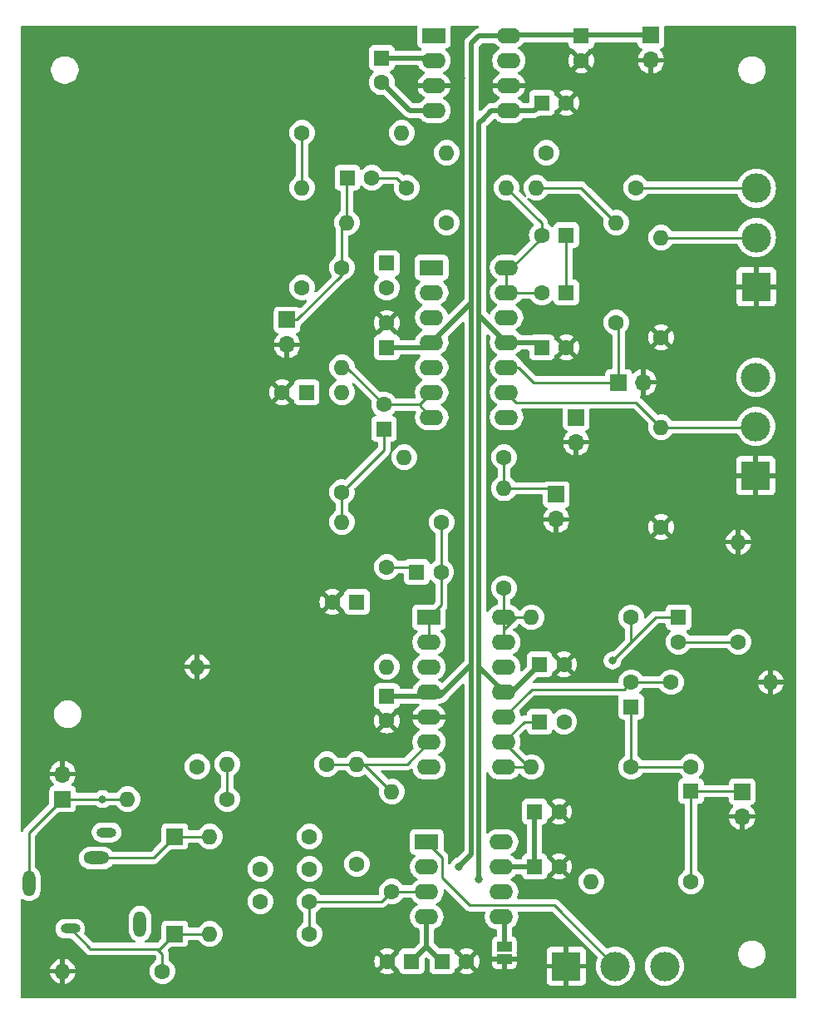
<source format=gbr>
%TF.GenerationSoftware,KiCad,Pcbnew,8.0.4*%
%TF.CreationDate,2025-08-19T11:58:48+03:00*%
%TF.ProjectId,EEG_PCB,4545475f-5043-4422-9e6b-696361645f70,rev?*%
%TF.SameCoordinates,Original*%
%TF.FileFunction,Copper,L1,Top*%
%TF.FilePolarity,Positive*%
%FSLAX46Y46*%
G04 Gerber Fmt 4.6, Leading zero omitted, Abs format (unit mm)*
G04 Created by KiCad (PCBNEW 8.0.4) date 2025-08-19 11:58:48*
%MOMM*%
%LPD*%
G01*
G04 APERTURE LIST*
%TA.AperFunction,ComponentPad*%
%ADD10R,1.700000X1.700000*%
%TD*%
%TA.AperFunction,ComponentPad*%
%ADD11O,1.700000X1.700000*%
%TD*%
%TA.AperFunction,ComponentPad*%
%ADD12O,1.308000X2.616000*%
%TD*%
%TA.AperFunction,ComponentPad*%
%ADD13O,2.016000X1.008000*%
%TD*%
%TA.AperFunction,ComponentPad*%
%ADD14O,2.616000X1.308000*%
%TD*%
%TA.AperFunction,ComponentPad*%
%ADD15R,1.600000X1.600000*%
%TD*%
%TA.AperFunction,ComponentPad*%
%ADD16C,1.600000*%
%TD*%
%TA.AperFunction,ComponentPad*%
%ADD17O,1.600000X1.600000*%
%TD*%
%TA.AperFunction,ComponentPad*%
%ADD18R,2.400000X1.600000*%
%TD*%
%TA.AperFunction,ComponentPad*%
%ADD19O,2.400000X1.600000*%
%TD*%
%TA.AperFunction,ComponentPad*%
%ADD20R,3.000000X3.000000*%
%TD*%
%TA.AperFunction,ComponentPad*%
%ADD21C,3.000000*%
%TD*%
%TA.AperFunction,SMDPad,CuDef*%
%ADD22R,1.500000X1.000000*%
%TD*%
%TA.AperFunction,ViaPad*%
%ADD23C,0.800000*%
%TD*%
%TA.AperFunction,Conductor*%
%ADD24C,0.250000*%
%TD*%
%TA.AperFunction,Conductor*%
%ADD25C,0.500000*%
%TD*%
G04 APERTURE END LIST*
D10*
%TO.P,J10,1,Pin_1*%
%TO.N,/REF*%
X144780000Y-124206000D03*
D11*
%TO.P,J10,2,Pin_2*%
%TO.N,GND*%
X144780000Y-121666000D03*
%TD*%
D12*
%TO.P,J2,1,SLEEVE*%
%TO.N,/REF*%
X141354000Y-132806000D03*
D13*
%TO.P,J2,2,RING_1*%
%TO.N,unconnected-(J2-RING_1-Pad2)*%
X149254000Y-127606000D03*
D14*
%TO.P,J2,3,RING_2*%
%TO.N,/E-*%
X148254000Y-130206000D03*
D12*
%TO.P,J2,4,TIP_1*%
%TO.N,unconnected-(J2-TIP_1-Pad4)*%
X152654000Y-136906000D03*
D13*
%TO.P,J2,5,TIP_2*%
%TO.N,/E+*%
X145554000Y-137406000D03*
%TD*%
D15*
%TO.P,C2,1*%
%TO.N,-9V*%
X193588000Y-53340000D03*
D16*
%TO.P,C2,2*%
%TO.N,GND*%
X196088000Y-53340000D03*
%TD*%
D17*
%TO.P,R6,2*%
%TO.N,/E-*%
X159766000Y-128016000D03*
D16*
%TO.P,R6,1*%
%TO.N,/RC-*%
X169926000Y-128016000D03*
%TD*%
D15*
%TO.P,C6,1*%
%TO.N,+9V*%
X177800000Y-78232000D03*
D16*
%TO.P,C6,2*%
%TO.N,GND*%
X177800000Y-75732000D03*
%TD*%
D17*
%TO.P,R21,2*%
%TO.N,/Q_Opa_Out2*%
X189992000Y-61976000D03*
D16*
%TO.P,R21,1*%
%TO.N,/Notch_N4*%
X179832000Y-61976000D03*
%TD*%
D15*
%TO.P,C5,1*%
%TO.N,+9V*%
X177800000Y-113729888D03*
D16*
%TO.P,C5,2*%
%TO.N,GND*%
X177800000Y-116229888D03*
%TD*%
D15*
%TO.P,C14,1*%
%TO.N,/Raw_EEG*%
X208788000Y-123404000D03*
D16*
%TO.P,C14,2*%
%TO.N,/1st_HPF_N1*%
X208788000Y-120904000D03*
%TD*%
D18*
%TO.P,U2,1*%
%TO.N,/Q_Opa_Out1*%
X182372000Y-70104000D03*
D19*
%TO.P,U2,2,-*%
X182372000Y-72644000D03*
%TO.P,U2,3,+*%
%TO.N,/Notch_N5*%
X182372000Y-75184000D03*
%TO.P,U2,4,V+*%
%TO.N,+9V*%
X182372000Y-77724000D03*
%TO.P,U2,5,+*%
%TO.N,/LPF2+*%
X182372000Y-80264000D03*
%TO.P,U2,6,-*%
%TO.N,/2ndLPF_Out*%
X182372000Y-82804000D03*
%TO.P,U2,7*%
X182372000Y-85344000D03*
%TO.P,U2,8*%
%TO.N,/Analog_Out*%
X189992000Y-85344000D03*
%TO.P,U2,9,-*%
%TO.N,/Gain-*%
X189992000Y-82804000D03*
%TO.P,U2,10,+*%
%TO.N,/Notch_Out*%
X189992000Y-80264000D03*
%TO.P,U2,11,V-*%
%TO.N,-9V*%
X189992000Y-77724000D03*
%TO.P,U2,12,+*%
%TO.N,/notch_Pot+*%
X189992000Y-75184000D03*
%TO.P,U2,13,-*%
%TO.N,/Q_Opa_Out2*%
X189992000Y-72644000D03*
%TO.P,U2,14*%
X189992000Y-70104000D03*
%TD*%
D16*
%TO.P,R16,1*%
%TO.N,/2nd_LPF_N2*%
X173228000Y-92964000D03*
D17*
%TO.P,R16,2*%
%TO.N,/LPF2+*%
X173228000Y-82804000D03*
%TD*%
D16*
%TO.P,R13,1*%
%TO.N,/HPF_Out*%
X189738000Y-89408000D03*
D17*
%TO.P,R13,2*%
%TO.N,/1st_LPF_N1*%
X179578000Y-89408000D03*
%TD*%
D16*
%TO.P,R8,1*%
%TO.N,/E-*%
X158496000Y-120904000D03*
D17*
%TO.P,R8,2*%
%TO.N,GND*%
X158496000Y-110744000D03*
%TD*%
D16*
%TO.P,R12,1*%
%TO.N,/HPF2+*%
X213614000Y-108204000D03*
D17*
%TO.P,R12,2*%
%TO.N,GND*%
X213614000Y-98044000D03*
%TD*%
D16*
%TO.P,R28,1*%
%TO.N,/Notch_Out*%
X201168000Y-75692000D03*
D17*
%TO.P,R28,2*%
%TO.N,/Q_Opa_Out1*%
X201168000Y-65532000D03*
%TD*%
D16*
%TO.P,R18,1*%
%TO.N,/Notch_N3*%
X194056000Y-58420000D03*
D17*
%TO.P,R18,2*%
%TO.N,/Notch_N1*%
X183896000Y-58420000D03*
%TD*%
D10*
%TO.P,J9,1,Pin_1*%
%TO.N,/E-*%
X156210000Y-128016000D03*
%TD*%
D15*
%TO.P,C16,1*%
%TO.N,/1stHPF_Out*%
X193358888Y-116332000D03*
D16*
%TO.P,C16,2*%
%TO.N,/2nd_HPF_N2*%
X195858888Y-116332000D03*
%TD*%
D10*
%TO.P,J1,1,Pin_1*%
%TO.N,+9V*%
X204724000Y-46477000D03*
D11*
%TO.P,J1,2,Pin_2*%
%TO.N,GND*%
X204724000Y-49017000D03*
%TD*%
D15*
%TO.P,C9,1*%
%TO.N,-9V*%
X193358888Y-110490000D03*
D16*
%TO.P,C9,2*%
%TO.N,GND*%
X195858888Y-110490000D03*
%TD*%
D15*
%TO.P,C1,1*%
%TO.N,+9V*%
X197612000Y-46546888D03*
D16*
%TO.P,C1,2*%
%TO.N,GND*%
X197612000Y-49046888D03*
%TD*%
D20*
%TO.P,RV3,1,1*%
%TO.N,GND*%
X215392000Y-91280000D03*
D21*
%TO.P,RV3,2,2*%
%TO.N,/Gain-*%
X215392000Y-86280000D03*
%TO.P,RV3,3,3*%
%TO.N,/Analog_Out*%
X215392000Y-81280000D03*
%TD*%
D15*
%TO.P,C18,1*%
%TO.N,/1st_LPF_N1*%
X180848000Y-101092000D03*
D16*
%TO.P,C18,2*%
%TO.N,/1stLPF_Out*%
X183348000Y-101092000D03*
%TD*%
D17*
%TO.P,R10,2*%
%TO.N,/2ndHPF_Out*%
X192532000Y-105704000D03*
D16*
%TO.P,R10,1*%
%TO.N,/2nd_HPF_N2*%
X202692000Y-105704000D03*
%TD*%
D10*
%TO.P,J6,1,Pin_1*%
%TO.N,/HPF_Out*%
X195072000Y-93213000D03*
D11*
%TO.P,J6,2,Pin_2*%
%TO.N,GND*%
X195072000Y-95753000D03*
%TD*%
D15*
%TO.P,C7,1*%
%TO.N,+9V*%
X192850888Y-125476000D03*
D16*
%TO.P,C7,2*%
%TO.N,GND*%
X195350888Y-125476000D03*
%TD*%
%TO.P,R11,1*%
%TO.N,/HPF1+*%
X206756000Y-112308000D03*
D17*
%TO.P,R11,2*%
%TO.N,GND*%
X216916000Y-112308000D03*
%TD*%
D10*
%TO.P,J4,1,Pin_1*%
%TO.N,/Notch_Out*%
X201417000Y-81788000D03*
D11*
%TO.P,J4,2,Pin_2*%
%TO.N,GND*%
X203957000Y-81788000D03*
%TD*%
D16*
%TO.P,C11,2*%
%TO.N,GND*%
X177840000Y-140716000D03*
D15*
%TO.P,C11,1*%
%TO.N,-9V*%
X180340000Y-140716000D03*
%TD*%
D16*
%TO.P,R2,1*%
%TO.N,/RC+*%
X178308000Y-133604000D03*
D17*
%TO.P,R2,2*%
%TO.N,/DRL_Av*%
X178308000Y-123444000D03*
%TD*%
D15*
%TO.P,C3,1*%
%TO.N,/C1+*%
X177292000Y-48768000D03*
D16*
%TO.P,C3,2*%
%TO.N,/C1-*%
X177292000Y-51268000D03*
%TD*%
D10*
%TO.P,J8,1,Pin_1*%
%TO.N,/E+*%
X156210000Y-137922000D03*
%TD*%
D16*
%TO.P,C22,2*%
%TO.N,/Q_Opa_Out2*%
X193588000Y-66802000D03*
D15*
%TO.P,C22,1*%
%TO.N,/Notch_N3*%
X196088000Y-66802000D03*
%TD*%
%TO.P,C15,1*%
%TO.N,/1st_HPF_N1*%
X202692000Y-114808000D03*
D16*
%TO.P,C15,2*%
%TO.N,/HPF1+*%
X202692000Y-112308000D03*
%TD*%
%TO.P,R9,1*%
%TO.N,/1st_HPF_N1*%
X202692000Y-120944000D03*
D17*
%TO.P,R9,2*%
%TO.N,/1stHPF_Out*%
X192532000Y-120944000D03*
%TD*%
D15*
%TO.P,C24,1*%
%TO.N,/LPF_Out*%
X173776000Y-60960000D03*
D16*
%TO.P,C24,2*%
%TO.N,/Notch_N4*%
X176276000Y-60960000D03*
%TD*%
D10*
%TO.P,J7,1,Pin_1*%
%TO.N,/Raw_EEG*%
X213995000Y-123444000D03*
D11*
%TO.P,J7,2,Pin_2*%
%TO.N,GND*%
X213995000Y-125984000D03*
%TD*%
D19*
%TO.P,U3,8,V+*%
%TO.N,+9V*%
X190231000Y-46492000D03*
%TO.P,U3,7,OSC*%
%TO.N,unconnected-(U3-OSC-Pad7)*%
X190231000Y-49032000D03*
%TO.P,U3,6,LV*%
%TO.N,GND*%
X190231000Y-51572000D03*
%TO.P,U3,5,VOUT*%
%TO.N,-9V*%
X190231000Y-54112000D03*
%TO.P,U3,4,CAP-*%
%TO.N,/C1-*%
X182611000Y-54112000D03*
%TO.P,U3,3,GND*%
%TO.N,GND*%
X182611000Y-51572000D03*
%TO.P,U3,2,CAP+*%
%TO.N,/C1+*%
X182611000Y-49032000D03*
D18*
%TO.P,U3,1,NC*%
%TO.N,unconnected-(U3-NC-Pad1)*%
X182611000Y-46492000D03*
%TD*%
D16*
%TO.P,R17,1*%
%TO.N,/Notch_N1*%
X183896000Y-65532000D03*
D17*
%TO.P,R17,2*%
%TO.N,/LPF_Out*%
X173736000Y-65532000D03*
%TD*%
D15*
%TO.P,C8,1*%
%TO.N,-9V*%
X183428000Y-140716000D03*
D16*
%TO.P,C8,2*%
%TO.N,GND*%
X185928000Y-140716000D03*
%TD*%
D15*
%TO.P,C4,1*%
%TO.N,+9V*%
X192850888Y-131064000D03*
D16*
%TO.P,C4,2*%
%TO.N,GND*%
X195350888Y-131064000D03*
%TD*%
%TO.P,R23,1*%
%TO.N,GND*%
X205740000Y-77216000D03*
D17*
%TO.P,R23,2*%
%TO.N,/notch_Pot-*%
X205740000Y-67056000D03*
%TD*%
D22*
%TO.P,JP1,1,A*%
%TO.N,GND*%
X189768000Y-140492000D03*
%TO.P,JP1,2,B*%
%TO.N,/Inst_GND*%
X189768000Y-139192000D03*
%TD*%
D15*
%TO.P,C20,1*%
%TO.N,/LPF1+*%
X174752000Y-104140000D03*
D16*
%TO.P,C20,2*%
%TO.N,GND*%
X172252000Y-104140000D03*
%TD*%
D15*
%TO.P,C21,1*%
%TO.N,/LPF2+*%
X169632000Y-82804000D03*
D16*
%TO.P,C21,2*%
%TO.N,GND*%
X167132000Y-82804000D03*
%TD*%
%TO.P,R26,1*%
%TO.N,/2ndHPF_Out*%
X189738000Y-102743000D03*
D17*
%TO.P,R26,2*%
%TO.N,/HPF_Out*%
X189738000Y-92583000D03*
%TD*%
D18*
%TO.P,U1,1,Rg*%
%TO.N,Net-(RV1-Pad2)*%
X181864000Y-128564000D03*
D19*
%TO.P,U1,2,-*%
%TO.N,/RC-*%
X181864000Y-131104000D03*
%TO.P,U1,3,+*%
%TO.N,/RC+*%
X181864000Y-133644000D03*
%TO.P,U1,4,Vs-*%
%TO.N,-9V*%
X181864000Y-136184000D03*
%TO.P,U1,5,Ref*%
%TO.N,/Inst_GND*%
X189484000Y-136184000D03*
%TO.P,U1,6*%
%TO.N,/Inst_Out*%
X189484000Y-133644000D03*
%TO.P,U1,7,Vs+*%
%TO.N,+9V*%
X189484000Y-131104000D03*
%TO.P,U1,8,Rg*%
%TO.N,Net-(RV1-Pad3)*%
X189484000Y-128564000D03*
%TD*%
D16*
%TO.P,R19,1*%
%TO.N,/Notch_N2*%
X169164000Y-56388000D03*
D17*
%TO.P,R19,2*%
%TO.N,/Notch_N3*%
X179324000Y-56388000D03*
%TD*%
D16*
%TO.P,C13,1*%
%TO.N,/RC-*%
X169926000Y-131318000D03*
%TO.P,C13,2*%
%TO.N,/REF*%
X164926000Y-131318000D03*
%TD*%
%TO.P,C12,1*%
%TO.N,/RC+*%
X169926000Y-134620000D03*
%TO.P,C12,2*%
%TO.N,/REF*%
X164926000Y-134620000D03*
%TD*%
%TO.P,R22,1*%
%TO.N,/notch_Pot+*%
X203200000Y-61976000D03*
D17*
%TO.P,R22,2*%
%TO.N,/Q_Opa_Out1*%
X193040000Y-61976000D03*
%TD*%
D16*
%TO.P,R15,1*%
%TO.N,/1stLPF_Out*%
X183388000Y-96012000D03*
D17*
%TO.P,R15,2*%
%TO.N,/2nd_LPF_N2*%
X173228000Y-96012000D03*
%TD*%
D10*
%TO.P,J5,1,Pin_1*%
%TO.N,/LPF_Out*%
X167640000Y-75433000D03*
D11*
%TO.P,J5,2,Pin_2*%
%TO.N,GND*%
X167640000Y-77973000D03*
%TD*%
D15*
%TO.P,C25,1*%
%TO.N,/Notch_N4*%
X177800000Y-69660888D03*
D16*
%TO.P,C25,2*%
%TO.N,/Notch_N5*%
X177800000Y-72160888D03*
%TD*%
D17*
%TO.P,R1,2*%
%TO.N,/E+*%
X159766000Y-137922000D03*
D16*
%TO.P,R1,1*%
%TO.N,/RC+*%
X169926000Y-137922000D03*
%TD*%
%TO.P,R14,1*%
%TO.N,/1st_LPF_N1*%
X177800000Y-100584000D03*
D17*
%TO.P,R14,2*%
%TO.N,/LPF1+*%
X177800000Y-110744000D03*
%TD*%
D15*
%TO.P,C10,1*%
%TO.N,-9V*%
X193588000Y-78232000D03*
D16*
%TO.P,C10,2*%
%TO.N,GND*%
X196088000Y-78232000D03*
%TD*%
D15*
%TO.P,C19,1*%
%TO.N,/2nd_LPF_N2*%
X177521112Y-86549113D03*
D16*
%TO.P,C19,2*%
%TO.N,/2ndLPF_Out*%
X177521112Y-84049113D03*
%TD*%
D17*
%TO.P,R4,2*%
%TO.N,/REF*%
X151384000Y-124206000D03*
D16*
%TO.P,R4,1*%
%TO.N,/DRL_Out*%
X161544000Y-124206000D03*
%TD*%
D10*
%TO.P,J3,1,Pin_1*%
%TO.N,/Analog_Out*%
X197104000Y-85344000D03*
D11*
%TO.P,J3,2,Pin_2*%
%TO.N,GND*%
X197104000Y-87884000D03*
%TD*%
D16*
%TO.P,R27,1*%
%TO.N,/LPF_Out*%
X173228000Y-70104000D03*
D17*
%TO.P,R27,2*%
%TO.N,/2ndLPF_Out*%
X173228000Y-80264000D03*
%TD*%
D15*
%TO.P,C23,1*%
%TO.N,/Notch_N3*%
X196088000Y-72644000D03*
D16*
%TO.P,C23,2*%
%TO.N,/Q_Opa_Out2*%
X193588000Y-72644000D03*
%TD*%
%TO.P,R25,1*%
%TO.N,/Raw_EEG*%
X208788000Y-132588000D03*
D17*
%TO.P,R25,2*%
%TO.N,/Inst_Out*%
X198628000Y-132588000D03*
%TD*%
D16*
%TO.P,R20,1*%
%TO.N,/Notch_N5*%
X169164000Y-72136000D03*
D17*
%TO.P,R20,2*%
%TO.N,/Notch_N2*%
X169164000Y-61976000D03*
%TD*%
D16*
%TO.P,R3,1*%
%TO.N,/DRL_Av*%
X171704000Y-120650000D03*
D17*
%TO.P,R3,2*%
%TO.N,/DRL_Out*%
X161544000Y-120650000D03*
%TD*%
%TO.P,R5,2*%
%TO.N,GND*%
X144780000Y-141732000D03*
D16*
%TO.P,R5,1*%
%TO.N,/E+*%
X154940000Y-141732000D03*
%TD*%
D15*
%TO.P,C17,1*%
%TO.N,/2nd_HPF_N2*%
X207518000Y-105704000D03*
D16*
%TO.P,C17,2*%
%TO.N,/HPF2+*%
X207518000Y-108204000D03*
%TD*%
D20*
%TO.P,RV2,1,1*%
%TO.N,GND*%
X215438000Y-72056000D03*
D21*
%TO.P,RV2,2,2*%
%TO.N,/notch_Pot-*%
X215438000Y-67056000D03*
%TO.P,RV2,3,3*%
%TO.N,/notch_Pot+*%
X215438000Y-62056000D03*
%TD*%
D16*
%TO.P,R24,1*%
%TO.N,GND*%
X205740000Y-96520000D03*
D17*
%TO.P,R24,2*%
%TO.N,/Gain-*%
X205740000Y-86360000D03*
%TD*%
D16*
%TO.P,R7,1*%
%TO.N,/RC-*%
X174752000Y-130810000D03*
D17*
%TO.P,R7,2*%
%TO.N,/DRL_Av*%
X174752000Y-120650000D03*
%TD*%
D19*
%TO.P,U4,14*%
%TO.N,/2ndHPF_Out*%
X189723000Y-105699000D03*
%TO.P,U4,13,-*%
X189723000Y-108239000D03*
%TO.P,U4,12,+*%
%TO.N,/HPF2+*%
X189723000Y-110779000D03*
%TO.P,U4,11,V-*%
%TO.N,-9V*%
X189723000Y-113319000D03*
%TO.P,U4,10,+*%
%TO.N,/HPF1+*%
X189723000Y-115859000D03*
%TO.P,U4,9,-*%
%TO.N,/1stHPF_Out*%
X189723000Y-118399000D03*
%TO.P,U4,8*%
X189723000Y-120939000D03*
%TO.P,U4,7*%
%TO.N,/DRL_Out*%
X182103000Y-120939000D03*
%TO.P,U4,6,-*%
%TO.N,/DRL_Av*%
X182103000Y-118399000D03*
%TO.P,U4,5,+*%
%TO.N,GND*%
X182103000Y-115859000D03*
%TO.P,U4,4,V+*%
%TO.N,+9V*%
X182103000Y-113319000D03*
%TO.P,U4,3,+*%
%TO.N,/LPF1+*%
X182103000Y-110779000D03*
%TO.P,U4,2,-*%
%TO.N,/1stLPF_Out*%
X182103000Y-108239000D03*
D18*
%TO.P,U4,1*%
X182103000Y-105699000D03*
%TD*%
D21*
%TO.P,RV1,3,3*%
%TO.N,Net-(RV1-Pad3)*%
X206088000Y-141224000D03*
%TO.P,RV1,2,2*%
%TO.N,Net-(RV1-Pad2)*%
X201088000Y-141224000D03*
D20*
%TO.P,RV1,1,1*%
%TO.N,GND*%
X196088000Y-141224000D03*
%TD*%
D23*
%TO.N,GND*%
X198120000Y-125730000D03*
X196850000Y-132080000D03*
X196850000Y-138430000D03*
X195580000Y-138430000D03*
X187960000Y-142240000D03*
X175260000Y-140970000D03*
X142240000Y-140970000D03*
X142240000Y-142240000D03*
X144780000Y-119380000D03*
X163830000Y-82550000D03*
X185420000Y-50800000D03*
X187960000Y-50800000D03*
X187960000Y-52070000D03*
X198120000Y-53340000D03*
X198120000Y-50800000D03*
X205740000Y-52070000D03*
X204470000Y-52070000D03*
X198120000Y-77470000D03*
X207010000Y-80010000D03*
X212090000Y-72390000D03*
X212090000Y-91440000D03*
X209550000Y-97790000D03*
X200660000Y-96520000D03*
X170180000Y-104140000D03*
X158750000Y-107950000D03*
X201676000Y-86868000D03*
X198120000Y-110490000D03*
X177800000Y-118618000D03*
X175260000Y-75184000D03*
X184668000Y-51572000D03*
%TO.N,/2nd_HPF_N2*%
X200787000Y-110109000D03*
%TO.N,/REF*%
X148844000Y-124206000D03*
%TO.N,+9V*%
X185166000Y-131064000D03*
%TO.N,-9V*%
X187198000Y-132334000D03*
%TD*%
D24*
%TO.N,/2nd_LPF_N2*%
X173228000Y-92964000D02*
X177520600Y-88671400D01*
X177520600Y-88671400D02*
X177520600Y-88239600D01*
X177520600Y-88239600D02*
X177521112Y-88239088D01*
X177521112Y-88239088D02*
X177521112Y-86549113D01*
D25*
%TO.N,GND*%
X184668000Y-51572000D02*
X183886000Y-51572000D01*
X182611000Y-51572000D02*
X183886000Y-51572000D01*
D24*
%TO.N,/Notch_N3*%
X196088000Y-66802000D02*
X196088000Y-72644000D01*
%TO.N,/Gain-*%
X205740000Y-86360000D02*
X215312000Y-86360000D01*
X215312000Y-86360000D02*
X215392000Y-86280000D01*
X189992000Y-82804000D02*
X191008000Y-83820000D01*
X191008000Y-83820000D02*
X203200000Y-83820000D01*
X203200000Y-83820000D02*
X205740000Y-86360000D01*
%TO.N,/Notch_Out*%
X191262000Y-80264000D02*
X192786000Y-81788000D01*
X189992000Y-80264000D02*
X191262000Y-80264000D01*
X192786000Y-81788000D02*
X201417000Y-81788000D01*
X201417000Y-81788000D02*
X201417000Y-75941000D01*
X201417000Y-75941000D02*
X201168000Y-75692000D01*
%TO.N,/notch_Pot-*%
X205740000Y-67056000D02*
X215438000Y-67056000D01*
%TO.N,/notch_Pot+*%
X203200000Y-61976000D02*
X215358000Y-61976000D01*
X215358000Y-61976000D02*
X215438000Y-62056000D01*
%TO.N,/Q_Opa_Out1*%
X193040000Y-61976000D02*
X197612000Y-61976000D01*
X197612000Y-61976000D02*
X201168000Y-65532000D01*
%TO.N,/Q_Opa_Out2*%
X189992000Y-72644000D02*
X193588000Y-72644000D01*
X189992000Y-71374000D02*
X189992000Y-70104000D01*
X193588000Y-67056000D02*
X189992000Y-70652000D01*
X189992000Y-70652000D02*
X189992000Y-71374000D01*
X193588000Y-67056000D02*
X193588000Y-65572000D01*
X193588000Y-65572000D02*
X189992000Y-61976000D01*
%TO.N,/Notch_N2*%
X169164000Y-61976000D02*
X169164000Y-56388000D01*
%TO.N,/Notch_N4*%
X176276000Y-60960000D02*
X178816000Y-60960000D01*
X178816000Y-60960000D02*
X179832000Y-61976000D01*
%TO.N,/LPF_Out*%
X167640000Y-75433000D02*
X168661000Y-75433000D01*
X173228000Y-70866000D02*
X173228000Y-70104000D01*
X168661000Y-75433000D02*
X173228000Y-70866000D01*
X173736000Y-65532000D02*
X173736000Y-61000000D01*
X173736000Y-61000000D02*
X173776000Y-60960000D01*
X173228000Y-70104000D02*
X173228000Y-66040000D01*
X173228000Y-66040000D02*
X173736000Y-65532000D01*
%TO.N,/2ndLPF_Out*%
X177521112Y-84049113D02*
X173735999Y-80264000D01*
X173735999Y-80264000D02*
X173228000Y-80264000D01*
X182372000Y-85344000D02*
X181126887Y-84098887D01*
X181126887Y-84098887D02*
X181126887Y-84049113D01*
X177521112Y-84049113D02*
X181126887Y-84049113D01*
X181126887Y-84049113D02*
X182372000Y-82804000D01*
%TO.N,/2nd_LPF_N2*%
X173228000Y-96012000D02*
X173228000Y-92964000D01*
%TO.N,/1stLPF_Out*%
X182103000Y-108239000D02*
X182103000Y-105699000D01*
X183348000Y-101092000D02*
X183348000Y-104454000D01*
X183348000Y-104454000D02*
X182103000Y-105699000D01*
X183388000Y-96012000D02*
X183388000Y-101052000D01*
X183388000Y-101052000D02*
X183348000Y-101092000D01*
%TO.N,/1st_LPF_N1*%
X177800000Y-100584000D02*
X180340000Y-100584000D01*
X180340000Y-100584000D02*
X180848000Y-101092000D01*
%TO.N,/HPF_Out*%
X189738000Y-92583000D02*
X189738000Y-89408000D01*
X189738000Y-92583000D02*
X194442000Y-92583000D01*
X194442000Y-92583000D02*
X195072000Y-93213000D01*
%TO.N,/2nd_HPF_N2*%
X202692000Y-108204000D02*
X205192000Y-105704000D01*
X205192000Y-105704000D02*
X207518000Y-105704000D01*
X200787000Y-110109000D02*
X202692000Y-108204000D01*
X202692000Y-108204000D02*
X202692000Y-105704000D01*
%TO.N,/2ndHPF_Out*%
X189723000Y-105699000D02*
X189723000Y-105679000D01*
X189723000Y-105679000D02*
X189738000Y-105664000D01*
X189738000Y-105664000D02*
X189738000Y-102743000D01*
X189723000Y-108239000D02*
X189723000Y-106934000D01*
X189723000Y-106934000D02*
X189723000Y-105699000D01*
X192532000Y-105704000D02*
X190953000Y-105704000D01*
X190953000Y-105704000D02*
X189723000Y-106934000D01*
%TO.N,/HPF2+*%
X207518000Y-108204000D02*
X213614000Y-108204000D01*
D25*
%TO.N,-9V*%
X189723000Y-113319000D02*
X190529888Y-113319000D01*
X190529888Y-113319000D02*
X193358888Y-110490000D01*
%TO.N,+9V*%
X182103000Y-113319000D02*
X183607000Y-113319000D01*
X183607000Y-113319000D02*
X183896000Y-113030000D01*
X183196112Y-113729888D02*
X183896000Y-113030000D01*
X183896000Y-113030000D02*
X186436000Y-110490000D01*
X177800000Y-113729888D02*
X183196112Y-113729888D01*
D24*
%TO.N,/1stHPF_Out*%
X193358888Y-116332000D02*
X191790000Y-116332000D01*
X191790000Y-116332000D02*
X189723000Y-118399000D01*
X192532000Y-120944000D02*
X192268000Y-120944000D01*
X192268000Y-120944000D02*
X189723000Y-118399000D01*
X192532000Y-120944000D02*
X191262000Y-120944000D01*
X191262000Y-120944000D02*
X189728000Y-120944000D01*
X189728000Y-120944000D02*
X189723000Y-120939000D01*
%TO.N,/HPF1+*%
X189723000Y-115859000D02*
X192552000Y-113030000D01*
X201970000Y-113030000D02*
X202692000Y-112308000D01*
X192552000Y-113030000D02*
X201970000Y-113030000D01*
X202692000Y-112308000D02*
X206756000Y-112308000D01*
%TO.N,/1st_HPF_N1*%
X202692000Y-120944000D02*
X202692000Y-114808000D01*
X208788000Y-120904000D02*
X202732000Y-120904000D01*
X202732000Y-120904000D02*
X202692000Y-120944000D01*
%TO.N,/Raw_EEG*%
X208788000Y-123404000D02*
X213955000Y-123404000D01*
X213955000Y-123404000D02*
X213995000Y-123444000D01*
X208788000Y-132588000D02*
X208788000Y-123404000D01*
%TO.N,Net-(RV1-Pad2)*%
X181864000Y-128564000D02*
X183439000Y-130139000D01*
X183439000Y-132200701D02*
X186247299Y-135009000D01*
X183439000Y-130139000D02*
X183439000Y-132200701D01*
X186247299Y-135009000D02*
X194873000Y-135009000D01*
X194873000Y-135009000D02*
X201088000Y-141224000D01*
%TO.N,/DRL_Av*%
X174752000Y-120650000D02*
X179852000Y-120650000D01*
X179852000Y-120650000D02*
X182103000Y-118399000D01*
X178308000Y-123444000D02*
X175514000Y-120650000D01*
X175514000Y-120650000D02*
X174752000Y-120650000D01*
X171704000Y-120650000D02*
X174752000Y-120650000D01*
%TO.N,/RC+*%
X178308000Y-133604000D02*
X181824000Y-133604000D01*
X181824000Y-133604000D02*
X181864000Y-133644000D01*
X169926000Y-134620000D02*
X177292000Y-134620000D01*
X177292000Y-134620000D02*
X178308000Y-133604000D01*
X169926000Y-137922000D02*
X169926000Y-134620000D01*
%TO.N,/E+*%
X156210000Y-137922000D02*
X154686000Y-139446000D01*
X154686000Y-139446000D02*
X154432000Y-139446000D01*
X156210000Y-137922000D02*
X159766000Y-137922000D01*
X154940000Y-141732000D02*
X154940000Y-139954000D01*
X154940000Y-139954000D02*
X154432000Y-139446000D01*
X145554000Y-137406000D02*
X147574000Y-139426000D01*
X147574000Y-139426000D02*
X147574000Y-139446000D01*
X147574000Y-139446000D02*
X154432000Y-139446000D01*
%TO.N,/E-*%
X156210000Y-128016000D02*
X159766000Y-128016000D01*
X148254000Y-130206000D02*
X154020000Y-130206000D01*
X154020000Y-130206000D02*
X156210000Y-128016000D01*
%TO.N,/REF*%
X148844000Y-124206000D02*
X151384000Y-124206000D01*
%TO.N,/DRL_Out*%
X161544000Y-124206000D02*
X161544000Y-120650000D01*
%TO.N,/REF*%
X144780000Y-124206000D02*
X148844000Y-124206000D01*
X141354000Y-132806000D02*
X141354000Y-127632000D01*
X141354000Y-127632000D02*
X144780000Y-124206000D01*
D25*
%TO.N,-9V*%
X190231000Y-54112000D02*
X192816000Y-54112000D01*
X192816000Y-54112000D02*
X193588000Y-53340000D01*
%TO.N,/C1-*%
X182611000Y-54112000D02*
X180136000Y-54112000D01*
X180136000Y-54112000D02*
X177292000Y-51268000D01*
%TO.N,/C1+*%
X177292000Y-48768000D02*
X182347000Y-48768000D01*
X182347000Y-48768000D02*
X182611000Y-49032000D01*
%TO.N,+9V*%
X190231000Y-46492000D02*
X190998000Y-46492000D01*
X190998000Y-46492000D02*
X191013000Y-46477000D01*
X191013000Y-46477000D02*
X204724000Y-46477000D01*
%TO.N,/Inst_GND*%
X189768000Y-139192000D02*
X189768000Y-136468000D01*
X189768000Y-136468000D02*
X189484000Y-136184000D01*
%TO.N,-9V*%
X181864000Y-139192000D02*
X183388000Y-140716000D01*
X183388000Y-140716000D02*
X183428000Y-140716000D01*
X181864000Y-136184000D02*
X181864000Y-139192000D01*
X181864000Y-139192000D02*
X180340000Y-140716000D01*
%TO.N,+9V*%
X189484000Y-131104000D02*
X192810888Y-131104000D01*
X192810888Y-131104000D02*
X192850888Y-131064000D01*
X185166000Y-131064000D02*
X186436000Y-129794000D01*
X186436000Y-129794000D02*
X186436000Y-110490000D01*
%TO.N,-9V*%
X187198000Y-132334000D02*
X187198000Y-130822000D01*
X187198000Y-130822000D02*
X187186000Y-130810000D01*
X190231000Y-54112000D02*
X188468000Y-54112000D01*
X187452000Y-55118000D02*
X187462000Y-55118000D01*
X187462000Y-55118000D02*
X188468000Y-54112000D01*
%TO.N,+9V*%
X177800000Y-78232000D02*
X181864000Y-78232000D01*
X181864000Y-78232000D02*
X182372000Y-77724000D01*
%TO.N,-9V*%
X189992000Y-77724000D02*
X193080000Y-77724000D01*
X193080000Y-77724000D02*
X193588000Y-78232000D01*
X187186000Y-55384000D02*
X187186000Y-74930000D01*
X187186000Y-74930000D02*
X187186000Y-110744000D01*
X189992000Y-77724000D02*
X187198000Y-74930000D01*
X187198000Y-74930000D02*
X187186000Y-74930000D01*
%TO.N,+9V*%
X186436000Y-55118000D02*
X186436000Y-73660000D01*
X186436000Y-73660000D02*
X186436000Y-110490000D01*
X182372000Y-77724000D02*
X186436000Y-73660000D01*
%TO.N,-9V*%
X187186000Y-110744000D02*
X187186000Y-130810000D01*
X189723000Y-113281000D02*
X187186000Y-110744000D01*
X189723000Y-113319000D02*
X189723000Y-113281000D01*
X187452000Y-55118000D02*
X187186000Y-55384000D01*
%TO.N,+9V*%
X190231000Y-46492000D02*
X187188000Y-46492000D01*
X186436000Y-51308000D02*
X186436000Y-55118000D01*
X187188000Y-46492000D02*
X186436000Y-47244000D01*
X186436000Y-47244000D02*
X186436000Y-51308000D01*
X192850888Y-131064000D02*
X192850888Y-125476000D01*
D24*
%TO.N,/Q_Opa_Out2*%
X189992000Y-72644000D02*
X189992000Y-71374000D01*
%TD*%
%TA.AperFunction,Conductor*%
%TO.N,GND*%
G36*
X180854935Y-45520185D02*
G01*
X180900690Y-45572989D01*
X180911185Y-45637756D01*
X180910500Y-45644118D01*
X180910500Y-47339870D01*
X180910501Y-47339876D01*
X180916908Y-47399483D01*
X180967202Y-47534328D01*
X180967206Y-47534335D01*
X181053452Y-47649544D01*
X181053455Y-47649547D01*
X181168664Y-47735793D01*
X181168671Y-47735797D01*
X181279995Y-47777318D01*
X181335929Y-47819189D01*
X181360346Y-47884653D01*
X181345495Y-47952926D01*
X181296090Y-48002332D01*
X181236662Y-48017500D01*
X178714351Y-48017500D01*
X178647312Y-47997815D01*
X178601557Y-47945011D01*
X178591061Y-47906752D01*
X178586091Y-47860516D01*
X178535797Y-47725671D01*
X178535793Y-47725664D01*
X178449547Y-47610455D01*
X178449544Y-47610452D01*
X178334335Y-47524206D01*
X178334328Y-47524202D01*
X178199482Y-47473908D01*
X178199483Y-47473908D01*
X178139883Y-47467501D01*
X178139881Y-47467500D01*
X178139873Y-47467500D01*
X178139864Y-47467500D01*
X176444129Y-47467500D01*
X176444123Y-47467501D01*
X176384516Y-47473908D01*
X176249671Y-47524202D01*
X176249664Y-47524206D01*
X176134455Y-47610452D01*
X176134452Y-47610455D01*
X176048206Y-47725664D01*
X176048202Y-47725671D01*
X175997908Y-47860517D01*
X175991501Y-47920116D01*
X175991500Y-47920135D01*
X175991500Y-49615870D01*
X175991501Y-49615876D01*
X175997908Y-49675483D01*
X176048202Y-49810328D01*
X176048206Y-49810335D01*
X176134452Y-49925544D01*
X176134455Y-49925547D01*
X176249664Y-50011793D01*
X176249671Y-50011797D01*
X176282298Y-50023966D01*
X176384517Y-50062091D01*
X176384527Y-50062092D01*
X176389913Y-50063365D01*
X176450631Y-50097935D01*
X176483021Y-50159843D01*
X176476799Y-50229435D01*
X176449088Y-50271725D01*
X176291951Y-50428862D01*
X176161432Y-50615265D01*
X176161431Y-50615267D01*
X176065261Y-50821502D01*
X176065258Y-50821511D01*
X176006366Y-51041302D01*
X176006364Y-51041313D01*
X175986532Y-51267998D01*
X175986532Y-51268001D01*
X176006364Y-51494686D01*
X176006366Y-51494697D01*
X176065258Y-51714488D01*
X176065261Y-51714497D01*
X176161431Y-51920732D01*
X176161432Y-51920734D01*
X176291954Y-52107141D01*
X176452858Y-52268045D01*
X176452861Y-52268047D01*
X176639266Y-52398568D01*
X176845504Y-52494739D01*
X176845509Y-52494740D01*
X176845511Y-52494741D01*
X176848079Y-52495429D01*
X177065308Y-52553635D01*
X177227230Y-52567801D01*
X177291998Y-52573468D01*
X177292000Y-52573468D01*
X177292001Y-52573468D01*
X177312062Y-52571712D01*
X177458861Y-52558869D01*
X177527359Y-52572635D01*
X177557348Y-52594716D01*
X179657580Y-54694948D01*
X179657584Y-54694951D01*
X179780498Y-54777080D01*
X179780511Y-54777087D01*
X179917082Y-54833656D01*
X179917087Y-54833658D01*
X179917091Y-54833658D01*
X179917092Y-54833659D01*
X180062079Y-54862500D01*
X180062082Y-54862500D01*
X180209917Y-54862500D01*
X181085582Y-54862500D01*
X181152621Y-54882185D01*
X181185900Y-54913615D01*
X181219028Y-54959212D01*
X181219032Y-54959217D01*
X181363786Y-55103971D01*
X181442641Y-55161261D01*
X181529390Y-55224287D01*
X181594439Y-55257431D01*
X181711776Y-55317218D01*
X181711778Y-55317218D01*
X181711781Y-55317220D01*
X181816137Y-55351127D01*
X181906465Y-55380477D01*
X181953673Y-55387954D01*
X182108648Y-55412500D01*
X182108649Y-55412500D01*
X183113351Y-55412500D01*
X183113352Y-55412500D01*
X183315534Y-55380477D01*
X183510219Y-55317220D01*
X183692610Y-55224287D01*
X183785590Y-55156732D01*
X183858213Y-55103971D01*
X183858215Y-55103968D01*
X183858219Y-55103966D01*
X184002966Y-54959219D01*
X184002968Y-54959215D01*
X184002971Y-54959213D01*
X184073236Y-54862500D01*
X184123287Y-54793610D01*
X184216220Y-54611219D01*
X184279477Y-54416534D01*
X184311500Y-54214352D01*
X184311500Y-54009648D01*
X184279477Y-53807465D01*
X184216218Y-53612776D01*
X184173554Y-53529044D01*
X184123287Y-53430390D01*
X184073236Y-53361500D01*
X184002971Y-53264786D01*
X183858213Y-53120028D01*
X183692611Y-52999713D01*
X183599369Y-52952203D01*
X183548574Y-52904229D01*
X183531779Y-52836407D01*
X183554317Y-52770273D01*
X183599371Y-52731234D01*
X183692347Y-52683861D01*
X183857894Y-52563582D01*
X183857895Y-52563582D01*
X184002582Y-52418895D01*
X184002582Y-52418894D01*
X184122859Y-52253349D01*
X184215755Y-52071029D01*
X184278990Y-51876413D01*
X184287609Y-51822000D01*
X182926686Y-51822000D01*
X182931080Y-51817606D01*
X182983741Y-51726394D01*
X183011000Y-51624661D01*
X183011000Y-51519339D01*
X182983741Y-51417606D01*
X182931080Y-51326394D01*
X182926686Y-51322000D01*
X184287609Y-51322000D01*
X184278990Y-51267586D01*
X184215755Y-51072970D01*
X184122859Y-50890650D01*
X184002582Y-50725105D01*
X184002582Y-50725104D01*
X183857895Y-50580417D01*
X183692349Y-50460140D01*
X183599370Y-50412765D01*
X183548574Y-50364790D01*
X183531779Y-50296969D01*
X183554316Y-50230835D01*
X183599370Y-50191795D01*
X183692610Y-50144287D01*
X183796923Y-50068500D01*
X183858213Y-50023971D01*
X183858215Y-50023968D01*
X183858219Y-50023966D01*
X184002966Y-49879219D01*
X184002968Y-49879215D01*
X184002971Y-49879213D01*
X184080603Y-49772360D01*
X184123287Y-49713610D01*
X184216220Y-49531219D01*
X184279477Y-49336534D01*
X184311500Y-49134352D01*
X184311500Y-48929648D01*
X184291312Y-48802185D01*
X184279477Y-48727465D01*
X184216218Y-48532776D01*
X184182503Y-48466607D01*
X184123287Y-48350390D01*
X184102235Y-48321414D01*
X184002971Y-48184786D01*
X183858219Y-48040034D01*
X183821930Y-48013669D01*
X183779264Y-47958339D01*
X183773285Y-47888726D01*
X183805890Y-47826931D01*
X183866728Y-47792573D01*
X183881562Y-47790060D01*
X183918483Y-47786091D01*
X184053328Y-47735797D01*
X184053327Y-47735797D01*
X184053331Y-47735796D01*
X184168546Y-47649546D01*
X184254796Y-47534331D01*
X184305091Y-47399483D01*
X184311500Y-47339873D01*
X184311499Y-45644128D01*
X184311286Y-45642147D01*
X184310814Y-45637751D01*
X184323222Y-45568992D01*
X184370834Y-45517856D01*
X184434104Y-45500500D01*
X187066673Y-45500500D01*
X187133712Y-45520185D01*
X187179467Y-45572989D01*
X187189411Y-45642147D01*
X187160386Y-45705703D01*
X187101608Y-45743477D01*
X187090860Y-45746118D01*
X187085241Y-45747236D01*
X187085236Y-45747237D01*
X187085235Y-45747236D01*
X186969093Y-45770339D01*
X186969083Y-45770342D01*
X186889081Y-45803479D01*
X186889082Y-45803480D01*
X186832504Y-45826916D01*
X186832503Y-45826916D01*
X186814094Y-45839216D01*
X186814095Y-45839217D01*
X186709582Y-45909049D01*
X185853045Y-46765586D01*
X185832047Y-46797014D01*
X185823669Y-46809554D01*
X185797201Y-46849165D01*
X185770914Y-46888507D01*
X185714343Y-47025082D01*
X185714340Y-47025092D01*
X185685500Y-47170079D01*
X185685500Y-73297769D01*
X185665815Y-73364808D01*
X185649181Y-73385450D01*
X184211685Y-74822945D01*
X184150362Y-74856430D01*
X184080670Y-74851446D01*
X184024737Y-74809574D01*
X184006073Y-74773582D01*
X183977220Y-74684781D01*
X183884287Y-74502390D01*
X183864763Y-74475517D01*
X183763971Y-74336786D01*
X183619213Y-74192028D01*
X183453614Y-74071715D01*
X183447006Y-74068348D01*
X183360917Y-74024483D01*
X183310123Y-73976511D01*
X183293328Y-73908690D01*
X183315865Y-73842555D01*
X183360917Y-73803516D01*
X183453610Y-73756287D01*
X183474770Y-73740913D01*
X183619213Y-73635971D01*
X183619215Y-73635968D01*
X183619219Y-73635966D01*
X183763966Y-73491219D01*
X183763968Y-73491215D01*
X183763971Y-73491213D01*
X183831888Y-73397731D01*
X183884287Y-73325610D01*
X183977220Y-73143219D01*
X184040477Y-72948534D01*
X184072500Y-72746352D01*
X184072500Y-72541648D01*
X184053931Y-72424408D01*
X184040477Y-72339465D01*
X184011127Y-72249137D01*
X183977220Y-72144781D01*
X183977218Y-72144778D01*
X183977218Y-72144776D01*
X183943503Y-72078607D01*
X183884287Y-71962390D01*
X183845717Y-71909302D01*
X183763971Y-71796786D01*
X183619219Y-71652034D01*
X183582930Y-71625669D01*
X183540264Y-71570339D01*
X183534285Y-71500726D01*
X183566890Y-71438931D01*
X183627728Y-71404573D01*
X183642562Y-71402060D01*
X183679483Y-71398091D01*
X183785994Y-71358365D01*
X183814331Y-71347796D01*
X183929546Y-71261546D01*
X184015796Y-71146331D01*
X184066091Y-71011483D01*
X184072500Y-70951873D01*
X184072499Y-69256128D01*
X184066091Y-69196517D01*
X184015796Y-69061669D01*
X184015795Y-69061668D01*
X184015793Y-69061664D01*
X183929547Y-68946455D01*
X183929544Y-68946452D01*
X183814335Y-68860206D01*
X183814328Y-68860202D01*
X183679482Y-68809908D01*
X183679483Y-68809908D01*
X183619883Y-68803501D01*
X183619881Y-68803500D01*
X183619873Y-68803500D01*
X183619864Y-68803500D01*
X181124129Y-68803500D01*
X181124123Y-68803501D01*
X181064516Y-68809908D01*
X180929671Y-68860202D01*
X180929664Y-68860206D01*
X180814455Y-68946452D01*
X180814452Y-68946455D01*
X180728206Y-69061664D01*
X180728202Y-69061671D01*
X180677908Y-69196517D01*
X180671501Y-69256116D01*
X180671501Y-69256123D01*
X180671500Y-69256135D01*
X180671500Y-70951870D01*
X180671501Y-70951876D01*
X180677908Y-71011483D01*
X180728202Y-71146328D01*
X180728206Y-71146335D01*
X180814452Y-71261544D01*
X180814455Y-71261547D01*
X180929664Y-71347793D01*
X180929671Y-71347797D01*
X180973077Y-71363986D01*
X181064517Y-71398091D01*
X181101441Y-71402060D01*
X181165989Y-71428796D01*
X181205838Y-71486188D01*
X181208333Y-71556013D01*
X181172681Y-71616102D01*
X181161071Y-71625666D01*
X181124784Y-71652030D01*
X180980028Y-71796786D01*
X180859715Y-71962386D01*
X180766781Y-72144776D01*
X180703522Y-72339465D01*
X180671500Y-72541648D01*
X180671500Y-72746351D01*
X180703522Y-72948534D01*
X180766781Y-73143223D01*
X180829629Y-73266567D01*
X180845527Y-73297769D01*
X180859715Y-73325613D01*
X180980028Y-73491213D01*
X181124786Y-73635971D01*
X181279749Y-73748556D01*
X181290390Y-73756287D01*
X181372425Y-73798086D01*
X181383080Y-73803515D01*
X181433876Y-73851490D01*
X181450671Y-73919311D01*
X181428134Y-73985446D01*
X181383080Y-74024485D01*
X181290386Y-74071715D01*
X181124786Y-74192028D01*
X180980028Y-74336786D01*
X180859715Y-74502386D01*
X180766781Y-74684776D01*
X180703522Y-74879465D01*
X180671500Y-75081648D01*
X180671500Y-75286351D01*
X180703522Y-75488534D01*
X180766781Y-75683223D01*
X180859715Y-75865613D01*
X180980028Y-76031213D01*
X181124786Y-76175971D01*
X181279749Y-76288556D01*
X181290390Y-76296287D01*
X181358263Y-76330870D01*
X181383080Y-76343515D01*
X181433876Y-76391490D01*
X181450671Y-76459311D01*
X181428134Y-76525446D01*
X181383080Y-76564485D01*
X181290386Y-76611715D01*
X181124786Y-76732028D01*
X180980028Y-76876786D01*
X180859715Y-77042386D01*
X180766781Y-77224776D01*
X180711206Y-77395819D01*
X180671768Y-77453494D01*
X180607409Y-77480692D01*
X180593275Y-77481500D01*
X179222351Y-77481500D01*
X179155312Y-77461815D01*
X179109557Y-77409011D01*
X179099061Y-77370752D01*
X179094091Y-77324516D01*
X179043797Y-77189671D01*
X179043793Y-77189664D01*
X178957547Y-77074455D01*
X178957544Y-77074452D01*
X178842335Y-76988206D01*
X178842328Y-76988202D01*
X178707482Y-76937908D01*
X178707483Y-76937908D01*
X178647883Y-76931501D01*
X178647881Y-76931500D01*
X178647873Y-76931500D01*
X178647864Y-76931500D01*
X178644548Y-76931322D01*
X178644627Y-76929847D01*
X178583215Y-76911815D01*
X178537460Y-76859011D01*
X178529969Y-76815522D01*
X177846447Y-76132000D01*
X177852661Y-76132000D01*
X177954394Y-76104741D01*
X178045606Y-76052080D01*
X178120080Y-75977606D01*
X178172741Y-75886394D01*
X178200000Y-75784661D01*
X178200000Y-75778447D01*
X178879024Y-76457471D01*
X178930136Y-76384478D01*
X179026264Y-76178331D01*
X179026269Y-76178317D01*
X179085139Y-75958610D01*
X179085141Y-75958599D01*
X179104966Y-75732002D01*
X179104966Y-75731997D01*
X179085141Y-75505400D01*
X179085139Y-75505389D01*
X179026269Y-75285682D01*
X179026264Y-75285668D01*
X178930136Y-75079521D01*
X178930132Y-75079513D01*
X178879025Y-75006526D01*
X178200000Y-75685551D01*
X178200000Y-75679339D01*
X178172741Y-75577606D01*
X178120080Y-75486394D01*
X178045606Y-75411920D01*
X177954394Y-75359259D01*
X177852661Y-75332000D01*
X177846448Y-75332000D01*
X178525472Y-74652974D01*
X178452478Y-74601863D01*
X178246331Y-74505735D01*
X178246317Y-74505730D01*
X178026610Y-74446860D01*
X178026599Y-74446858D01*
X177800002Y-74427034D01*
X177799998Y-74427034D01*
X177573400Y-74446858D01*
X177573389Y-74446860D01*
X177353682Y-74505730D01*
X177353673Y-74505734D01*
X177147516Y-74601866D01*
X177147512Y-74601868D01*
X177074526Y-74652973D01*
X177074526Y-74652974D01*
X177753553Y-75332000D01*
X177747339Y-75332000D01*
X177645606Y-75359259D01*
X177554394Y-75411920D01*
X177479920Y-75486394D01*
X177427259Y-75577606D01*
X177400000Y-75679339D01*
X177400000Y-75685552D01*
X176720974Y-75006526D01*
X176720973Y-75006526D01*
X176669868Y-75079512D01*
X176669866Y-75079516D01*
X176573734Y-75285673D01*
X176573730Y-75285682D01*
X176514860Y-75505389D01*
X176514858Y-75505400D01*
X176495034Y-75731997D01*
X176495034Y-75732002D01*
X176514858Y-75958599D01*
X176514860Y-75958610D01*
X176573730Y-76178317D01*
X176573735Y-76178331D01*
X176669863Y-76384478D01*
X176720974Y-76457472D01*
X177400000Y-75778446D01*
X177400000Y-75784661D01*
X177427259Y-75886394D01*
X177479920Y-75977606D01*
X177554394Y-76052080D01*
X177645606Y-76104741D01*
X177747339Y-76132000D01*
X177753553Y-76132000D01*
X177069352Y-76816199D01*
X177059506Y-76865194D01*
X177010890Y-76915377D01*
X176955367Y-76930049D01*
X176955423Y-76931099D01*
X176955429Y-76931146D01*
X176955426Y-76931146D01*
X176955436Y-76931324D01*
X176952123Y-76931501D01*
X176892516Y-76937908D01*
X176757671Y-76988202D01*
X176757664Y-76988206D01*
X176642455Y-77074452D01*
X176642452Y-77074455D01*
X176556206Y-77189664D01*
X176556202Y-77189671D01*
X176505908Y-77324517D01*
X176500938Y-77370752D01*
X176499501Y-77384123D01*
X176499500Y-77384135D01*
X176499500Y-79079870D01*
X176499501Y-79079876D01*
X176505908Y-79139483D01*
X176556202Y-79274328D01*
X176556206Y-79274335D01*
X176642452Y-79389544D01*
X176642455Y-79389547D01*
X176757664Y-79475793D01*
X176757671Y-79475797D01*
X176892517Y-79526091D01*
X176892516Y-79526091D01*
X176899444Y-79526835D01*
X176952127Y-79532500D01*
X178647872Y-79532499D01*
X178707483Y-79526091D01*
X178842331Y-79475796D01*
X178957546Y-79389546D01*
X179043796Y-79274331D01*
X179094091Y-79139483D01*
X179099062Y-79093242D01*
X179125799Y-79028694D01*
X179183191Y-78988846D01*
X179222351Y-78982500D01*
X181141658Y-78982500D01*
X181208697Y-79002185D01*
X181254452Y-79054989D01*
X181264396Y-79124147D01*
X181235371Y-79187703D01*
X181214544Y-79206817D01*
X181183802Y-79229152D01*
X181124780Y-79272034D01*
X180980028Y-79416786D01*
X180859715Y-79582386D01*
X180766781Y-79764776D01*
X180703522Y-79959465D01*
X180671500Y-80161648D01*
X180671500Y-80366351D01*
X180703522Y-80568534D01*
X180766781Y-80763223D01*
X180859715Y-80945613D01*
X180980028Y-81111213D01*
X181124786Y-81255971D01*
X181279749Y-81368556D01*
X181290390Y-81376287D01*
X181379357Y-81421618D01*
X181383080Y-81423515D01*
X181433876Y-81471490D01*
X181450671Y-81539311D01*
X181428134Y-81605446D01*
X181383080Y-81644485D01*
X181290386Y-81691715D01*
X181124786Y-81812028D01*
X180980028Y-81956786D01*
X180859715Y-82122386D01*
X180766781Y-82304776D01*
X180703522Y-82499465D01*
X180671500Y-82701648D01*
X180671500Y-82906351D01*
X180703522Y-83108534D01*
X180753158Y-83261294D01*
X180755153Y-83331136D01*
X180719073Y-83390969D01*
X180656372Y-83421797D01*
X180635227Y-83423613D01*
X178735300Y-83423613D01*
X178668261Y-83403928D01*
X178633725Y-83370736D01*
X178521157Y-83209971D01*
X178360253Y-83049067D01*
X178173846Y-82918545D01*
X178173844Y-82918544D01*
X177967609Y-82822374D01*
X177967600Y-82822371D01*
X177747809Y-82763479D01*
X177747805Y-82763478D01*
X177747804Y-82763478D01*
X177747803Y-82763477D01*
X177747798Y-82763477D01*
X177521114Y-82743645D01*
X177521111Y-82743645D01*
X177294425Y-82763477D01*
X177294419Y-82763478D01*
X177226060Y-82781794D01*
X177156210Y-82780129D01*
X177106288Y-82749699D01*
X174557028Y-80200439D01*
X174523543Y-80139116D01*
X174521181Y-80123565D01*
X174513635Y-80037313D01*
X174513635Y-80037308D01*
X174454739Y-79817504D01*
X174358568Y-79611266D01*
X174228047Y-79424861D01*
X174228045Y-79424858D01*
X174067141Y-79263954D01*
X173880734Y-79133432D01*
X173880732Y-79133431D01*
X173674497Y-79037261D01*
X173674488Y-79037258D01*
X173454697Y-78978366D01*
X173454693Y-78978365D01*
X173454692Y-78978365D01*
X173454691Y-78978364D01*
X173454686Y-78978364D01*
X173228002Y-78958532D01*
X173227998Y-78958532D01*
X173001313Y-78978364D01*
X173001302Y-78978366D01*
X172781511Y-79037258D01*
X172781502Y-79037261D01*
X172575267Y-79133431D01*
X172575265Y-79133432D01*
X172388858Y-79263954D01*
X172227954Y-79424858D01*
X172097432Y-79611265D01*
X172097431Y-79611267D01*
X172001261Y-79817502D01*
X172001258Y-79817511D01*
X171942366Y-80037302D01*
X171942364Y-80037313D01*
X171922532Y-80263998D01*
X171922532Y-80264001D01*
X171942364Y-80490686D01*
X171942366Y-80490697D01*
X172001258Y-80710488D01*
X172001261Y-80710497D01*
X172097431Y-80916732D01*
X172097432Y-80916734D01*
X172227954Y-81103141D01*
X172388858Y-81264045D01*
X172388861Y-81264047D01*
X172575266Y-81394568D01*
X172633275Y-81421618D01*
X172685714Y-81467791D01*
X172704866Y-81534984D01*
X172684650Y-81601865D01*
X172633275Y-81646381D01*
X172633118Y-81646455D01*
X172575267Y-81673431D01*
X172575265Y-81673432D01*
X172388858Y-81803954D01*
X172227954Y-81964858D01*
X172097432Y-82151265D01*
X172097431Y-82151267D01*
X172001261Y-82357502D01*
X172001258Y-82357511D01*
X171942366Y-82577302D01*
X171942364Y-82577313D01*
X171922532Y-82803998D01*
X171922532Y-82804001D01*
X171942364Y-83030686D01*
X171942366Y-83030697D01*
X172001258Y-83250488D01*
X172001261Y-83250497D01*
X172097431Y-83456732D01*
X172097432Y-83456734D01*
X172227954Y-83643141D01*
X172388858Y-83804045D01*
X172388861Y-83804047D01*
X172575266Y-83934568D01*
X172781504Y-84030739D01*
X173001308Y-84089635D01*
X173163230Y-84103801D01*
X173227998Y-84109468D01*
X173228000Y-84109468D01*
X173228002Y-84109468D01*
X173284807Y-84104498D01*
X173454692Y-84089635D01*
X173674496Y-84030739D01*
X173880734Y-83934568D01*
X174067139Y-83804047D01*
X174228047Y-83643139D01*
X174358568Y-83456734D01*
X174454739Y-83250496D01*
X174513635Y-83030692D01*
X174531534Y-82826105D01*
X174533468Y-82804001D01*
X174533468Y-82803998D01*
X174515042Y-82593395D01*
X174513635Y-82577308D01*
X174454739Y-82357504D01*
X174358568Y-82151266D01*
X174283720Y-82044371D01*
X174261393Y-81978165D01*
X174278404Y-81910397D01*
X174329352Y-81862585D01*
X174398062Y-81849907D01*
X174462718Y-81876389D01*
X174472976Y-81885567D01*
X176221698Y-83634289D01*
X176255183Y-83695612D01*
X176253793Y-83754061D01*
X176235477Y-83822420D01*
X176235476Y-83822426D01*
X176215644Y-84049112D01*
X176215644Y-84049114D01*
X176235476Y-84275799D01*
X176235478Y-84275810D01*
X176294370Y-84495601D01*
X176294373Y-84495610D01*
X176390543Y-84701845D01*
X176390544Y-84701847D01*
X176521066Y-84888254D01*
X176678198Y-85045386D01*
X176711683Y-85106709D01*
X176706699Y-85176401D01*
X176664827Y-85232334D01*
X176619044Y-85253741D01*
X176613634Y-85255019D01*
X176478783Y-85305315D01*
X176478776Y-85305319D01*
X176363567Y-85391565D01*
X176363564Y-85391568D01*
X176277318Y-85506777D01*
X176277314Y-85506784D01*
X176227020Y-85641630D01*
X176222721Y-85681623D01*
X176220613Y-85701236D01*
X176220612Y-85701248D01*
X176220612Y-87396983D01*
X176220613Y-87396989D01*
X176227020Y-87456596D01*
X176277314Y-87591441D01*
X176277318Y-87591448D01*
X176363564Y-87706657D01*
X176363567Y-87706660D01*
X176478776Y-87792906D01*
X176478783Y-87792910D01*
X176523730Y-87809674D01*
X176613629Y-87843204D01*
X176673239Y-87849613D01*
X176771612Y-87849612D01*
X176838650Y-87869296D01*
X176884406Y-87922099D01*
X176895612Y-87973612D01*
X176895612Y-88166703D01*
X176895100Y-88177137D01*
X176895100Y-88360947D01*
X176875415Y-88427986D01*
X176858781Y-88448628D01*
X173642822Y-91664586D01*
X173581499Y-91698071D01*
X173523049Y-91696680D01*
X173454699Y-91678367D01*
X173454702Y-91678367D01*
X173454692Y-91678365D01*
X173454689Y-91678364D01*
X173454686Y-91678364D01*
X173228001Y-91658532D01*
X173227998Y-91658532D01*
X173001313Y-91678364D01*
X173001302Y-91678366D01*
X172781511Y-91737258D01*
X172781502Y-91737261D01*
X172575267Y-91833431D01*
X172575265Y-91833432D01*
X172388858Y-91963954D01*
X172227954Y-92124858D01*
X172097432Y-92311265D01*
X172097431Y-92311267D01*
X172001261Y-92517502D01*
X172001258Y-92517511D01*
X171942366Y-92737302D01*
X171942364Y-92737313D01*
X171922532Y-92963998D01*
X171922532Y-92964001D01*
X171942364Y-93190686D01*
X171942366Y-93190697D01*
X172001258Y-93410488D01*
X172001261Y-93410497D01*
X172097431Y-93616732D01*
X172097432Y-93616734D01*
X172227954Y-93803141D01*
X172388858Y-93964045D01*
X172549623Y-94076613D01*
X172593248Y-94131189D01*
X172602500Y-94178188D01*
X172602500Y-94797811D01*
X172582815Y-94864850D01*
X172549623Y-94899386D01*
X172388859Y-95011953D01*
X172227954Y-95172858D01*
X172097432Y-95359265D01*
X172097431Y-95359267D01*
X172001261Y-95565502D01*
X172001258Y-95565511D01*
X171942366Y-95785302D01*
X171942364Y-95785313D01*
X171922532Y-96011998D01*
X171922532Y-96012001D01*
X171942364Y-96238686D01*
X171942366Y-96238697D01*
X172001258Y-96458488D01*
X172001261Y-96458497D01*
X172097431Y-96664732D01*
X172097432Y-96664734D01*
X172227954Y-96851141D01*
X172388858Y-97012045D01*
X172434983Y-97044342D01*
X172575266Y-97142568D01*
X172781504Y-97238739D01*
X173001308Y-97297635D01*
X173163230Y-97311801D01*
X173227998Y-97317468D01*
X173228000Y-97317468D01*
X173228002Y-97317468D01*
X173284673Y-97312509D01*
X173454692Y-97297635D01*
X173674496Y-97238739D01*
X173880734Y-97142568D01*
X174067139Y-97012047D01*
X174228047Y-96851139D01*
X174358568Y-96664734D01*
X174454739Y-96458496D01*
X174513635Y-96238692D01*
X174533468Y-96012000D01*
X174513635Y-95785308D01*
X174454739Y-95565504D01*
X174358568Y-95359266D01*
X174228047Y-95172861D01*
X174228045Y-95172858D01*
X174067140Y-95011953D01*
X173906377Y-94899386D01*
X173862752Y-94844809D01*
X173853500Y-94797811D01*
X173853500Y-94178188D01*
X173873185Y-94111149D01*
X173906377Y-94076613D01*
X173954836Y-94042681D01*
X174067139Y-93964047D01*
X174228047Y-93803139D01*
X174358568Y-93616734D01*
X174454739Y-93410496D01*
X174513635Y-93190692D01*
X174533468Y-92964000D01*
X174513635Y-92737308D01*
X174495318Y-92668947D01*
X174496981Y-92599101D01*
X174527410Y-92549178D01*
X177668591Y-89407998D01*
X178272532Y-89407998D01*
X178272532Y-89408001D01*
X178292364Y-89634686D01*
X178292366Y-89634697D01*
X178351258Y-89854488D01*
X178351261Y-89854497D01*
X178447431Y-90060732D01*
X178447432Y-90060734D01*
X178577954Y-90247141D01*
X178738858Y-90408045D01*
X178738861Y-90408047D01*
X178925266Y-90538568D01*
X179131504Y-90634739D01*
X179351308Y-90693635D01*
X179513230Y-90707801D01*
X179577998Y-90713468D01*
X179578000Y-90713468D01*
X179578002Y-90713468D01*
X179634673Y-90708509D01*
X179804692Y-90693635D01*
X180024496Y-90634739D01*
X180230734Y-90538568D01*
X180417139Y-90408047D01*
X180578047Y-90247139D01*
X180708568Y-90060734D01*
X180804739Y-89854496D01*
X180863635Y-89634692D01*
X180883468Y-89408000D01*
X180863635Y-89181308D01*
X180806396Y-88967689D01*
X180804741Y-88961511D01*
X180804738Y-88961502D01*
X180754537Y-88853846D01*
X180708568Y-88755266D01*
X180578047Y-88568861D01*
X180578045Y-88568858D01*
X180417141Y-88407954D01*
X180230734Y-88277432D01*
X180230732Y-88277431D01*
X180024497Y-88181261D01*
X180024488Y-88181258D01*
X179804697Y-88122366D01*
X179804693Y-88122365D01*
X179804692Y-88122365D01*
X179804691Y-88122364D01*
X179804686Y-88122364D01*
X179578002Y-88102532D01*
X179577998Y-88102532D01*
X179351313Y-88122364D01*
X179351302Y-88122366D01*
X179131511Y-88181258D01*
X179131502Y-88181261D01*
X178925267Y-88277431D01*
X178925265Y-88277432D01*
X178738858Y-88407954D01*
X178577954Y-88568858D01*
X178447432Y-88755265D01*
X178447431Y-88755267D01*
X178351261Y-88961502D01*
X178351258Y-88961511D01*
X178292366Y-89181302D01*
X178292364Y-89181313D01*
X178272532Y-89407998D01*
X177668591Y-89407998D01*
X177919329Y-89157260D01*
X177919333Y-89157258D01*
X178006458Y-89070133D01*
X178040684Y-89018909D01*
X178074912Y-88967686D01*
X178122063Y-88853851D01*
X178124709Y-88840551D01*
X178146100Y-88733006D01*
X178146100Y-88311985D01*
X178146612Y-88301562D01*
X178146612Y-87973612D01*
X178166297Y-87906573D01*
X178219101Y-87860818D01*
X178270612Y-87849612D01*
X178368983Y-87849612D01*
X178368984Y-87849612D01*
X178428595Y-87843204D01*
X178563443Y-87792909D01*
X178678658Y-87706659D01*
X178764908Y-87591444D01*
X178815203Y-87456596D01*
X178821612Y-87396986D01*
X178821611Y-85701241D01*
X178815203Y-85641630D01*
X178764908Y-85506782D01*
X178764907Y-85506781D01*
X178764905Y-85506777D01*
X178678659Y-85391568D01*
X178678656Y-85391565D01*
X178563447Y-85305319D01*
X178563440Y-85305315D01*
X178428595Y-85255021D01*
X178423191Y-85253745D01*
X178362475Y-85219173D01*
X178330088Y-85157262D01*
X178336314Y-85087671D01*
X178364022Y-85045388D01*
X178521159Y-84888252D01*
X178607983Y-84764254D01*
X178633725Y-84727490D01*
X178688301Y-84683865D01*
X178735300Y-84674613D01*
X180651687Y-84674613D01*
X180718726Y-84694298D01*
X180764481Y-84747102D01*
X180774425Y-84816260D01*
X180767905Y-84840024D01*
X180768286Y-84840148D01*
X180766781Y-84844777D01*
X180766780Y-84844781D01*
X180752655Y-84888254D01*
X180703522Y-85039465D01*
X180671500Y-85241648D01*
X180671500Y-85446351D01*
X180703522Y-85648534D01*
X180766781Y-85843223D01*
X180818730Y-85945177D01*
X180843898Y-85994572D01*
X180859715Y-86025613D01*
X180980028Y-86191213D01*
X181124786Y-86335971D01*
X181262928Y-86436335D01*
X181290390Y-86456287D01*
X181406607Y-86515503D01*
X181472776Y-86549218D01*
X181472778Y-86549218D01*
X181472781Y-86549220D01*
X181577137Y-86583127D01*
X181667465Y-86612477D01*
X181768557Y-86628488D01*
X181869648Y-86644500D01*
X181869649Y-86644500D01*
X182874351Y-86644500D01*
X182874352Y-86644500D01*
X183076534Y-86612477D01*
X183271219Y-86549220D01*
X183453610Y-86456287D01*
X183546590Y-86388732D01*
X183619213Y-86335971D01*
X183619215Y-86335968D01*
X183619219Y-86335966D01*
X183763966Y-86191219D01*
X183763968Y-86191215D01*
X183763971Y-86191213D01*
X183816732Y-86118590D01*
X183884287Y-86025610D01*
X183977220Y-85843219D01*
X184040477Y-85648534D01*
X184072500Y-85446352D01*
X184072500Y-85241648D01*
X184055333Y-85133261D01*
X184040477Y-85039465D01*
X183991345Y-84888254D01*
X183977220Y-84844781D01*
X183977218Y-84844778D01*
X183977218Y-84844776D01*
X183943503Y-84778607D01*
X183884287Y-84662390D01*
X183869753Y-84642386D01*
X183763971Y-84496786D01*
X183619213Y-84352028D01*
X183453614Y-84231715D01*
X183447006Y-84228348D01*
X183360917Y-84184483D01*
X183310123Y-84136511D01*
X183293328Y-84068690D01*
X183315865Y-84002555D01*
X183360917Y-83963516D01*
X183453610Y-83916287D01*
X183499393Y-83883024D01*
X183619213Y-83795971D01*
X183619215Y-83795968D01*
X183619219Y-83795966D01*
X183763966Y-83651219D01*
X183763968Y-83651215D01*
X183763971Y-83651213D01*
X183816732Y-83578590D01*
X183884287Y-83485610D01*
X183977220Y-83303219D01*
X184040477Y-83108534D01*
X184072500Y-82906352D01*
X184072500Y-82701648D01*
X184052805Y-82577302D01*
X184040477Y-82499465D01*
X184004735Y-82389463D01*
X183977220Y-82304781D01*
X183977218Y-82304778D01*
X183977218Y-82304776D01*
X183899125Y-82151512D01*
X183884287Y-82122390D01*
X183849151Y-82074029D01*
X183763971Y-81956786D01*
X183619213Y-81812028D01*
X183453614Y-81691715D01*
X183418577Y-81673863D01*
X183360917Y-81644483D01*
X183310123Y-81596511D01*
X183293328Y-81528690D01*
X183315865Y-81462555D01*
X183360917Y-81423516D01*
X183453610Y-81376287D01*
X183485838Y-81352872D01*
X183619213Y-81255971D01*
X183619215Y-81255968D01*
X183619219Y-81255966D01*
X183763966Y-81111219D01*
X183763968Y-81111215D01*
X183763971Y-81111213D01*
X183848714Y-80994572D01*
X183884287Y-80945610D01*
X183977220Y-80763219D01*
X184040477Y-80568534D01*
X184072500Y-80366352D01*
X184072500Y-80161648D01*
X184040477Y-79959466D01*
X183977220Y-79764781D01*
X183977218Y-79764778D01*
X183977218Y-79764776D01*
X183940066Y-79691863D01*
X183884287Y-79582390D01*
X183848040Y-79532500D01*
X183763971Y-79416786D01*
X183619213Y-79272028D01*
X183453614Y-79151715D01*
X183429607Y-79139483D01*
X183360917Y-79104483D01*
X183310123Y-79056511D01*
X183293328Y-78988690D01*
X183315865Y-78922555D01*
X183360917Y-78883516D01*
X183453610Y-78836287D01*
X183474770Y-78820913D01*
X183619213Y-78715971D01*
X183619215Y-78715968D01*
X183619219Y-78715966D01*
X183763966Y-78571219D01*
X183763968Y-78571215D01*
X183763971Y-78571213D01*
X183834236Y-78474500D01*
X183884287Y-78405610D01*
X183977220Y-78223219D01*
X184040477Y-78028534D01*
X184072500Y-77826352D01*
X184072500Y-77621648D01*
X184050302Y-77481500D01*
X184040477Y-77419465D01*
X184009626Y-77324516D01*
X183989754Y-77263359D01*
X183987760Y-77193519D01*
X184020003Y-77137363D01*
X185473820Y-75683546D01*
X185535142Y-75650063D01*
X185604834Y-75655047D01*
X185660767Y-75696919D01*
X185685184Y-75762383D01*
X185685500Y-75771229D01*
X185685500Y-110127769D01*
X185665815Y-110194808D01*
X185649181Y-110215450D01*
X183531589Y-112333042D01*
X183470266Y-112366527D01*
X183400574Y-112361543D01*
X183356227Y-112333042D01*
X183350213Y-112327028D01*
X183184614Y-112206715D01*
X183170055Y-112199297D01*
X183091917Y-112159483D01*
X183041123Y-112111511D01*
X183024328Y-112043690D01*
X183046865Y-111977555D01*
X183091917Y-111938516D01*
X183184610Y-111891287D01*
X183225371Y-111861673D01*
X183350213Y-111770971D01*
X183350215Y-111770968D01*
X183350219Y-111770966D01*
X183494966Y-111626219D01*
X183494968Y-111626215D01*
X183494971Y-111626213D01*
X183609292Y-111468861D01*
X183615287Y-111460610D01*
X183708220Y-111278219D01*
X183771477Y-111083534D01*
X183803500Y-110881352D01*
X183803500Y-110676648D01*
X183781963Y-110540669D01*
X183771477Y-110474465D01*
X183729086Y-110344000D01*
X183708220Y-110279781D01*
X183708218Y-110279778D01*
X183708218Y-110279776D01*
X183664924Y-110194808D01*
X183615287Y-110097390D01*
X183584218Y-110054627D01*
X183494971Y-109931786D01*
X183350213Y-109787028D01*
X183184614Y-109666715D01*
X183178006Y-109663348D01*
X183091917Y-109619483D01*
X183041123Y-109571511D01*
X183024328Y-109503690D01*
X183046865Y-109437555D01*
X183091917Y-109398516D01*
X183184610Y-109351287D01*
X183220999Y-109324849D01*
X183350213Y-109230971D01*
X183350215Y-109230968D01*
X183350219Y-109230966D01*
X183494966Y-109086219D01*
X183494968Y-109086215D01*
X183494971Y-109086213D01*
X183547732Y-109013590D01*
X183615287Y-108920610D01*
X183708220Y-108738219D01*
X183771477Y-108543534D01*
X183803500Y-108341352D01*
X183803500Y-108136648D01*
X183778884Y-107981229D01*
X183771477Y-107934465D01*
X183713981Y-107757511D01*
X183708220Y-107739781D01*
X183708218Y-107739778D01*
X183708218Y-107739776D01*
X183674503Y-107673607D01*
X183615287Y-107557390D01*
X183592207Y-107525623D01*
X183494971Y-107391786D01*
X183350219Y-107247034D01*
X183313930Y-107220669D01*
X183271264Y-107165339D01*
X183265285Y-107095726D01*
X183297890Y-107033931D01*
X183358728Y-106999573D01*
X183373562Y-106997060D01*
X183410483Y-106993091D01*
X183452925Y-106977261D01*
X183545331Y-106942796D01*
X183660546Y-106856546D01*
X183746796Y-106741331D01*
X183797091Y-106606483D01*
X183803500Y-106546873D01*
X183803499Y-104934092D01*
X183823184Y-104867054D01*
X183831650Y-104855423D01*
X183833860Y-104852730D01*
X183902311Y-104750286D01*
X183902312Y-104750285D01*
X183929932Y-104683603D01*
X183949463Y-104636452D01*
X183973500Y-104515606D01*
X183973500Y-102306188D01*
X183993185Y-102239149D01*
X184026377Y-102204613D01*
X184126745Y-102134335D01*
X184187139Y-102092047D01*
X184348047Y-101931139D01*
X184478568Y-101744734D01*
X184574739Y-101538496D01*
X184633635Y-101318692D01*
X184653468Y-101092000D01*
X184633635Y-100865308D01*
X184574739Y-100645504D01*
X184478568Y-100439266D01*
X184348047Y-100252861D01*
X184348045Y-100252858D01*
X184187143Y-100091956D01*
X184066376Y-100007394D01*
X184022752Y-99952817D01*
X184013500Y-99905819D01*
X184013500Y-97226188D01*
X184033185Y-97159149D01*
X184066377Y-97124613D01*
X184124903Y-97083633D01*
X184227139Y-97012047D01*
X184388047Y-96851139D01*
X184518568Y-96664734D01*
X184614739Y-96458496D01*
X184673635Y-96238692D01*
X184693468Y-96012000D01*
X184673635Y-95785308D01*
X184614739Y-95565504D01*
X184518568Y-95359266D01*
X184388047Y-95172861D01*
X184388045Y-95172858D01*
X184227141Y-95011954D01*
X184040734Y-94881432D01*
X184040732Y-94881431D01*
X183834497Y-94785261D01*
X183834488Y-94785258D01*
X183614697Y-94726366D01*
X183614693Y-94726365D01*
X183614692Y-94726365D01*
X183614691Y-94726364D01*
X183614686Y-94726364D01*
X183388002Y-94706532D01*
X183387998Y-94706532D01*
X183161313Y-94726364D01*
X183161302Y-94726366D01*
X182941511Y-94785258D01*
X182941502Y-94785261D01*
X182735267Y-94881431D01*
X182735265Y-94881432D01*
X182548858Y-95011954D01*
X182387954Y-95172858D01*
X182257432Y-95359265D01*
X182257431Y-95359267D01*
X182161261Y-95565502D01*
X182161258Y-95565511D01*
X182102366Y-95785302D01*
X182102364Y-95785313D01*
X182082532Y-96011998D01*
X182082532Y-96012001D01*
X182102364Y-96238686D01*
X182102366Y-96238697D01*
X182161258Y-96458488D01*
X182161261Y-96458497D01*
X182257431Y-96664732D01*
X182257432Y-96664734D01*
X182387954Y-96851141D01*
X182548858Y-97012045D01*
X182709623Y-97124613D01*
X182753248Y-97179189D01*
X182762500Y-97226188D01*
X182762500Y-99851083D01*
X182742815Y-99918122D01*
X182698754Y-99956631D01*
X182699961Y-99958721D01*
X182695268Y-99961430D01*
X182508862Y-100091951D01*
X182351726Y-100249087D01*
X182290403Y-100282571D01*
X182220711Y-100277587D01*
X182164778Y-100235715D01*
X182143369Y-100189923D01*
X182142091Y-100184518D01*
X182124555Y-100137502D01*
X182091796Y-100049669D01*
X182091795Y-100049668D01*
X182091793Y-100049664D01*
X182005547Y-99934455D01*
X182005544Y-99934452D01*
X181890335Y-99848206D01*
X181890328Y-99848202D01*
X181755482Y-99797908D01*
X181755483Y-99797908D01*
X181695883Y-99791501D01*
X181695881Y-99791500D01*
X181695873Y-99791500D01*
X181695864Y-99791500D01*
X180000129Y-99791500D01*
X180000123Y-99791501D01*
X179940516Y-99797908D01*
X179805671Y-99848202D01*
X179805668Y-99848204D01*
X179747105Y-99892044D01*
X179691372Y-99933766D01*
X179625909Y-99958184D01*
X179617062Y-99958500D01*
X179014188Y-99958500D01*
X178947149Y-99938815D01*
X178912613Y-99905623D01*
X178800045Y-99744858D01*
X178639141Y-99583954D01*
X178452734Y-99453432D01*
X178452732Y-99453431D01*
X178246497Y-99357261D01*
X178246488Y-99357258D01*
X178026697Y-99298366D01*
X178026693Y-99298365D01*
X178026692Y-99298365D01*
X178026691Y-99298364D01*
X178026686Y-99298364D01*
X177800002Y-99278532D01*
X177799998Y-99278532D01*
X177573313Y-99298364D01*
X177573302Y-99298366D01*
X177353511Y-99357258D01*
X177353502Y-99357261D01*
X177147267Y-99453431D01*
X177147265Y-99453432D01*
X176960858Y-99583954D01*
X176799954Y-99744858D01*
X176669432Y-99931265D01*
X176669431Y-99931267D01*
X176573261Y-100137502D01*
X176573258Y-100137511D01*
X176514366Y-100357302D01*
X176514364Y-100357313D01*
X176494532Y-100583998D01*
X176494532Y-100584001D01*
X176514364Y-100810686D01*
X176514366Y-100810697D01*
X176573258Y-101030488D01*
X176573261Y-101030497D01*
X176669431Y-101236732D01*
X176669432Y-101236734D01*
X176799954Y-101423141D01*
X176960858Y-101584045D01*
X176960861Y-101584047D01*
X177147266Y-101714568D01*
X177353504Y-101810739D01*
X177573308Y-101869635D01*
X177735230Y-101883801D01*
X177799998Y-101889468D01*
X177800000Y-101889468D01*
X177800002Y-101889468D01*
X177856673Y-101884509D01*
X178026692Y-101869635D01*
X178246496Y-101810739D01*
X178452734Y-101714568D01*
X178639139Y-101584047D01*
X178800047Y-101423139D01*
X178878681Y-101310836D01*
X178912613Y-101262377D01*
X178967189Y-101218752D01*
X179014188Y-101209500D01*
X179423501Y-101209500D01*
X179490540Y-101229185D01*
X179536295Y-101281989D01*
X179547501Y-101333500D01*
X179547501Y-101939876D01*
X179553908Y-101999483D01*
X179604202Y-102134328D01*
X179604206Y-102134335D01*
X179690452Y-102249544D01*
X179690455Y-102249547D01*
X179805664Y-102335793D01*
X179805671Y-102335797D01*
X179940517Y-102386091D01*
X179940516Y-102386091D01*
X179947444Y-102386835D01*
X180000127Y-102392500D01*
X181695872Y-102392499D01*
X181755483Y-102386091D01*
X181890331Y-102335796D01*
X182005546Y-102249546D01*
X182091796Y-102134331D01*
X182142091Y-101999483D01*
X182142092Y-101999472D01*
X182143365Y-101994088D01*
X182177933Y-101933369D01*
X182239841Y-101900978D01*
X182309433Y-101907199D01*
X182351725Y-101934912D01*
X182508858Y-102092045D01*
X182669623Y-102204613D01*
X182713248Y-102259189D01*
X182722500Y-102306188D01*
X182722500Y-104143547D01*
X182702815Y-104210586D01*
X182686181Y-104231228D01*
X182555228Y-104362181D01*
X182493905Y-104395666D01*
X182467547Y-104398500D01*
X180855129Y-104398500D01*
X180855123Y-104398501D01*
X180795516Y-104404908D01*
X180660671Y-104455202D01*
X180660664Y-104455206D01*
X180545455Y-104541452D01*
X180545452Y-104541455D01*
X180459206Y-104656664D01*
X180459202Y-104656671D01*
X180408908Y-104791517D01*
X180402501Y-104851116D01*
X180402500Y-104851135D01*
X180402500Y-106546870D01*
X180402501Y-106546876D01*
X180408908Y-106606483D01*
X180459202Y-106741328D01*
X180459206Y-106741335D01*
X180545452Y-106856544D01*
X180545455Y-106856547D01*
X180660664Y-106942793D01*
X180660671Y-106942797D01*
X180674077Y-106947797D01*
X180795517Y-106993091D01*
X180832441Y-106997060D01*
X180896989Y-107023796D01*
X180936838Y-107081188D01*
X180939333Y-107151013D01*
X180903681Y-107211102D01*
X180892071Y-107220666D01*
X180855784Y-107247030D01*
X180711028Y-107391786D01*
X180590715Y-107557386D01*
X180497781Y-107739776D01*
X180434522Y-107934465D01*
X180402500Y-108136648D01*
X180402500Y-108341351D01*
X180434522Y-108543534D01*
X180497781Y-108738223D01*
X180590715Y-108920613D01*
X180711028Y-109086213D01*
X180855786Y-109230971D01*
X180995468Y-109332454D01*
X181021390Y-109351287D01*
X181112840Y-109397883D01*
X181114080Y-109398515D01*
X181164876Y-109446490D01*
X181181671Y-109514311D01*
X181159134Y-109580446D01*
X181114080Y-109619485D01*
X181021386Y-109666715D01*
X180855786Y-109787028D01*
X180711028Y-109931786D01*
X180590715Y-110097386D01*
X180497781Y-110279776D01*
X180434522Y-110474465D01*
X180402500Y-110676648D01*
X180402500Y-110881351D01*
X180434522Y-111083534D01*
X180497781Y-111278223D01*
X180590715Y-111460613D01*
X180711028Y-111626213D01*
X180855786Y-111770971D01*
X180980629Y-111861673D01*
X181021390Y-111891287D01*
X181107690Y-111935259D01*
X181114080Y-111938515D01*
X181164876Y-111986490D01*
X181181671Y-112054311D01*
X181159134Y-112120446D01*
X181114080Y-112159485D01*
X181021386Y-112206715D01*
X180855786Y-112327028D01*
X180711028Y-112471786D01*
X180590715Y-112637386D01*
X180497779Y-112819780D01*
X180497778Y-112819783D01*
X180473760Y-112893706D01*
X180434323Y-112951382D01*
X180369964Y-112978580D01*
X180355829Y-112979388D01*
X179222351Y-112979388D01*
X179155312Y-112959703D01*
X179109557Y-112906899D01*
X179099061Y-112868640D01*
X179094091Y-112822404D01*
X179043797Y-112687559D01*
X179043793Y-112687552D01*
X178957547Y-112572343D01*
X178957544Y-112572340D01*
X178842335Y-112486094D01*
X178842328Y-112486090D01*
X178707482Y-112435796D01*
X178707483Y-112435796D01*
X178647883Y-112429389D01*
X178647881Y-112429388D01*
X178647873Y-112429388D01*
X178647864Y-112429388D01*
X176952129Y-112429388D01*
X176952123Y-112429389D01*
X176892516Y-112435796D01*
X176757671Y-112486090D01*
X176757664Y-112486094D01*
X176642455Y-112572340D01*
X176642452Y-112572343D01*
X176556206Y-112687552D01*
X176556202Y-112687559D01*
X176505908Y-112822405D01*
X176499501Y-112882004D01*
X176499500Y-112882023D01*
X176499500Y-114577758D01*
X176499501Y-114577764D01*
X176505908Y-114637371D01*
X176556202Y-114772216D01*
X176556206Y-114772223D01*
X176642452Y-114887432D01*
X176642455Y-114887435D01*
X176757664Y-114973681D01*
X176757671Y-114973685D01*
X176802618Y-114990449D01*
X176892517Y-115023979D01*
X176952127Y-115030388D01*
X176952153Y-115030387D01*
X176955453Y-115030566D01*
X176955372Y-115032071D01*
X177016672Y-115050000D01*
X177062483Y-115102755D01*
X177070016Y-115146352D01*
X177753553Y-115829888D01*
X177747339Y-115829888D01*
X177645606Y-115857147D01*
X177554394Y-115909808D01*
X177479920Y-115984282D01*
X177427259Y-116075494D01*
X177400000Y-116177227D01*
X177400000Y-116183440D01*
X176720974Y-115504414D01*
X176720973Y-115504414D01*
X176669868Y-115577400D01*
X176669866Y-115577404D01*
X176573734Y-115783561D01*
X176573730Y-115783570D01*
X176514860Y-116003277D01*
X176514858Y-116003288D01*
X176495034Y-116229885D01*
X176495034Y-116229890D01*
X176514858Y-116456487D01*
X176514860Y-116456498D01*
X176573730Y-116676205D01*
X176573735Y-116676219D01*
X176669863Y-116882366D01*
X176720974Y-116955360D01*
X177400000Y-116276334D01*
X177400000Y-116282549D01*
X177427259Y-116384282D01*
X177479920Y-116475494D01*
X177554394Y-116549968D01*
X177645606Y-116602629D01*
X177747339Y-116629888D01*
X177753553Y-116629888D01*
X177074526Y-117308913D01*
X177147513Y-117360020D01*
X177147521Y-117360024D01*
X177353668Y-117456152D01*
X177353682Y-117456157D01*
X177573389Y-117515027D01*
X177573400Y-117515029D01*
X177799998Y-117534854D01*
X177800002Y-117534854D01*
X178026599Y-117515029D01*
X178026610Y-117515027D01*
X178246317Y-117456157D01*
X178246331Y-117456152D01*
X178452478Y-117360024D01*
X178525471Y-117308912D01*
X177846447Y-116629888D01*
X177852661Y-116629888D01*
X177954394Y-116602629D01*
X178045606Y-116549968D01*
X178120080Y-116475494D01*
X178172741Y-116384282D01*
X178200000Y-116282549D01*
X178200000Y-116276335D01*
X178879024Y-116955359D01*
X178930136Y-116882366D01*
X179026264Y-116676219D01*
X179026269Y-116676205D01*
X179085139Y-116456498D01*
X179085141Y-116456487D01*
X179104966Y-116229890D01*
X179104966Y-116229885D01*
X179085141Y-116003288D01*
X179085139Y-116003277D01*
X179026269Y-115783570D01*
X179026264Y-115783556D01*
X178930136Y-115577409D01*
X178930132Y-115577401D01*
X178879025Y-115504414D01*
X178200000Y-116183439D01*
X178200000Y-116177227D01*
X178172741Y-116075494D01*
X178120080Y-115984282D01*
X178045606Y-115909808D01*
X177954394Y-115857147D01*
X177852661Y-115829888D01*
X177846448Y-115829888D01*
X178530645Y-115145689D01*
X178540492Y-115096695D01*
X178589107Y-115046512D01*
X178644633Y-115031869D01*
X178644576Y-115030788D01*
X178644571Y-115030742D01*
X178644573Y-115030741D01*
X178644564Y-115030564D01*
X178647857Y-115030387D01*
X178647872Y-115030387D01*
X178707483Y-115023979D01*
X178842331Y-114973684D01*
X178957546Y-114887434D01*
X179043796Y-114772219D01*
X179094091Y-114637371D01*
X179099062Y-114591130D01*
X179125799Y-114526582D01*
X179183191Y-114486734D01*
X179222351Y-114480388D01*
X181028684Y-114480388D01*
X181095723Y-114500073D01*
X181141478Y-114552877D01*
X181151422Y-114622035D01*
X181122397Y-114685591D01*
X181084979Y-114714873D01*
X181021650Y-114747140D01*
X180856105Y-114867417D01*
X180856104Y-114867417D01*
X180711417Y-115012104D01*
X180711417Y-115012105D01*
X180591140Y-115177650D01*
X180498244Y-115359970D01*
X180435009Y-115554586D01*
X180426391Y-115609000D01*
X181787314Y-115609000D01*
X181782920Y-115613394D01*
X181730259Y-115704606D01*
X181703000Y-115806339D01*
X181703000Y-115911661D01*
X181730259Y-116013394D01*
X181782920Y-116104606D01*
X181787314Y-116109000D01*
X180426391Y-116109000D01*
X180435009Y-116163413D01*
X180498244Y-116358029D01*
X180591140Y-116540349D01*
X180711417Y-116705894D01*
X180711417Y-116705895D01*
X180856104Y-116850582D01*
X181021652Y-116970861D01*
X181114628Y-117018234D01*
X181165425Y-117066208D01*
X181182220Y-117134029D01*
X181159683Y-117200164D01*
X181114630Y-117239203D01*
X181021388Y-117286713D01*
X180855786Y-117407028D01*
X180711028Y-117551786D01*
X180590715Y-117717386D01*
X180497781Y-117899776D01*
X180434522Y-118094465D01*
X180402500Y-118296648D01*
X180402500Y-118501351D01*
X180434522Y-118703534D01*
X180497781Y-118898223D01*
X180531614Y-118964622D01*
X180544510Y-119033291D01*
X180518234Y-119098032D01*
X180508810Y-119108598D01*
X179629229Y-119988181D01*
X179567906Y-120021666D01*
X179541548Y-120024500D01*
X175966188Y-120024500D01*
X175899149Y-120004815D01*
X175864613Y-119971623D01*
X175752045Y-119810858D01*
X175591141Y-119649954D01*
X175404734Y-119519432D01*
X175404732Y-119519431D01*
X175198497Y-119423261D01*
X175198488Y-119423258D01*
X174978697Y-119364366D01*
X174978693Y-119364365D01*
X174978692Y-119364365D01*
X174978691Y-119364364D01*
X174978686Y-119364364D01*
X174752002Y-119344532D01*
X174751998Y-119344532D01*
X174525313Y-119364364D01*
X174525302Y-119364366D01*
X174305511Y-119423258D01*
X174305502Y-119423261D01*
X174099267Y-119519431D01*
X174099265Y-119519432D01*
X173912858Y-119649954D01*
X173751954Y-119810858D01*
X173639387Y-119971623D01*
X173584811Y-120015248D01*
X173537812Y-120024500D01*
X172918188Y-120024500D01*
X172851149Y-120004815D01*
X172816613Y-119971623D01*
X172704045Y-119810858D01*
X172543141Y-119649954D01*
X172356734Y-119519432D01*
X172356732Y-119519431D01*
X172150497Y-119423261D01*
X172150488Y-119423258D01*
X171930697Y-119364366D01*
X171930693Y-119364365D01*
X171930692Y-119364365D01*
X171930691Y-119364364D01*
X171930686Y-119364364D01*
X171704002Y-119344532D01*
X171703998Y-119344532D01*
X171477313Y-119364364D01*
X171477302Y-119364366D01*
X171257511Y-119423258D01*
X171257502Y-119423261D01*
X171051267Y-119519431D01*
X171051265Y-119519432D01*
X170864858Y-119649954D01*
X170703954Y-119810858D01*
X170573432Y-119997265D01*
X170573431Y-119997267D01*
X170477261Y-120203502D01*
X170477258Y-120203511D01*
X170418366Y-120423302D01*
X170418364Y-120423313D01*
X170398532Y-120649998D01*
X170398532Y-120650001D01*
X170418364Y-120876686D01*
X170418366Y-120876697D01*
X170477258Y-121096488D01*
X170477261Y-121096497D01*
X170573431Y-121302732D01*
X170573432Y-121302734D01*
X170703954Y-121489141D01*
X170864858Y-121650045D01*
X170864861Y-121650047D01*
X171051266Y-121780568D01*
X171257504Y-121876739D01*
X171477308Y-121935635D01*
X171639230Y-121949801D01*
X171703998Y-121955468D01*
X171704000Y-121955468D01*
X171704002Y-121955468D01*
X171760673Y-121950509D01*
X171930692Y-121935635D01*
X172150496Y-121876739D01*
X172356734Y-121780568D01*
X172543139Y-121650047D01*
X172704047Y-121489139D01*
X172816613Y-121328377D01*
X172871189Y-121284752D01*
X172918188Y-121275500D01*
X173537812Y-121275500D01*
X173604851Y-121295185D01*
X173639387Y-121328377D01*
X173751954Y-121489141D01*
X173912858Y-121650045D01*
X173912861Y-121650047D01*
X174099266Y-121780568D01*
X174305504Y-121876739D01*
X174525308Y-121935635D01*
X174687230Y-121949801D01*
X174751998Y-121955468D01*
X174752000Y-121955468D01*
X174752002Y-121955468D01*
X174808673Y-121950509D01*
X174978692Y-121935635D01*
X175198496Y-121876739D01*
X175404734Y-121780568D01*
X175528447Y-121693943D01*
X175594650Y-121671618D01*
X175662417Y-121688628D01*
X175687248Y-121707839D01*
X177008586Y-123029177D01*
X177042071Y-123090500D01*
X177040680Y-123148949D01*
X177022367Y-123217296D01*
X177022364Y-123217313D01*
X177002532Y-123443999D01*
X177002532Y-123444001D01*
X177022364Y-123670686D01*
X177022366Y-123670697D01*
X177081258Y-123890488D01*
X177081261Y-123890497D01*
X177177431Y-124096732D01*
X177177432Y-124096734D01*
X177307954Y-124283141D01*
X177468858Y-124444045D01*
X177515693Y-124476839D01*
X177655266Y-124574568D01*
X177861504Y-124670739D01*
X177861509Y-124670740D01*
X177861511Y-124670741D01*
X177914415Y-124684916D01*
X178081308Y-124729635D01*
X178243230Y-124743801D01*
X178307998Y-124749468D01*
X178308000Y-124749468D01*
X178308002Y-124749468D01*
X178364673Y-124744509D01*
X178534692Y-124729635D01*
X178754496Y-124670739D01*
X178960734Y-124574568D01*
X179147139Y-124444047D01*
X179308047Y-124283139D01*
X179438568Y-124096734D01*
X179534739Y-123890496D01*
X179593635Y-123670692D01*
X179613468Y-123444000D01*
X179593635Y-123217308D01*
X179534739Y-122997504D01*
X179438568Y-122791266D01*
X179308047Y-122604861D01*
X179308045Y-122604858D01*
X179147141Y-122443954D01*
X178960734Y-122313432D01*
X178960732Y-122313431D01*
X178754497Y-122217261D01*
X178754488Y-122217258D01*
X178534697Y-122158366D01*
X178534693Y-122158365D01*
X178534692Y-122158365D01*
X178534691Y-122158364D01*
X178534686Y-122158364D01*
X178308002Y-122138532D01*
X178307999Y-122138532D01*
X178081313Y-122158364D01*
X178081296Y-122158367D01*
X178012949Y-122176680D01*
X177943099Y-122175016D01*
X177893177Y-122144586D01*
X177565780Y-121817189D01*
X177235770Y-121487180D01*
X177202286Y-121425858D01*
X177207270Y-121356167D01*
X177249141Y-121300233D01*
X177314606Y-121275816D01*
X177323452Y-121275500D01*
X179913607Y-121275500D01*
X179974029Y-121263481D01*
X180034452Y-121251463D01*
X180034455Y-121251461D01*
X180034458Y-121251461D01*
X180067787Y-121237654D01*
X180067786Y-121237654D01*
X180067792Y-121237652D01*
X180148286Y-121204312D01*
X180199509Y-121170084D01*
X180205622Y-121166000D01*
X180212377Y-121161485D01*
X180240452Y-121142727D01*
X180307127Y-121121850D01*
X180374507Y-121140334D01*
X180421198Y-121192313D01*
X180431814Y-121226431D01*
X180434523Y-121243535D01*
X180497781Y-121438223D01*
X180561691Y-121563653D01*
X180580300Y-121600174D01*
X180590715Y-121620613D01*
X180711028Y-121786213D01*
X180855786Y-121930971D01*
X180998377Y-122034567D01*
X181021390Y-122051287D01*
X181104238Y-122093500D01*
X181203776Y-122144218D01*
X181203778Y-122144218D01*
X181203781Y-122144220D01*
X181252969Y-122160202D01*
X181398465Y-122207477D01*
X181499557Y-122223488D01*
X181600648Y-122239500D01*
X181600649Y-122239500D01*
X182605351Y-122239500D01*
X182605352Y-122239500D01*
X182807534Y-122207477D01*
X183002219Y-122144220D01*
X183184610Y-122051287D01*
X183316495Y-121955468D01*
X183350213Y-121930971D01*
X183350215Y-121930968D01*
X183350219Y-121930966D01*
X183494966Y-121786219D01*
X183494968Y-121786215D01*
X183494971Y-121786213D01*
X183565869Y-121688628D01*
X183615287Y-121620610D01*
X183708220Y-121438219D01*
X183771477Y-121243534D01*
X183803500Y-121041352D01*
X183803500Y-120836648D01*
X183784597Y-120717302D01*
X183771477Y-120634465D01*
X183742127Y-120544137D01*
X183708220Y-120439781D01*
X183708218Y-120439778D01*
X183708218Y-120439776D01*
X183674503Y-120373607D01*
X183615287Y-120257390D01*
X183576137Y-120203504D01*
X183494971Y-120091786D01*
X183350213Y-119947028D01*
X183184614Y-119826715D01*
X183178006Y-119823348D01*
X183091917Y-119779483D01*
X183041123Y-119731511D01*
X183024328Y-119663690D01*
X183046865Y-119597555D01*
X183091917Y-119558516D01*
X183184610Y-119511287D01*
X183205770Y-119495913D01*
X183350213Y-119390971D01*
X183350215Y-119390968D01*
X183350219Y-119390966D01*
X183494966Y-119246219D01*
X183494968Y-119246215D01*
X183494971Y-119246213D01*
X183547732Y-119173590D01*
X183615287Y-119080610D01*
X183708220Y-118898219D01*
X183771477Y-118703534D01*
X183803500Y-118501352D01*
X183803500Y-118296648D01*
X183771477Y-118094466D01*
X183708220Y-117899781D01*
X183708218Y-117899778D01*
X183708218Y-117899776D01*
X183674385Y-117833376D01*
X183615287Y-117717390D01*
X183557221Y-117637468D01*
X183494971Y-117551786D01*
X183350213Y-117407028D01*
X183184611Y-117286713D01*
X183091369Y-117239203D01*
X183040574Y-117191229D01*
X183023779Y-117123407D01*
X183046317Y-117057273D01*
X183091371Y-117018234D01*
X183184347Y-116970861D01*
X183349894Y-116850582D01*
X183349895Y-116850582D01*
X183494582Y-116705895D01*
X183494582Y-116705894D01*
X183614859Y-116540349D01*
X183707755Y-116358029D01*
X183770990Y-116163413D01*
X183779609Y-116109000D01*
X182418686Y-116109000D01*
X182423080Y-116104606D01*
X182475741Y-116013394D01*
X182503000Y-115911661D01*
X182503000Y-115806339D01*
X182475741Y-115704606D01*
X182423080Y-115613394D01*
X182418686Y-115609000D01*
X183779609Y-115609000D01*
X183770990Y-115554586D01*
X183707755Y-115359970D01*
X183614859Y-115177650D01*
X183494582Y-115012105D01*
X183494582Y-115012104D01*
X183349895Y-114867417D01*
X183184349Y-114747140D01*
X183121021Y-114714873D01*
X183070225Y-114666899D01*
X183053430Y-114599078D01*
X183075967Y-114532943D01*
X183130682Y-114489491D01*
X183177316Y-114480388D01*
X183270032Y-114480388D01*
X183367574Y-114460984D01*
X183415025Y-114451546D01*
X183551607Y-114394972D01*
X183600841Y-114362074D01*
X183674528Y-114312840D01*
X184085414Y-113901953D01*
X184085416Y-113901952D01*
X184478952Y-113508416D01*
X184478952Y-113508415D01*
X185473819Y-112513548D01*
X185535142Y-112480063D01*
X185604834Y-112485047D01*
X185660767Y-112526919D01*
X185685184Y-112592383D01*
X185685500Y-112601229D01*
X185685500Y-129431770D01*
X185665815Y-129498809D01*
X185649181Y-129519451D01*
X185013229Y-130155402D01*
X184951906Y-130188887D01*
X184951330Y-130189011D01*
X184886196Y-130202856D01*
X184886192Y-130202857D01*
X184713270Y-130279848D01*
X184713265Y-130279851D01*
X184560129Y-130391111D01*
X184433466Y-130531785D01*
X184338821Y-130695715D01*
X184338818Y-130695722D01*
X184306431Y-130795401D01*
X184266994Y-130853077D01*
X184202635Y-130880275D01*
X184133789Y-130868360D01*
X184082313Y-130821116D01*
X184064500Y-130757083D01*
X184064500Y-130077392D01*
X184055543Y-130032366D01*
X184055542Y-130032359D01*
X184051490Y-130011984D01*
X184051490Y-130011983D01*
X184040464Y-129956555D01*
X184040463Y-129956548D01*
X183993311Y-129842714D01*
X183993310Y-129842713D01*
X183993307Y-129842707D01*
X183924859Y-129740268D01*
X183893278Y-129708687D01*
X183837733Y-129653142D01*
X183837732Y-129653141D01*
X183704042Y-129519451D01*
X183600818Y-129416227D01*
X183567333Y-129354904D01*
X183564499Y-129328546D01*
X183564499Y-127716129D01*
X183564498Y-127716123D01*
X183564497Y-127716116D01*
X183558091Y-127656517D01*
X183554639Y-127647263D01*
X183507797Y-127521671D01*
X183507793Y-127521664D01*
X183421546Y-127406454D01*
X183421544Y-127406452D01*
X183306335Y-127320206D01*
X183306328Y-127320202D01*
X183171482Y-127269908D01*
X183171483Y-127269908D01*
X183111883Y-127263501D01*
X183111881Y-127263500D01*
X183111873Y-127263500D01*
X183111864Y-127263500D01*
X180616129Y-127263500D01*
X180616123Y-127263501D01*
X180556516Y-127269908D01*
X180421671Y-127320202D01*
X180421664Y-127320206D01*
X180306455Y-127406452D01*
X180306454Y-127406454D01*
X180220206Y-127521664D01*
X180220202Y-127521671D01*
X180169908Y-127656517D01*
X180166402Y-127689135D01*
X180163501Y-127716123D01*
X180163500Y-127716135D01*
X180163500Y-129411870D01*
X180163501Y-129411876D01*
X180169908Y-129471483D01*
X180220202Y-129606328D01*
X180220206Y-129606335D01*
X180306452Y-129721544D01*
X180306455Y-129721547D01*
X180421664Y-129807793D01*
X180421671Y-129807797D01*
X180454942Y-129820206D01*
X180556517Y-129858091D01*
X180593441Y-129862060D01*
X180657989Y-129888796D01*
X180697838Y-129946188D01*
X180700333Y-130016013D01*
X180664681Y-130076102D01*
X180653071Y-130085666D01*
X180616784Y-130112030D01*
X180472028Y-130256786D01*
X180351715Y-130422386D01*
X180258781Y-130604776D01*
X180195522Y-130799465D01*
X180163500Y-131001648D01*
X180163500Y-131206351D01*
X180195522Y-131408534D01*
X180258781Y-131603223D01*
X180316488Y-131716478D01*
X180340955Y-131764497D01*
X180351715Y-131785613D01*
X180472028Y-131951213D01*
X180616786Y-132095971D01*
X180771749Y-132208556D01*
X180782390Y-132216287D01*
X180873840Y-132262883D01*
X180875080Y-132263515D01*
X180925876Y-132311490D01*
X180942671Y-132379311D01*
X180920134Y-132445446D01*
X180875080Y-132484485D01*
X180782386Y-132531715D01*
X180616786Y-132652028D01*
X180472034Y-132796780D01*
X180459017Y-132814697D01*
X180377144Y-132927386D01*
X180321816Y-132970051D01*
X180276827Y-132978500D01*
X179522188Y-132978500D01*
X179455149Y-132958815D01*
X179420613Y-132925623D01*
X179308045Y-132764858D01*
X179147141Y-132603954D01*
X178960734Y-132473432D01*
X178960732Y-132473431D01*
X178754497Y-132377261D01*
X178754488Y-132377258D01*
X178534697Y-132318366D01*
X178534693Y-132318365D01*
X178534692Y-132318365D01*
X178534691Y-132318364D01*
X178534686Y-132318364D01*
X178308002Y-132298532D01*
X178307998Y-132298532D01*
X178081313Y-132318364D01*
X178081302Y-132318366D01*
X177861511Y-132377258D01*
X177861502Y-132377261D01*
X177655267Y-132473431D01*
X177655265Y-132473432D01*
X177468858Y-132603954D01*
X177307954Y-132764858D01*
X177177432Y-132951265D01*
X177177431Y-132951267D01*
X177081261Y-133157502D01*
X177081258Y-133157511D01*
X177022366Y-133377302D01*
X177022364Y-133377313D01*
X177002532Y-133603998D01*
X177002532Y-133604000D01*
X177022364Y-133830686D01*
X177022367Y-133830702D01*
X177024433Y-133838412D01*
X177022767Y-133908261D01*
X176983602Y-133966122D01*
X176919373Y-133993624D01*
X176904657Y-133994500D01*
X171140188Y-133994500D01*
X171073149Y-133974815D01*
X171038613Y-133941623D01*
X170926045Y-133780858D01*
X170765141Y-133619954D01*
X170578734Y-133489432D01*
X170578732Y-133489431D01*
X170372497Y-133393261D01*
X170372488Y-133393258D01*
X170152697Y-133334366D01*
X170152693Y-133334365D01*
X170152692Y-133334365D01*
X170152691Y-133334364D01*
X170152686Y-133334364D01*
X169926002Y-133314532D01*
X169925998Y-133314532D01*
X169699313Y-133334364D01*
X169699302Y-133334366D01*
X169479511Y-133393258D01*
X169479502Y-133393261D01*
X169273267Y-133489431D01*
X169273265Y-133489432D01*
X169086858Y-133619954D01*
X168925954Y-133780858D01*
X168795432Y-133967265D01*
X168795431Y-133967267D01*
X168699261Y-134173502D01*
X168699258Y-134173511D01*
X168640366Y-134393302D01*
X168640364Y-134393313D01*
X168620532Y-134619998D01*
X168620532Y-134620001D01*
X168640364Y-134846686D01*
X168640366Y-134846697D01*
X168699258Y-135066488D01*
X168699261Y-135066497D01*
X168795431Y-135272732D01*
X168795432Y-135272734D01*
X168925954Y-135459141D01*
X169086858Y-135620045D01*
X169247623Y-135732613D01*
X169291248Y-135787189D01*
X169300500Y-135834188D01*
X169300500Y-136707811D01*
X169280815Y-136774850D01*
X169247623Y-136809386D01*
X169086859Y-136921953D01*
X168925954Y-137082858D01*
X168795432Y-137269265D01*
X168795431Y-137269267D01*
X168699261Y-137475502D01*
X168699258Y-137475511D01*
X168640366Y-137695302D01*
X168640364Y-137695313D01*
X168620532Y-137921998D01*
X168620532Y-137922001D01*
X168640364Y-138148686D01*
X168640366Y-138148697D01*
X168699258Y-138368488D01*
X168699261Y-138368497D01*
X168795431Y-138574732D01*
X168795432Y-138574734D01*
X168925954Y-138761141D01*
X169086858Y-138922045D01*
X169086861Y-138922047D01*
X169273266Y-139052568D01*
X169479504Y-139148739D01*
X169699308Y-139207635D01*
X169861230Y-139221801D01*
X169925998Y-139227468D01*
X169926000Y-139227468D01*
X169926002Y-139227468D01*
X169982673Y-139222509D01*
X170152692Y-139207635D01*
X170372496Y-139148739D01*
X170578734Y-139052568D01*
X170765139Y-138922047D01*
X170926047Y-138761139D01*
X171056568Y-138574734D01*
X171152739Y-138368496D01*
X171211635Y-138148692D01*
X171231468Y-137922000D01*
X171211635Y-137695308D01*
X171160251Y-137503539D01*
X171152741Y-137475511D01*
X171152738Y-137475502D01*
X171122054Y-137409700D01*
X171056568Y-137269266D01*
X170926047Y-137082861D01*
X170926045Y-137082858D01*
X170765140Y-136921953D01*
X170604377Y-136809386D01*
X170560752Y-136754809D01*
X170551500Y-136707811D01*
X170551500Y-135834188D01*
X170571185Y-135767149D01*
X170604377Y-135732613D01*
X170672688Y-135684781D01*
X170765139Y-135620047D01*
X170926047Y-135459139D01*
X171038613Y-135298377D01*
X171093189Y-135254752D01*
X171140188Y-135245500D01*
X177353607Y-135245500D01*
X177414029Y-135233481D01*
X177474452Y-135221463D01*
X177474455Y-135221461D01*
X177474458Y-135221461D01*
X177507787Y-135207654D01*
X177507786Y-135207654D01*
X177507792Y-135207652D01*
X177588286Y-135174312D01*
X177660696Y-135125928D01*
X177690733Y-135105858D01*
X177777858Y-135018733D01*
X177777859Y-135018731D01*
X177784925Y-135011665D01*
X177784928Y-135011661D01*
X177893178Y-134903410D01*
X177954499Y-134869927D01*
X178012946Y-134871317D01*
X178081308Y-134889635D01*
X178238780Y-134903412D01*
X178307998Y-134909468D01*
X178308000Y-134909468D01*
X178308002Y-134909468D01*
X178377220Y-134903412D01*
X178534692Y-134889635D01*
X178754496Y-134830739D01*
X178960734Y-134734568D01*
X179147139Y-134604047D01*
X179308047Y-134443139D01*
X179420613Y-134282377D01*
X179475189Y-134238752D01*
X179522188Y-134229500D01*
X180226755Y-134229500D01*
X180293794Y-134249185D01*
X180337239Y-134297204D01*
X180344274Y-134311011D01*
X180351715Y-134325613D01*
X180472028Y-134491213D01*
X180616786Y-134635971D01*
X180752495Y-134734567D01*
X180782390Y-134756287D01*
X180873840Y-134802883D01*
X180875080Y-134803515D01*
X180925876Y-134851490D01*
X180942671Y-134919311D01*
X180920134Y-134985446D01*
X180875080Y-135024485D01*
X180782386Y-135071715D01*
X180616786Y-135192028D01*
X180472028Y-135336786D01*
X180351715Y-135502386D01*
X180258781Y-135684776D01*
X180195522Y-135879465D01*
X180163500Y-136081648D01*
X180163500Y-136286351D01*
X180195522Y-136488534D01*
X180258781Y-136683223D01*
X180351715Y-136865613D01*
X180472028Y-137031213D01*
X180616786Y-137175971D01*
X180745197Y-137269265D01*
X180782390Y-137296287D01*
X180964781Y-137389220D01*
X181027818Y-137409701D01*
X181085492Y-137449137D01*
X181112691Y-137513495D01*
X181113500Y-137527632D01*
X181113500Y-138829770D01*
X181093815Y-138896809D01*
X181077181Y-138917451D01*
X180615450Y-139379181D01*
X180554127Y-139412666D01*
X180527769Y-139415500D01*
X179492129Y-139415500D01*
X179492123Y-139415501D01*
X179432516Y-139421908D01*
X179297671Y-139472202D01*
X179297664Y-139472206D01*
X179182455Y-139558452D01*
X179182452Y-139558455D01*
X179096206Y-139673664D01*
X179096202Y-139673671D01*
X179045908Y-139808517D01*
X179039501Y-139868116D01*
X179039501Y-139868123D01*
X179039322Y-139871452D01*
X179037847Y-139871372D01*
X179019815Y-139932784D01*
X178967011Y-139978539D01*
X178923522Y-139986029D01*
X178240000Y-140669551D01*
X178240000Y-140663339D01*
X178212741Y-140561606D01*
X178160080Y-140470394D01*
X178085606Y-140395920D01*
X177994394Y-140343259D01*
X177892661Y-140316000D01*
X177886448Y-140316000D01*
X178565472Y-139636974D01*
X178492478Y-139585863D01*
X178286331Y-139489735D01*
X178286317Y-139489730D01*
X178066610Y-139430860D01*
X178066599Y-139430858D01*
X177840002Y-139411034D01*
X177839998Y-139411034D01*
X177613400Y-139430858D01*
X177613389Y-139430860D01*
X177393682Y-139489730D01*
X177393673Y-139489734D01*
X177187516Y-139585866D01*
X177187512Y-139585868D01*
X177114526Y-139636973D01*
X177114526Y-139636974D01*
X177793553Y-140316000D01*
X177787339Y-140316000D01*
X177685606Y-140343259D01*
X177594394Y-140395920D01*
X177519920Y-140470394D01*
X177467259Y-140561606D01*
X177440000Y-140663339D01*
X177440000Y-140669552D01*
X176760974Y-139990526D01*
X176760973Y-139990526D01*
X176709868Y-140063512D01*
X176709866Y-140063516D01*
X176613734Y-140269673D01*
X176613730Y-140269682D01*
X176554860Y-140489389D01*
X176554858Y-140489400D01*
X176535034Y-140715997D01*
X176535034Y-140716002D01*
X176554858Y-140942599D01*
X176554860Y-140942610D01*
X176613730Y-141162317D01*
X176613735Y-141162331D01*
X176709863Y-141368478D01*
X176760974Y-141441472D01*
X177440000Y-140762446D01*
X177440000Y-140768661D01*
X177467259Y-140870394D01*
X177519920Y-140961606D01*
X177594394Y-141036080D01*
X177685606Y-141088741D01*
X177787339Y-141116000D01*
X177793553Y-141116000D01*
X177114526Y-141795025D01*
X177187513Y-141846132D01*
X177187521Y-141846136D01*
X177393668Y-141942264D01*
X177393682Y-141942269D01*
X177613389Y-142001139D01*
X177613400Y-142001141D01*
X177839998Y-142020966D01*
X177840002Y-142020966D01*
X178066599Y-142001141D01*
X178066610Y-142001139D01*
X178286317Y-141942269D01*
X178286331Y-141942264D01*
X178492478Y-141846136D01*
X178565471Y-141795024D01*
X177886447Y-141116000D01*
X177892661Y-141116000D01*
X177994394Y-141088741D01*
X178085606Y-141036080D01*
X178160080Y-140961606D01*
X178212741Y-140870394D01*
X178240000Y-140768661D01*
X178240000Y-140762447D01*
X178924197Y-141446644D01*
X178973192Y-141456491D01*
X179023375Y-141505106D01*
X179038049Y-141560632D01*
X179039099Y-141560576D01*
X179039146Y-141560571D01*
X179039146Y-141560573D01*
X179039324Y-141560564D01*
X179039501Y-141563876D01*
X179045908Y-141623483D01*
X179096202Y-141758328D01*
X179096206Y-141758335D01*
X179182452Y-141873544D01*
X179182455Y-141873547D01*
X179297664Y-141959793D01*
X179297671Y-141959797D01*
X179432517Y-142010091D01*
X179432516Y-142010091D01*
X179439444Y-142010835D01*
X179492127Y-142016500D01*
X181187872Y-142016499D01*
X181247483Y-142010091D01*
X181382331Y-141959796D01*
X181497546Y-141873546D01*
X181583796Y-141758331D01*
X181634091Y-141623483D01*
X181640500Y-141563873D01*
X181640499Y-140528228D01*
X181660183Y-140461190D01*
X181676814Y-140440552D01*
X181776318Y-140341047D01*
X181837641Y-140307563D01*
X181907333Y-140312547D01*
X181951678Y-140341045D01*
X182091182Y-140480549D01*
X182124666Y-140541870D01*
X182127500Y-140568229D01*
X182127500Y-141563870D01*
X182127501Y-141563876D01*
X182133908Y-141623483D01*
X182184202Y-141758328D01*
X182184206Y-141758335D01*
X182270452Y-141873544D01*
X182270455Y-141873547D01*
X182385664Y-141959793D01*
X182385671Y-141959797D01*
X182520517Y-142010091D01*
X182520516Y-142010091D01*
X182527444Y-142010835D01*
X182580127Y-142016500D01*
X184275872Y-142016499D01*
X184335483Y-142010091D01*
X184470331Y-141959796D01*
X184585546Y-141873546D01*
X184671796Y-141758331D01*
X184722091Y-141623483D01*
X184728500Y-141563873D01*
X184728499Y-141563845D01*
X184728678Y-141560547D01*
X184730183Y-141560627D01*
X184748112Y-141499326D01*
X184800868Y-141453514D01*
X184844465Y-141445981D01*
X185528000Y-140762446D01*
X185528000Y-140768661D01*
X185555259Y-140870394D01*
X185607920Y-140961606D01*
X185682394Y-141036080D01*
X185773606Y-141088741D01*
X185875339Y-141116000D01*
X185881553Y-141116000D01*
X185202526Y-141795025D01*
X185275513Y-141846132D01*
X185275521Y-141846136D01*
X185481668Y-141942264D01*
X185481682Y-141942269D01*
X185701389Y-142001139D01*
X185701400Y-142001141D01*
X185927998Y-142020966D01*
X185928002Y-142020966D01*
X186154599Y-142001141D01*
X186154610Y-142001139D01*
X186374317Y-141942269D01*
X186374331Y-141942264D01*
X186580478Y-141846136D01*
X186653471Y-141795024D01*
X185974447Y-141116000D01*
X185980661Y-141116000D01*
X186082394Y-141088741D01*
X186173606Y-141036080D01*
X186248080Y-140961606D01*
X186300741Y-140870394D01*
X186328000Y-140768661D01*
X186328000Y-140762447D01*
X187007024Y-141441471D01*
X187058136Y-141368478D01*
X187154264Y-141162331D01*
X187154269Y-141162317D01*
X187187085Y-141039844D01*
X188518000Y-141039844D01*
X188524401Y-141099372D01*
X188524403Y-141099379D01*
X188574645Y-141234086D01*
X188574649Y-141234093D01*
X188660809Y-141349187D01*
X188660812Y-141349190D01*
X188775906Y-141435350D01*
X188775913Y-141435354D01*
X188910620Y-141485596D01*
X188910627Y-141485598D01*
X188970155Y-141491999D01*
X188970172Y-141492000D01*
X189518000Y-141492000D01*
X190018000Y-141492000D01*
X190565828Y-141492000D01*
X190565844Y-141491999D01*
X190625372Y-141485598D01*
X190625379Y-141485596D01*
X190760086Y-141435354D01*
X190760093Y-141435350D01*
X190875187Y-141349190D01*
X190875190Y-141349187D01*
X190961350Y-141234093D01*
X190961354Y-141234086D01*
X191011596Y-141099379D01*
X191011598Y-141099372D01*
X191017999Y-141039844D01*
X191018000Y-141039827D01*
X191018000Y-140742000D01*
X190018000Y-140742000D01*
X190018000Y-141492000D01*
X189518000Y-141492000D01*
X189518000Y-140742000D01*
X188518000Y-140742000D01*
X188518000Y-141039844D01*
X187187085Y-141039844D01*
X187213139Y-140942610D01*
X187213141Y-140942599D01*
X187232966Y-140716002D01*
X187232966Y-140715997D01*
X187213141Y-140489400D01*
X187213139Y-140489389D01*
X187154269Y-140269682D01*
X187154264Y-140269668D01*
X187058136Y-140063521D01*
X187058132Y-140063513D01*
X187007025Y-139990526D01*
X186328000Y-140669551D01*
X186328000Y-140663339D01*
X186300741Y-140561606D01*
X186248080Y-140470394D01*
X186173606Y-140395920D01*
X186082394Y-140343259D01*
X185980661Y-140316000D01*
X185974448Y-140316000D01*
X186653472Y-139636974D01*
X186580478Y-139585863D01*
X186374331Y-139489735D01*
X186374317Y-139489730D01*
X186154610Y-139430860D01*
X186154599Y-139430858D01*
X185928002Y-139411034D01*
X185927998Y-139411034D01*
X185701400Y-139430858D01*
X185701389Y-139430860D01*
X185481682Y-139489730D01*
X185481673Y-139489734D01*
X185275516Y-139585866D01*
X185275512Y-139585868D01*
X185202526Y-139636973D01*
X185202526Y-139636974D01*
X185881553Y-140316000D01*
X185875339Y-140316000D01*
X185773606Y-140343259D01*
X185682394Y-140395920D01*
X185607920Y-140470394D01*
X185555259Y-140561606D01*
X185528000Y-140663339D01*
X185528000Y-140669552D01*
X184843799Y-139985351D01*
X184794805Y-139975505D01*
X184744622Y-139926889D01*
X184729981Y-139871366D01*
X184728900Y-139871423D01*
X184728854Y-139871429D01*
X184728853Y-139871426D01*
X184728676Y-139871436D01*
X184728499Y-139868133D01*
X184728499Y-139868128D01*
X184722091Y-139808517D01*
X184721647Y-139807327D01*
X184671797Y-139673671D01*
X184671793Y-139673664D01*
X184585547Y-139558455D01*
X184585544Y-139558452D01*
X184470335Y-139472206D01*
X184470328Y-139472202D01*
X184335482Y-139421908D01*
X184335483Y-139421908D01*
X184275883Y-139415501D01*
X184275881Y-139415500D01*
X184275873Y-139415500D01*
X184275865Y-139415500D01*
X183200230Y-139415500D01*
X183133191Y-139395815D01*
X183112549Y-139379181D01*
X182650819Y-138917451D01*
X182617334Y-138856128D01*
X182614500Y-138829770D01*
X182614500Y-137527632D01*
X182634185Y-137460593D01*
X182686989Y-137414838D01*
X182700168Y-137409706D01*
X182763219Y-137389220D01*
X182945610Y-137296287D01*
X183045090Y-137224011D01*
X183111213Y-137175971D01*
X183111215Y-137175968D01*
X183111219Y-137175966D01*
X183255966Y-137031219D01*
X183255968Y-137031215D01*
X183255971Y-137031213D01*
X183329362Y-136930197D01*
X183376287Y-136865610D01*
X183469220Y-136683219D01*
X183532477Y-136488534D01*
X183564500Y-136286352D01*
X183564500Y-136081648D01*
X183548662Y-135981652D01*
X183532477Y-135879465D01*
X183490595Y-135750567D01*
X183469220Y-135684781D01*
X183469218Y-135684778D01*
X183469218Y-135684776D01*
X183433385Y-135614451D01*
X183376287Y-135502390D01*
X183344864Y-135459139D01*
X183255971Y-135336786D01*
X183111213Y-135192028D01*
X182945614Y-135071715D01*
X182935355Y-135066488D01*
X182852917Y-135024483D01*
X182802123Y-134976511D01*
X182785328Y-134908690D01*
X182807865Y-134842555D01*
X182852917Y-134803516D01*
X182945610Y-134756287D01*
X182975505Y-134734567D01*
X183111213Y-134635971D01*
X183111215Y-134635968D01*
X183111219Y-134635966D01*
X183255966Y-134491219D01*
X183255968Y-134491215D01*
X183255971Y-134491213D01*
X183327106Y-134393302D01*
X183376287Y-134325610D01*
X183469220Y-134143219D01*
X183532477Y-133948534D01*
X183564500Y-133746352D01*
X183564500Y-133541648D01*
X183561935Y-133525458D01*
X183570887Y-133456171D01*
X183615881Y-133402717D01*
X183682632Y-133382075D01*
X183749947Y-133400797D01*
X183772089Y-133418381D01*
X185848562Y-135494855D01*
X185848566Y-135494858D01*
X185951009Y-135563309D01*
X185951010Y-135563309D01*
X185951014Y-135563312D01*
X186017695Y-135590931D01*
X186017697Y-135590933D01*
X186064842Y-135610461D01*
X186064847Y-135610463D01*
X186084896Y-135614451D01*
X186113019Y-135620045D01*
X186185691Y-135634501D01*
X186185693Y-135634501D01*
X186315020Y-135634501D01*
X186315040Y-135634500D01*
X187724445Y-135634500D01*
X187791484Y-135654185D01*
X187837239Y-135706989D01*
X187847183Y-135776147D01*
X187842376Y-135796818D01*
X187815523Y-135879461D01*
X187815523Y-135879464D01*
X187783500Y-136081648D01*
X187783500Y-136286351D01*
X187815522Y-136488534D01*
X187878781Y-136683223D01*
X187971715Y-136865613D01*
X188092028Y-137031213D01*
X188236786Y-137175971D01*
X188365197Y-137269265D01*
X188402390Y-137296287D01*
X188518607Y-137355503D01*
X188584776Y-137389218D01*
X188584778Y-137389218D01*
X188584781Y-137389220D01*
X188647812Y-137409700D01*
X188779465Y-137452477D01*
X188803107Y-137456221D01*
X188912899Y-137473611D01*
X188976032Y-137503539D01*
X189012964Y-137562850D01*
X189017500Y-137596083D01*
X189017500Y-138075023D01*
X188997815Y-138142062D01*
X188945011Y-138187817D01*
X188917865Y-138195266D01*
X188918068Y-138196124D01*
X188910520Y-138197907D01*
X188775671Y-138248202D01*
X188775664Y-138248206D01*
X188660455Y-138334452D01*
X188660452Y-138334455D01*
X188574206Y-138449664D01*
X188574202Y-138449671D01*
X188523908Y-138584517D01*
X188518590Y-138633985D01*
X188517501Y-138644123D01*
X188517500Y-138644135D01*
X188517500Y-139739870D01*
X188517501Y-139739876D01*
X188523909Y-139799487D01*
X188525692Y-139807031D01*
X188524438Y-139807327D01*
X188528856Y-139869069D01*
X188524864Y-139882664D01*
X188524401Y-139884624D01*
X188518000Y-139944155D01*
X188518000Y-140242000D01*
X191018000Y-140242000D01*
X191018000Y-139944172D01*
X191017999Y-139944155D01*
X191011598Y-139884627D01*
X191009814Y-139877076D01*
X191011459Y-139876687D01*
X191007143Y-139816361D01*
X191012058Y-139799619D01*
X191012091Y-139799481D01*
X191014635Y-139775821D01*
X191018500Y-139739873D01*
X191018500Y-139676155D01*
X194088000Y-139676155D01*
X194088000Y-140974000D01*
X195539518Y-140974000D01*
X195528889Y-140992409D01*
X195488000Y-141145009D01*
X195488000Y-141302991D01*
X195528889Y-141455591D01*
X195539518Y-141474000D01*
X194088000Y-141474000D01*
X194088000Y-142771844D01*
X194094401Y-142831372D01*
X194094403Y-142831379D01*
X194144645Y-142966086D01*
X194144649Y-142966093D01*
X194230809Y-143081187D01*
X194230812Y-143081190D01*
X194345906Y-143167350D01*
X194345913Y-143167354D01*
X194480620Y-143217596D01*
X194480627Y-143217598D01*
X194540155Y-143223999D01*
X194540172Y-143224000D01*
X195838000Y-143224000D01*
X195838000Y-141772482D01*
X195856409Y-141783111D01*
X196009009Y-141824000D01*
X196166991Y-141824000D01*
X196319591Y-141783111D01*
X196338000Y-141772482D01*
X196338000Y-143224000D01*
X197635828Y-143224000D01*
X197635844Y-143223999D01*
X197695372Y-143217598D01*
X197695379Y-143217596D01*
X197830086Y-143167354D01*
X197830093Y-143167350D01*
X197945187Y-143081190D01*
X197945190Y-143081187D01*
X198031350Y-142966093D01*
X198031354Y-142966086D01*
X198081596Y-142831379D01*
X198081598Y-142831372D01*
X198087999Y-142771844D01*
X198088000Y-142771827D01*
X198088000Y-141474000D01*
X196636482Y-141474000D01*
X196647111Y-141455591D01*
X196688000Y-141302991D01*
X196688000Y-141145009D01*
X196647111Y-140992409D01*
X196636482Y-140974000D01*
X198088000Y-140974000D01*
X198088000Y-139676172D01*
X198087999Y-139676155D01*
X198081598Y-139616627D01*
X198081596Y-139616620D01*
X198031354Y-139481913D01*
X198031350Y-139481906D01*
X197945190Y-139366812D01*
X197945187Y-139366809D01*
X197830093Y-139280649D01*
X197830086Y-139280645D01*
X197695379Y-139230403D01*
X197695372Y-139230401D01*
X197635844Y-139224000D01*
X196338000Y-139224000D01*
X196338000Y-140675517D01*
X196319591Y-140664889D01*
X196166991Y-140624000D01*
X196009009Y-140624000D01*
X195856409Y-140664889D01*
X195838000Y-140675517D01*
X195838000Y-139224000D01*
X194540155Y-139224000D01*
X194480627Y-139230401D01*
X194480620Y-139230403D01*
X194345913Y-139280645D01*
X194345906Y-139280649D01*
X194230812Y-139366809D01*
X194230809Y-139366812D01*
X194144649Y-139481906D01*
X194144645Y-139481913D01*
X194094403Y-139616620D01*
X194094401Y-139616627D01*
X194088000Y-139676155D01*
X191018500Y-139676155D01*
X191018499Y-138644128D01*
X191012091Y-138584517D01*
X191008442Y-138574734D01*
X190961797Y-138449671D01*
X190961793Y-138449664D01*
X190875547Y-138334455D01*
X190875544Y-138334452D01*
X190760335Y-138248206D01*
X190760328Y-138248202D01*
X190625482Y-138197908D01*
X190617938Y-138196126D01*
X190618474Y-138193853D01*
X190564688Y-138171571D01*
X190524843Y-138114177D01*
X190518500Y-138075024D01*
X190518500Y-137393695D01*
X190538185Y-137326656D01*
X190569614Y-137293377D01*
X190731219Y-137175966D01*
X190875966Y-137031219D01*
X190875968Y-137031215D01*
X190875971Y-137031213D01*
X190949362Y-136930197D01*
X190996287Y-136865610D01*
X191089220Y-136683219D01*
X191152477Y-136488534D01*
X191184500Y-136286352D01*
X191184500Y-136081648D01*
X191152477Y-135879466D01*
X191152476Y-135879462D01*
X191152476Y-135879461D01*
X191125624Y-135796818D01*
X191123629Y-135726977D01*
X191159710Y-135667144D01*
X191222411Y-135636316D01*
X191243555Y-135634500D01*
X194562548Y-135634500D01*
X194629587Y-135654185D01*
X194650229Y-135670819D01*
X199236246Y-140256836D01*
X199269731Y-140318159D01*
X199264747Y-140387850D01*
X199163629Y-140658960D01*
X199102804Y-140938566D01*
X199082390Y-141223998D01*
X199082390Y-141224001D01*
X199102804Y-141509433D01*
X199163628Y-141789037D01*
X199163630Y-141789043D01*
X199163631Y-141789046D01*
X199248467Y-142016499D01*
X199263635Y-142057166D01*
X199400770Y-142308309D01*
X199400775Y-142308317D01*
X199572254Y-142537387D01*
X199572270Y-142537405D01*
X199774594Y-142739729D01*
X199774612Y-142739745D01*
X200003682Y-142911224D01*
X200003690Y-142911229D01*
X200254833Y-143048364D01*
X200254832Y-143048364D01*
X200254836Y-143048365D01*
X200254839Y-143048367D01*
X200522954Y-143148369D01*
X200522960Y-143148370D01*
X200522962Y-143148371D01*
X200802566Y-143209195D01*
X200802568Y-143209195D01*
X200802572Y-143209196D01*
X201056220Y-143227337D01*
X201087999Y-143229610D01*
X201088000Y-143229610D01*
X201088001Y-143229610D01*
X201116595Y-143227564D01*
X201373428Y-143209196D01*
X201653046Y-143148369D01*
X201921161Y-143048367D01*
X202172315Y-142911226D01*
X202401395Y-142739739D01*
X202603739Y-142537395D01*
X202775226Y-142308315D01*
X202912367Y-142057161D01*
X203012369Y-141789046D01*
X203061352Y-141563873D01*
X203073195Y-141509433D01*
X203073195Y-141509432D01*
X203073196Y-141509428D01*
X203093610Y-141224000D01*
X203093610Y-141223998D01*
X204082390Y-141223998D01*
X204082390Y-141224001D01*
X204102804Y-141509433D01*
X204163628Y-141789037D01*
X204163630Y-141789043D01*
X204163631Y-141789046D01*
X204248467Y-142016499D01*
X204263635Y-142057166D01*
X204400770Y-142308309D01*
X204400775Y-142308317D01*
X204572254Y-142537387D01*
X204572270Y-142537405D01*
X204774594Y-142739729D01*
X204774612Y-142739745D01*
X205003682Y-142911224D01*
X205003690Y-142911229D01*
X205254833Y-143048364D01*
X205254832Y-143048364D01*
X205254836Y-143048365D01*
X205254839Y-143048367D01*
X205522954Y-143148369D01*
X205522960Y-143148370D01*
X205522962Y-143148371D01*
X205802566Y-143209195D01*
X205802568Y-143209195D01*
X205802572Y-143209196D01*
X206056220Y-143227337D01*
X206087999Y-143229610D01*
X206088000Y-143229610D01*
X206088001Y-143229610D01*
X206116595Y-143227564D01*
X206373428Y-143209196D01*
X206653046Y-143148369D01*
X206921161Y-143048367D01*
X207172315Y-142911226D01*
X207401395Y-142739739D01*
X207603739Y-142537395D01*
X207775226Y-142308315D01*
X207912367Y-142057161D01*
X208012369Y-141789046D01*
X208061352Y-141563873D01*
X208073195Y-141509433D01*
X208073195Y-141509432D01*
X208073196Y-141509428D01*
X208093610Y-141224000D01*
X208073196Y-140938572D01*
X208063321Y-140893179D01*
X208012371Y-140658962D01*
X208012370Y-140658960D01*
X208012369Y-140658954D01*
X207912367Y-140390839D01*
X207886386Y-140343259D01*
X207775229Y-140139690D01*
X207775224Y-140139682D01*
X207603745Y-139910612D01*
X207603729Y-139910594D01*
X207582913Y-139889778D01*
X213599500Y-139889778D01*
X213599500Y-140110222D01*
X213604167Y-140139690D01*
X213633985Y-140327952D01*
X213702103Y-140537603D01*
X213702104Y-140537606D01*
X213763939Y-140658960D01*
X213793003Y-140716002D01*
X213802187Y-140734025D01*
X213931752Y-140912358D01*
X213931756Y-140912363D01*
X214087636Y-141068243D01*
X214087641Y-141068247D01*
X214193296Y-141145009D01*
X214265978Y-141197815D01*
X214394375Y-141263237D01*
X214462393Y-141297895D01*
X214462396Y-141297896D01*
X214567221Y-141331955D01*
X214672049Y-141366015D01*
X214889778Y-141400500D01*
X214889779Y-141400500D01*
X215110221Y-141400500D01*
X215110222Y-141400500D01*
X215327951Y-141366015D01*
X215537606Y-141297895D01*
X215734022Y-141197815D01*
X215912365Y-141068242D01*
X216068242Y-140912365D01*
X216197815Y-140734022D01*
X216297895Y-140537606D01*
X216366015Y-140327951D01*
X216400500Y-140110222D01*
X216400500Y-139889778D01*
X216366015Y-139672049D01*
X216329106Y-139558452D01*
X216297896Y-139462396D01*
X216297895Y-139462393D01*
X216214961Y-139299629D01*
X216197815Y-139265978D01*
X216112638Y-139148741D01*
X216068247Y-139087641D01*
X216068243Y-139087636D01*
X215912363Y-138931756D01*
X215912358Y-138931752D01*
X215734025Y-138802187D01*
X215734024Y-138802186D01*
X215734022Y-138802185D01*
X215666825Y-138767946D01*
X215537606Y-138702104D01*
X215537603Y-138702103D01*
X215327952Y-138633985D01*
X215141544Y-138604461D01*
X215110222Y-138599500D01*
X214889778Y-138599500D01*
X214858456Y-138604461D01*
X214672047Y-138633985D01*
X214462396Y-138702103D01*
X214462393Y-138702104D01*
X214265974Y-138802187D01*
X214087641Y-138931752D01*
X214087636Y-138931756D01*
X213931756Y-139087636D01*
X213931752Y-139087641D01*
X213802187Y-139265974D01*
X213702104Y-139462393D01*
X213702103Y-139462396D01*
X213633985Y-139672047D01*
X213611128Y-139816361D01*
X213599500Y-139889778D01*
X207582913Y-139889778D01*
X207401405Y-139708270D01*
X207401387Y-139708254D01*
X207172317Y-139536775D01*
X207172309Y-139536770D01*
X206921166Y-139399635D01*
X206921167Y-139399635D01*
X206813915Y-139359632D01*
X206653046Y-139299631D01*
X206653043Y-139299630D01*
X206653037Y-139299628D01*
X206373433Y-139238804D01*
X206088001Y-139218390D01*
X206087999Y-139218390D01*
X205802566Y-139238804D01*
X205522962Y-139299628D01*
X205254833Y-139399635D01*
X205003690Y-139536770D01*
X205003682Y-139536775D01*
X204774612Y-139708254D01*
X204774594Y-139708270D01*
X204572270Y-139910594D01*
X204572254Y-139910612D01*
X204400775Y-140139682D01*
X204400770Y-140139690D01*
X204263635Y-140390833D01*
X204163628Y-140658962D01*
X204102804Y-140938566D01*
X204082390Y-141223998D01*
X203093610Y-141223998D01*
X203073196Y-140938572D01*
X203063321Y-140893179D01*
X203012371Y-140658962D01*
X203012370Y-140658960D01*
X203012369Y-140658954D01*
X202912367Y-140390839D01*
X202886386Y-140343259D01*
X202775229Y-140139690D01*
X202775224Y-140139682D01*
X202603745Y-139910612D01*
X202603729Y-139910594D01*
X202401405Y-139708270D01*
X202401387Y-139708254D01*
X202172317Y-139536775D01*
X202172309Y-139536770D01*
X201921166Y-139399635D01*
X201921167Y-139399635D01*
X201813915Y-139359632D01*
X201653046Y-139299631D01*
X201653043Y-139299630D01*
X201653037Y-139299628D01*
X201373433Y-139238804D01*
X201088001Y-139218390D01*
X201087999Y-139218390D01*
X200802566Y-139238804D01*
X200522960Y-139299629D01*
X200522955Y-139299630D01*
X200522954Y-139299631D01*
X200498323Y-139308818D01*
X200251850Y-139400747D01*
X200182158Y-139405731D01*
X200120836Y-139372246D01*
X195363198Y-134614608D01*
X195363178Y-134614586D01*
X195271733Y-134523141D01*
X195220509Y-134488915D01*
X195169287Y-134454689D01*
X195169286Y-134454688D01*
X195169283Y-134454686D01*
X195169280Y-134454685D01*
X195088792Y-134421347D01*
X195055452Y-134407537D01*
X195055449Y-134407536D01*
X195055445Y-134407535D01*
X194983923Y-134393308D01*
X194983916Y-134393308D01*
X194934607Y-134383500D01*
X194934606Y-134383500D01*
X191169141Y-134383500D01*
X191102102Y-134363815D01*
X191056347Y-134311011D01*
X191046403Y-134241853D01*
X191058656Y-134203206D01*
X191089217Y-134143226D01*
X191089217Y-134143222D01*
X191089220Y-134143219D01*
X191152477Y-133948534D01*
X191184500Y-133746352D01*
X191184500Y-133541648D01*
X191162191Y-133400797D01*
X191152477Y-133339465D01*
X191105583Y-133195142D01*
X191089220Y-133144781D01*
X191089218Y-133144778D01*
X191089218Y-133144776D01*
X191033027Y-133034496D01*
X190996287Y-132962390D01*
X190970855Y-132927385D01*
X190875971Y-132796786D01*
X190731213Y-132652028D01*
X190643082Y-132587998D01*
X197322532Y-132587998D01*
X197322532Y-132588001D01*
X197342364Y-132814686D01*
X197342366Y-132814697D01*
X197401258Y-133034488D01*
X197401261Y-133034497D01*
X197497431Y-133240732D01*
X197497432Y-133240734D01*
X197627954Y-133427141D01*
X197788858Y-133588045D01*
X197788861Y-133588047D01*
X197975266Y-133718568D01*
X198181504Y-133814739D01*
X198401308Y-133873635D01*
X198563230Y-133887801D01*
X198627998Y-133893468D01*
X198628000Y-133893468D01*
X198628002Y-133893468D01*
X198684673Y-133888509D01*
X198854692Y-133873635D01*
X199074496Y-133814739D01*
X199280734Y-133718568D01*
X199467139Y-133588047D01*
X199628047Y-133427139D01*
X199758568Y-133240734D01*
X199854739Y-133034496D01*
X199913635Y-132814692D01*
X199933468Y-132588000D01*
X199932509Y-132577043D01*
X199925505Y-132496987D01*
X199913635Y-132361308D01*
X199854739Y-132141504D01*
X199758568Y-131935266D01*
X199628047Y-131748861D01*
X199628045Y-131748858D01*
X199467141Y-131587954D01*
X199280734Y-131457432D01*
X199280732Y-131457431D01*
X199074497Y-131361261D01*
X199074488Y-131361258D01*
X198854697Y-131302366D01*
X198854693Y-131302365D01*
X198854692Y-131302365D01*
X198854691Y-131302364D01*
X198854686Y-131302364D01*
X198628002Y-131282532D01*
X198627998Y-131282532D01*
X198401313Y-131302364D01*
X198401302Y-131302366D01*
X198181511Y-131361258D01*
X198181502Y-131361261D01*
X197975267Y-131457431D01*
X197975265Y-131457432D01*
X197788858Y-131587954D01*
X197627954Y-131748858D01*
X197497432Y-131935265D01*
X197497431Y-131935267D01*
X197401261Y-132141502D01*
X197401258Y-132141511D01*
X197342366Y-132361302D01*
X197342364Y-132361313D01*
X197322532Y-132587998D01*
X190643082Y-132587998D01*
X190565614Y-132531715D01*
X190559006Y-132528348D01*
X190472917Y-132484483D01*
X190422123Y-132436511D01*
X190405328Y-132368690D01*
X190427865Y-132302555D01*
X190472917Y-132263516D01*
X190565610Y-132216287D01*
X190586770Y-132200913D01*
X190731213Y-132095971D01*
X190731215Y-132095968D01*
X190731219Y-132095966D01*
X190875966Y-131951219D01*
X190882947Y-131941610D01*
X190909100Y-131905615D01*
X190964429Y-131862949D01*
X191009418Y-131854500D01*
X191432837Y-131854500D01*
X191499876Y-131874185D01*
X191545631Y-131926989D01*
X191556127Y-131965251D01*
X191556796Y-131971482D01*
X191607090Y-132106328D01*
X191607094Y-132106335D01*
X191693340Y-132221544D01*
X191693343Y-132221547D01*
X191808552Y-132307793D01*
X191808559Y-132307797D01*
X191943405Y-132358091D01*
X191943404Y-132358091D01*
X191950332Y-132358835D01*
X192003015Y-132364500D01*
X193698760Y-132364499D01*
X193758371Y-132358091D01*
X193893219Y-132307796D01*
X194008434Y-132221546D01*
X194094684Y-132106331D01*
X194144979Y-131971483D01*
X194151388Y-131911873D01*
X194151387Y-131911845D01*
X194151566Y-131908547D01*
X194153071Y-131908627D01*
X194171000Y-131847326D01*
X194223756Y-131801514D01*
X194267353Y-131793981D01*
X194950888Y-131110446D01*
X194950888Y-131116661D01*
X194978147Y-131218394D01*
X195030808Y-131309606D01*
X195105282Y-131384080D01*
X195196494Y-131436741D01*
X195298227Y-131464000D01*
X195304441Y-131464000D01*
X194625414Y-132143025D01*
X194698401Y-132194132D01*
X194698409Y-132194136D01*
X194904556Y-132290264D01*
X194904570Y-132290269D01*
X195124277Y-132349139D01*
X195124288Y-132349141D01*
X195350886Y-132368966D01*
X195350890Y-132368966D01*
X195577487Y-132349141D01*
X195577498Y-132349139D01*
X195797205Y-132290269D01*
X195797219Y-132290264D01*
X196003366Y-132194136D01*
X196076359Y-132143024D01*
X195397335Y-131464000D01*
X195403549Y-131464000D01*
X195505282Y-131436741D01*
X195596494Y-131384080D01*
X195670968Y-131309606D01*
X195723629Y-131218394D01*
X195750888Y-131116661D01*
X195750888Y-131110447D01*
X196429912Y-131789471D01*
X196481024Y-131716478D01*
X196577152Y-131510331D01*
X196577157Y-131510317D01*
X196636027Y-131290610D01*
X196636029Y-131290599D01*
X196655854Y-131064002D01*
X196655854Y-131063997D01*
X196636029Y-130837400D01*
X196636027Y-130837389D01*
X196577157Y-130617682D01*
X196577152Y-130617668D01*
X196481024Y-130411521D01*
X196481020Y-130411513D01*
X196429913Y-130338526D01*
X195750888Y-131017551D01*
X195750888Y-131011339D01*
X195723629Y-130909606D01*
X195670968Y-130818394D01*
X195596494Y-130743920D01*
X195505282Y-130691259D01*
X195403549Y-130664000D01*
X195397336Y-130664000D01*
X196076360Y-129984974D01*
X196003366Y-129933863D01*
X195797219Y-129837735D01*
X195797205Y-129837730D01*
X195577498Y-129778860D01*
X195577487Y-129778858D01*
X195350890Y-129759034D01*
X195350886Y-129759034D01*
X195124288Y-129778858D01*
X195124277Y-129778860D01*
X194904570Y-129837730D01*
X194904561Y-129837734D01*
X194698404Y-129933866D01*
X194698400Y-129933868D01*
X194625414Y-129984973D01*
X194625414Y-129984974D01*
X195304441Y-130664000D01*
X195298227Y-130664000D01*
X195196494Y-130691259D01*
X195105282Y-130743920D01*
X195030808Y-130818394D01*
X194978147Y-130909606D01*
X194950888Y-131011339D01*
X194950888Y-131017552D01*
X194266687Y-130333351D01*
X194217693Y-130323505D01*
X194167510Y-130274889D01*
X194152869Y-130219366D01*
X194151788Y-130219423D01*
X194151742Y-130219429D01*
X194151741Y-130219426D01*
X194151564Y-130219436D01*
X194151387Y-130216135D01*
X194151387Y-130216128D01*
X194145060Y-130157266D01*
X194144979Y-130156516D01*
X194094685Y-130021671D01*
X194094681Y-130021664D01*
X194008435Y-129906455D01*
X194008432Y-129906452D01*
X193893223Y-129820206D01*
X193893216Y-129820202D01*
X193758371Y-129769908D01*
X193712131Y-129764937D01*
X193647581Y-129738199D01*
X193607733Y-129680806D01*
X193601388Y-129641648D01*
X193601388Y-126898351D01*
X193621073Y-126831312D01*
X193673877Y-126785557D01*
X193712135Y-126775061D01*
X193758371Y-126770091D01*
X193893219Y-126719796D01*
X194008434Y-126633546D01*
X194094684Y-126518331D01*
X194144979Y-126383483D01*
X194151388Y-126323873D01*
X194151387Y-126323845D01*
X194151566Y-126320547D01*
X194153071Y-126320627D01*
X194171000Y-126259326D01*
X194223756Y-126213514D01*
X194267353Y-126205981D01*
X194950888Y-125522446D01*
X194950888Y-125528661D01*
X194978147Y-125630394D01*
X195030808Y-125721606D01*
X195105282Y-125796080D01*
X195196494Y-125848741D01*
X195298227Y-125876000D01*
X195304441Y-125876000D01*
X194625414Y-126555025D01*
X194698401Y-126606132D01*
X194698409Y-126606136D01*
X194904556Y-126702264D01*
X194904570Y-126702269D01*
X195124277Y-126761139D01*
X195124288Y-126761141D01*
X195350886Y-126780966D01*
X195350890Y-126780966D01*
X195577487Y-126761141D01*
X195577498Y-126761139D01*
X195797205Y-126702269D01*
X195797219Y-126702264D01*
X196003366Y-126606136D01*
X196076359Y-126555024D01*
X195397335Y-125876000D01*
X195403549Y-125876000D01*
X195505282Y-125848741D01*
X195596494Y-125796080D01*
X195670968Y-125721606D01*
X195723629Y-125630394D01*
X195750888Y-125528661D01*
X195750888Y-125522447D01*
X196429912Y-126201471D01*
X196481024Y-126128478D01*
X196577152Y-125922331D01*
X196577157Y-125922317D01*
X196636027Y-125702610D01*
X196636029Y-125702599D01*
X196655854Y-125476002D01*
X196655854Y-125475997D01*
X196636029Y-125249400D01*
X196636027Y-125249389D01*
X196577157Y-125029682D01*
X196577152Y-125029668D01*
X196481024Y-124823521D01*
X196481020Y-124823513D01*
X196429913Y-124750526D01*
X195750888Y-125429551D01*
X195750888Y-125423339D01*
X195723629Y-125321606D01*
X195670968Y-125230394D01*
X195596494Y-125155920D01*
X195505282Y-125103259D01*
X195403549Y-125076000D01*
X195397336Y-125076000D01*
X196076360Y-124396974D01*
X196003366Y-124345863D01*
X195797219Y-124249735D01*
X195797205Y-124249730D01*
X195577498Y-124190860D01*
X195577487Y-124190858D01*
X195350890Y-124171034D01*
X195350886Y-124171034D01*
X195124288Y-124190858D01*
X195124277Y-124190860D01*
X194904570Y-124249730D01*
X194904561Y-124249734D01*
X194698404Y-124345866D01*
X194698400Y-124345868D01*
X194625414Y-124396973D01*
X194625414Y-124396974D01*
X195304441Y-125076000D01*
X195298227Y-125076000D01*
X195196494Y-125103259D01*
X195105282Y-125155920D01*
X195030808Y-125230394D01*
X194978147Y-125321606D01*
X194950888Y-125423339D01*
X194950888Y-125429552D01*
X194266687Y-124745351D01*
X194217693Y-124735505D01*
X194167510Y-124686889D01*
X194152869Y-124631366D01*
X194151788Y-124631423D01*
X194151742Y-124631429D01*
X194151741Y-124631426D01*
X194151564Y-124631436D01*
X194151387Y-124628135D01*
X194151387Y-124628128D01*
X194146187Y-124579757D01*
X194144979Y-124568516D01*
X194094685Y-124433671D01*
X194094681Y-124433664D01*
X194008435Y-124318455D01*
X194008432Y-124318452D01*
X193893223Y-124232206D01*
X193893216Y-124232202D01*
X193758370Y-124181908D01*
X193758371Y-124181908D01*
X193698771Y-124175501D01*
X193698769Y-124175500D01*
X193698761Y-124175500D01*
X193698752Y-124175500D01*
X192003017Y-124175500D01*
X192003011Y-124175501D01*
X191943404Y-124181908D01*
X191808559Y-124232202D01*
X191808552Y-124232206D01*
X191693343Y-124318452D01*
X191693340Y-124318455D01*
X191607094Y-124433664D01*
X191607090Y-124433671D01*
X191556796Y-124568517D01*
X191556146Y-124574568D01*
X191550389Y-124628123D01*
X191550388Y-124628135D01*
X191550388Y-126323870D01*
X191550389Y-126323876D01*
X191556796Y-126383483D01*
X191607090Y-126518328D01*
X191607094Y-126518335D01*
X191693340Y-126633544D01*
X191693343Y-126633547D01*
X191808552Y-126719793D01*
X191808559Y-126719797D01*
X191943404Y-126770091D01*
X191989645Y-126775063D01*
X192054195Y-126801801D01*
X192094043Y-126859194D01*
X192100388Y-126898352D01*
X192100388Y-129641648D01*
X192080703Y-129708687D01*
X192027899Y-129754442D01*
X191989643Y-129764938D01*
X191943404Y-129769909D01*
X191808559Y-129820202D01*
X191808552Y-129820206D01*
X191693343Y-129906452D01*
X191693340Y-129906455D01*
X191607094Y-130021664D01*
X191607090Y-130021671D01*
X191556796Y-130156517D01*
X191550389Y-130216116D01*
X191550389Y-130216123D01*
X191550388Y-130216135D01*
X191550388Y-130229500D01*
X191530703Y-130296539D01*
X191477899Y-130342294D01*
X191426388Y-130353500D01*
X191009418Y-130353500D01*
X190942379Y-130333815D01*
X190909100Y-130302385D01*
X190875971Y-130256787D01*
X190875967Y-130256782D01*
X190731213Y-130112028D01*
X190565614Y-129991715D01*
X190552382Y-129984973D01*
X190472917Y-129944483D01*
X190422123Y-129896511D01*
X190405328Y-129828690D01*
X190427865Y-129762555D01*
X190472917Y-129723516D01*
X190565610Y-129676287D01*
X190613287Y-129641648D01*
X190731213Y-129555971D01*
X190731215Y-129555968D01*
X190731219Y-129555966D01*
X190875966Y-129411219D01*
X190875968Y-129411215D01*
X190875971Y-129411213D01*
X190949653Y-129309797D01*
X190996287Y-129245610D01*
X191089220Y-129063219D01*
X191152477Y-128868534D01*
X191184500Y-128666352D01*
X191184500Y-128461648D01*
X191152477Y-128259466D01*
X191147028Y-128242697D01*
X191123127Y-128169137D01*
X191089220Y-128064781D01*
X191089218Y-128064778D01*
X191089218Y-128064776D01*
X191055503Y-127998607D01*
X190996287Y-127882390D01*
X190976220Y-127854770D01*
X190875971Y-127716786D01*
X190731213Y-127572028D01*
X190565613Y-127451715D01*
X190565612Y-127451714D01*
X190565610Y-127451713D01*
X190508653Y-127422691D01*
X190383223Y-127358781D01*
X190188534Y-127295522D01*
X190005293Y-127266500D01*
X189986352Y-127263500D01*
X188981648Y-127263500D01*
X188962707Y-127266500D01*
X188779465Y-127295522D01*
X188584776Y-127358781D01*
X188402386Y-127451715D01*
X188236786Y-127572028D01*
X188236782Y-127572032D01*
X188148181Y-127660634D01*
X188086858Y-127694119D01*
X188017166Y-127689135D01*
X187961233Y-127647263D01*
X187936816Y-127581799D01*
X187936500Y-127572953D01*
X187936500Y-121598934D01*
X187956185Y-121531895D01*
X188008989Y-121486140D01*
X188078147Y-121476196D01*
X188141703Y-121505221D01*
X188170984Y-121542638D01*
X188178167Y-121556734D01*
X188210715Y-121620614D01*
X188331028Y-121786213D01*
X188475786Y-121930971D01*
X188618377Y-122034567D01*
X188641390Y-122051287D01*
X188724238Y-122093500D01*
X188823776Y-122144218D01*
X188823778Y-122144218D01*
X188823781Y-122144220D01*
X188872969Y-122160202D01*
X189018465Y-122207477D01*
X189119557Y-122223488D01*
X189220648Y-122239500D01*
X189220649Y-122239500D01*
X190225351Y-122239500D01*
X190225352Y-122239500D01*
X190427534Y-122207477D01*
X190622219Y-122144220D01*
X190804610Y-122051287D01*
X190936495Y-121955468D01*
X190970213Y-121930971D01*
X190970215Y-121930968D01*
X190970219Y-121930966D01*
X191114966Y-121786219D01*
X191226224Y-121633084D01*
X191281553Y-121590418D01*
X191351166Y-121584439D01*
X191412961Y-121617044D01*
X191428117Y-121634846D01*
X191531953Y-121783140D01*
X191692858Y-121944045D01*
X191692861Y-121944047D01*
X191879266Y-122074568D01*
X192085504Y-122170739D01*
X192305308Y-122229635D01*
X192467230Y-122243801D01*
X192531998Y-122249468D01*
X192532000Y-122249468D01*
X192532002Y-122249468D01*
X192588673Y-122244509D01*
X192758692Y-122229635D01*
X192978496Y-122170739D01*
X193184734Y-122074568D01*
X193371139Y-121944047D01*
X193532047Y-121783139D01*
X193662568Y-121596734D01*
X193758739Y-121390496D01*
X193817635Y-121170692D01*
X193837468Y-120944000D01*
X193833968Y-120904000D01*
X193828076Y-120836648D01*
X193817635Y-120717308D01*
X193758739Y-120497504D01*
X193662568Y-120291266D01*
X193532047Y-120104861D01*
X193532045Y-120104858D01*
X193371141Y-119943954D01*
X193184734Y-119813432D01*
X193184732Y-119813431D01*
X192978497Y-119717261D01*
X192978488Y-119717258D01*
X192758697Y-119658366D01*
X192758693Y-119658365D01*
X192758692Y-119658365D01*
X192758691Y-119658364D01*
X192758686Y-119658364D01*
X192532002Y-119638532D01*
X192531998Y-119638532D01*
X192305313Y-119658364D01*
X192305302Y-119658366D01*
X192085511Y-119717258D01*
X192085501Y-119717262D01*
X192055309Y-119731340D01*
X191986231Y-119741829D01*
X191922448Y-119713307D01*
X191915227Y-119706637D01*
X191317188Y-119108598D01*
X191283703Y-119047275D01*
X191288687Y-118977583D01*
X191294385Y-118964622D01*
X191328220Y-118898219D01*
X191391477Y-118703534D01*
X191423500Y-118501352D01*
X191423500Y-118296648D01*
X191391477Y-118094466D01*
X191328220Y-117899781D01*
X191294383Y-117833374D01*
X191281488Y-117764707D01*
X191307764Y-117699966D01*
X191317178Y-117689410D01*
X191852635Y-117153955D01*
X191913955Y-117120472D01*
X191983647Y-117125456D01*
X192039580Y-117167328D01*
X192063602Y-117228379D01*
X192064795Y-117239480D01*
X192115090Y-117374328D01*
X192115094Y-117374335D01*
X192201340Y-117489544D01*
X192201343Y-117489547D01*
X192316552Y-117575793D01*
X192316559Y-117575797D01*
X192451405Y-117626091D01*
X192451404Y-117626091D01*
X192458332Y-117626835D01*
X192511015Y-117632500D01*
X194206760Y-117632499D01*
X194266371Y-117626091D01*
X194401219Y-117575796D01*
X194516434Y-117489546D01*
X194602684Y-117374331D01*
X194652979Y-117239483D01*
X194652979Y-117239478D01*
X194654253Y-117234088D01*
X194688821Y-117173369D01*
X194750729Y-117140978D01*
X194820321Y-117147199D01*
X194862613Y-117174912D01*
X195019746Y-117332045D01*
X195019749Y-117332047D01*
X195206154Y-117462568D01*
X195412392Y-117558739D01*
X195632196Y-117617635D01*
X195794118Y-117631801D01*
X195858886Y-117637468D01*
X195858888Y-117637468D01*
X195858890Y-117637468D01*
X195915695Y-117632498D01*
X196085580Y-117617635D01*
X196305384Y-117558739D01*
X196511622Y-117462568D01*
X196698027Y-117332047D01*
X196858935Y-117171139D01*
X196989456Y-116984734D01*
X197085627Y-116778496D01*
X197144523Y-116558692D01*
X197164356Y-116332000D01*
X197144523Y-116105308D01*
X197092139Y-115909808D01*
X197085629Y-115885511D01*
X197085626Y-115885502D01*
X197069224Y-115850328D01*
X196989456Y-115679266D01*
X196858935Y-115492861D01*
X196858933Y-115492858D01*
X196698029Y-115331954D01*
X196511622Y-115201432D01*
X196511620Y-115201431D01*
X196305385Y-115105261D01*
X196305376Y-115105258D01*
X196085585Y-115046366D01*
X196085581Y-115046365D01*
X196085580Y-115046365D01*
X196085579Y-115046364D01*
X196085574Y-115046364D01*
X195858890Y-115026532D01*
X195858886Y-115026532D01*
X195632201Y-115046364D01*
X195632190Y-115046366D01*
X195412399Y-115105258D01*
X195412390Y-115105261D01*
X195206155Y-115201431D01*
X195206153Y-115201432D01*
X195019750Y-115331951D01*
X194862614Y-115489087D01*
X194801291Y-115522571D01*
X194731599Y-115517587D01*
X194675666Y-115475715D01*
X194654257Y-115429923D01*
X194652979Y-115424518D01*
X194628904Y-115359970D01*
X194602684Y-115289669D01*
X194602683Y-115289668D01*
X194602681Y-115289664D01*
X194516435Y-115174455D01*
X194516432Y-115174452D01*
X194401223Y-115088206D01*
X194401216Y-115088202D01*
X194266370Y-115037908D01*
X194266371Y-115037908D01*
X194206771Y-115031501D01*
X194206769Y-115031500D01*
X194206761Y-115031500D01*
X194206752Y-115031500D01*
X192511017Y-115031500D01*
X192511011Y-115031501D01*
X192451404Y-115037908D01*
X192316559Y-115088202D01*
X192316552Y-115088206D01*
X192201343Y-115174452D01*
X192201340Y-115174455D01*
X192115094Y-115289664D01*
X192115090Y-115289671D01*
X192064796Y-115424517D01*
X192058389Y-115484116D01*
X192058388Y-115484135D01*
X192058388Y-115582500D01*
X192038703Y-115649539D01*
X191985899Y-115695294D01*
X191934388Y-115706500D01*
X191728388Y-115706500D01*
X191607555Y-115730535D01*
X191607543Y-115730538D01*
X191576268Y-115743493D01*
X191506798Y-115750962D01*
X191444319Y-115719686D01*
X191408668Y-115659597D01*
X191406345Y-115648343D01*
X191391477Y-115554466D01*
X191328220Y-115359781D01*
X191294383Y-115293374D01*
X191281488Y-115224707D01*
X191307764Y-115159966D01*
X191317179Y-115149409D01*
X192774771Y-113691819D01*
X192836094Y-113658334D01*
X192862452Y-113655500D01*
X201310701Y-113655500D01*
X201377740Y-113675185D01*
X201423495Y-113727989D01*
X201433439Y-113797147D01*
X201426883Y-113822833D01*
X201397908Y-113900517D01*
X201391501Y-113960116D01*
X201391501Y-113960123D01*
X201391500Y-113960135D01*
X201391500Y-115655870D01*
X201391501Y-115655876D01*
X201397908Y-115715483D01*
X201448202Y-115850328D01*
X201448206Y-115850335D01*
X201534452Y-115965544D01*
X201534455Y-115965547D01*
X201649664Y-116051793D01*
X201649671Y-116051797D01*
X201694618Y-116068561D01*
X201784517Y-116102091D01*
X201844127Y-116108500D01*
X201942500Y-116108499D01*
X202009538Y-116128183D01*
X202055294Y-116180986D01*
X202066500Y-116232499D01*
X202066500Y-119729811D01*
X202046815Y-119796850D01*
X202013623Y-119831386D01*
X201852859Y-119943953D01*
X201691954Y-120104858D01*
X201561432Y-120291265D01*
X201561431Y-120291267D01*
X201465261Y-120497502D01*
X201465258Y-120497511D01*
X201406366Y-120717302D01*
X201406364Y-120717313D01*
X201386532Y-120943998D01*
X201386532Y-120944001D01*
X201406364Y-121170686D01*
X201406366Y-121170697D01*
X201465258Y-121390488D01*
X201465261Y-121390497D01*
X201561431Y-121596732D01*
X201561432Y-121596734D01*
X201691954Y-121783141D01*
X201852858Y-121944045D01*
X201852861Y-121944047D01*
X202039266Y-122074568D01*
X202245504Y-122170739D01*
X202465308Y-122229635D01*
X202627230Y-122243801D01*
X202691998Y-122249468D01*
X202692000Y-122249468D01*
X202692002Y-122249468D01*
X202748673Y-122244509D01*
X202918692Y-122229635D01*
X203138496Y-122170739D01*
X203344734Y-122074568D01*
X203531139Y-121944047D01*
X203692047Y-121783139D01*
X203822568Y-121596734D01*
X203822571Y-121596727D01*
X203825279Y-121592039D01*
X203827407Y-121593267D01*
X203866770Y-121548617D01*
X203932917Y-121529500D01*
X207573812Y-121529500D01*
X207640851Y-121549185D01*
X207675387Y-121582377D01*
X207787954Y-121743141D01*
X207945086Y-121900273D01*
X207978571Y-121961596D01*
X207973587Y-122031288D01*
X207931715Y-122087221D01*
X207885932Y-122108628D01*
X207880522Y-122109906D01*
X207745671Y-122160202D01*
X207745664Y-122160206D01*
X207630455Y-122246452D01*
X207630452Y-122246455D01*
X207544206Y-122361664D01*
X207544202Y-122361671D01*
X207493908Y-122496517D01*
X207488575Y-122546127D01*
X207487501Y-122556123D01*
X207487500Y-122556135D01*
X207487500Y-124251870D01*
X207487501Y-124251876D01*
X207493908Y-124311483D01*
X207544202Y-124446328D01*
X207544206Y-124446335D01*
X207630452Y-124561544D01*
X207630455Y-124561547D01*
X207745664Y-124647793D01*
X207745671Y-124647797D01*
X207758270Y-124652496D01*
X207880517Y-124698091D01*
X207940127Y-124704500D01*
X208038500Y-124704499D01*
X208105538Y-124724183D01*
X208151294Y-124776986D01*
X208162500Y-124828499D01*
X208162500Y-131373811D01*
X208142815Y-131440850D01*
X208109623Y-131475386D01*
X207948859Y-131587953D01*
X207787954Y-131748858D01*
X207657432Y-131935265D01*
X207657431Y-131935267D01*
X207561261Y-132141502D01*
X207561258Y-132141511D01*
X207502366Y-132361302D01*
X207502364Y-132361313D01*
X207482532Y-132587998D01*
X207482532Y-132588001D01*
X207502364Y-132814686D01*
X207502366Y-132814697D01*
X207561258Y-133034488D01*
X207561261Y-133034497D01*
X207657431Y-133240732D01*
X207657432Y-133240734D01*
X207787954Y-133427141D01*
X207948858Y-133588045D01*
X207948861Y-133588047D01*
X208135266Y-133718568D01*
X208341504Y-133814739D01*
X208561308Y-133873635D01*
X208723230Y-133887801D01*
X208787998Y-133893468D01*
X208788000Y-133893468D01*
X208788002Y-133893468D01*
X208844673Y-133888509D01*
X209014692Y-133873635D01*
X209234496Y-133814739D01*
X209440734Y-133718568D01*
X209627139Y-133588047D01*
X209788047Y-133427139D01*
X209918568Y-133240734D01*
X210014739Y-133034496D01*
X210073635Y-132814692D01*
X210093468Y-132588000D01*
X210092509Y-132577043D01*
X210085505Y-132496987D01*
X210073635Y-132361308D01*
X210014739Y-132141504D01*
X209918568Y-131935266D01*
X209788047Y-131748861D01*
X209788045Y-131748858D01*
X209627140Y-131587953D01*
X209466377Y-131475386D01*
X209422752Y-131420809D01*
X209413500Y-131373811D01*
X209413500Y-124828499D01*
X209433185Y-124761460D01*
X209485989Y-124715705D01*
X209537500Y-124704499D01*
X209635871Y-124704499D01*
X209635872Y-124704499D01*
X209695483Y-124698091D01*
X209830331Y-124647796D01*
X209945546Y-124561546D01*
X210031796Y-124446331D01*
X210082091Y-124311483D01*
X210088500Y-124251873D01*
X210088500Y-124153500D01*
X210108185Y-124086461D01*
X210160989Y-124040706D01*
X210212500Y-124029500D01*
X212520501Y-124029500D01*
X212587540Y-124049185D01*
X212633295Y-124101989D01*
X212644501Y-124153500D01*
X212644501Y-124341876D01*
X212650908Y-124401483D01*
X212701202Y-124536328D01*
X212701206Y-124536335D01*
X212787452Y-124651544D01*
X212787455Y-124651547D01*
X212902664Y-124737793D01*
X212902671Y-124737797D01*
X212902674Y-124737798D01*
X213034598Y-124787002D01*
X213090531Y-124828873D01*
X213114949Y-124894337D01*
X213100098Y-124962610D01*
X213078947Y-124990865D01*
X212956886Y-125112926D01*
X212821400Y-125306420D01*
X212821399Y-125306422D01*
X212721570Y-125520507D01*
X212721567Y-125520513D01*
X212664364Y-125733999D01*
X212664364Y-125734000D01*
X213561988Y-125734000D01*
X213529075Y-125791007D01*
X213495000Y-125918174D01*
X213495000Y-126049826D01*
X213529075Y-126176993D01*
X213561988Y-126234000D01*
X212664364Y-126234000D01*
X212721567Y-126447486D01*
X212721570Y-126447492D01*
X212821399Y-126661578D01*
X212956894Y-126855082D01*
X213123917Y-127022105D01*
X213317421Y-127157600D01*
X213531507Y-127257429D01*
X213531516Y-127257433D01*
X213745000Y-127314634D01*
X213745000Y-126417012D01*
X213802007Y-126449925D01*
X213929174Y-126484000D01*
X214060826Y-126484000D01*
X214187993Y-126449925D01*
X214245000Y-126417012D01*
X214245000Y-127314633D01*
X214458483Y-127257433D01*
X214458492Y-127257429D01*
X214672578Y-127157600D01*
X214866082Y-127022105D01*
X215033105Y-126855082D01*
X215168600Y-126661578D01*
X215268429Y-126447492D01*
X215268432Y-126447486D01*
X215325636Y-126234000D01*
X214428012Y-126234000D01*
X214460925Y-126176993D01*
X214495000Y-126049826D01*
X214495000Y-125918174D01*
X214460925Y-125791007D01*
X214428012Y-125734000D01*
X215325636Y-125734000D01*
X215325635Y-125733999D01*
X215268432Y-125520513D01*
X215268429Y-125520507D01*
X215168600Y-125306422D01*
X215168599Y-125306420D01*
X215033113Y-125112926D01*
X215033108Y-125112920D01*
X214911053Y-124990865D01*
X214877568Y-124929542D01*
X214882552Y-124859850D01*
X214924424Y-124803917D01*
X214955400Y-124787002D01*
X215087331Y-124737796D01*
X215202546Y-124651546D01*
X215288796Y-124536331D01*
X215339091Y-124401483D01*
X215345500Y-124341873D01*
X215345499Y-122546128D01*
X215339091Y-122486517D01*
X215288796Y-122351669D01*
X215288795Y-122351668D01*
X215288793Y-122351664D01*
X215202547Y-122236455D01*
X215202544Y-122236452D01*
X215087335Y-122150206D01*
X215087328Y-122150202D01*
X214952482Y-122099908D01*
X214952483Y-122099908D01*
X214892883Y-122093501D01*
X214892881Y-122093500D01*
X214892873Y-122093500D01*
X214892864Y-122093500D01*
X213097129Y-122093500D01*
X213097123Y-122093501D01*
X213037516Y-122099908D01*
X212902671Y-122150202D01*
X212902664Y-122150206D01*
X212787455Y-122236452D01*
X212787452Y-122236455D01*
X212701206Y-122351664D01*
X212701202Y-122351671D01*
X212650908Y-122486517D01*
X212645473Y-122537078D01*
X212644501Y-122546123D01*
X212644500Y-122546135D01*
X212644500Y-122654500D01*
X212624815Y-122721539D01*
X212572011Y-122767294D01*
X212520500Y-122778500D01*
X210212499Y-122778500D01*
X210145460Y-122758815D01*
X210099705Y-122706011D01*
X210088499Y-122654500D01*
X210088499Y-122556129D01*
X210088498Y-122556123D01*
X210088497Y-122556116D01*
X210082091Y-122496517D01*
X210078361Y-122486517D01*
X210031797Y-122361671D01*
X210031793Y-122361664D01*
X209945547Y-122246455D01*
X209945544Y-122246452D01*
X209830335Y-122160206D01*
X209830328Y-122160202D01*
X209695483Y-122109908D01*
X209690079Y-122108632D01*
X209629363Y-122074060D01*
X209596976Y-122012149D01*
X209603202Y-121942558D01*
X209630910Y-121900275D01*
X209788047Y-121743139D01*
X209918568Y-121556734D01*
X210014739Y-121350496D01*
X210073635Y-121130692D01*
X210093468Y-120904000D01*
X210073635Y-120677308D01*
X210014739Y-120457504D01*
X209918568Y-120251266D01*
X209788047Y-120064861D01*
X209788045Y-120064858D01*
X209627141Y-119903954D01*
X209440734Y-119773432D01*
X209440732Y-119773431D01*
X209234497Y-119677261D01*
X209234488Y-119677258D01*
X209014697Y-119618366D01*
X209014693Y-119618365D01*
X209014692Y-119618365D01*
X209014691Y-119618364D01*
X209014686Y-119618364D01*
X208788002Y-119598532D01*
X208787998Y-119598532D01*
X208561313Y-119618364D01*
X208561302Y-119618366D01*
X208341511Y-119677258D01*
X208341502Y-119677261D01*
X208135267Y-119773431D01*
X208135265Y-119773432D01*
X207948858Y-119903954D01*
X207787954Y-120064858D01*
X207675387Y-120225623D01*
X207620811Y-120269248D01*
X207573812Y-120278500D01*
X203878180Y-120278500D01*
X203811141Y-120258815D01*
X203776605Y-120225623D01*
X203692045Y-120104858D01*
X203531140Y-119943953D01*
X203370377Y-119831386D01*
X203326752Y-119776809D01*
X203317500Y-119729811D01*
X203317500Y-116232499D01*
X203337185Y-116165460D01*
X203389989Y-116119705D01*
X203441500Y-116108499D01*
X203539871Y-116108499D01*
X203539872Y-116108499D01*
X203599483Y-116102091D01*
X203734331Y-116051796D01*
X203849546Y-115965546D01*
X203935796Y-115850331D01*
X203986091Y-115715483D01*
X203992500Y-115655873D01*
X203992499Y-113960128D01*
X203986091Y-113900517D01*
X203973269Y-113866140D01*
X203935797Y-113765671D01*
X203935793Y-113765664D01*
X203849547Y-113650455D01*
X203849544Y-113650452D01*
X203734335Y-113564206D01*
X203734328Y-113564202D01*
X203599483Y-113513908D01*
X203594079Y-113512632D01*
X203533363Y-113478060D01*
X203500976Y-113416149D01*
X203507202Y-113346558D01*
X203534910Y-113304275D01*
X203692047Y-113147139D01*
X203804613Y-112986377D01*
X203859189Y-112942752D01*
X203906188Y-112933500D01*
X205541812Y-112933500D01*
X205608851Y-112953185D01*
X205643387Y-112986377D01*
X205755954Y-113147141D01*
X205916858Y-113308045D01*
X205916861Y-113308047D01*
X206103266Y-113438568D01*
X206309504Y-113534739D01*
X206529308Y-113593635D01*
X206691230Y-113607801D01*
X206755998Y-113613468D01*
X206756000Y-113613468D01*
X206756002Y-113613468D01*
X206812673Y-113608509D01*
X206982692Y-113593635D01*
X207202496Y-113534739D01*
X207408734Y-113438568D01*
X207595139Y-113308047D01*
X207756047Y-113147139D01*
X207886568Y-112960734D01*
X207982739Y-112754496D01*
X208041635Y-112534692D01*
X208061468Y-112308000D01*
X208060931Y-112301867D01*
X208052607Y-112206715D01*
X208041635Y-112081308D01*
X208035389Y-112057999D01*
X215637127Y-112057999D01*
X215637128Y-112058000D01*
X216600314Y-112058000D01*
X216595920Y-112062394D01*
X216543259Y-112153606D01*
X216516000Y-112255339D01*
X216516000Y-112360661D01*
X216543259Y-112462394D01*
X216595920Y-112553606D01*
X216600314Y-112558000D01*
X215637128Y-112558000D01*
X215689730Y-112754317D01*
X215689734Y-112754326D01*
X215785865Y-112960482D01*
X215916342Y-113146820D01*
X216077179Y-113307657D01*
X216263517Y-113438134D01*
X216469673Y-113534265D01*
X216469682Y-113534269D01*
X216665999Y-113586872D01*
X216666000Y-113586871D01*
X216666000Y-112623686D01*
X216670394Y-112628080D01*
X216761606Y-112680741D01*
X216863339Y-112708000D01*
X216968661Y-112708000D01*
X217070394Y-112680741D01*
X217161606Y-112628080D01*
X217166000Y-112623686D01*
X217166000Y-113586872D01*
X217362317Y-113534269D01*
X217362326Y-113534265D01*
X217568482Y-113438134D01*
X217754820Y-113307657D01*
X217915657Y-113146820D01*
X218046134Y-112960482D01*
X218142265Y-112754326D01*
X218142269Y-112754317D01*
X218194872Y-112558000D01*
X217231686Y-112558000D01*
X217236080Y-112553606D01*
X217288741Y-112462394D01*
X217316000Y-112360661D01*
X217316000Y-112255339D01*
X217288741Y-112153606D01*
X217236080Y-112062394D01*
X217231686Y-112058000D01*
X218194872Y-112058000D01*
X218194872Y-112057999D01*
X218142269Y-111861682D01*
X218142265Y-111861673D01*
X218046134Y-111655517D01*
X217915657Y-111469179D01*
X217754820Y-111308342D01*
X217568482Y-111177865D01*
X217362328Y-111081734D01*
X217166000Y-111029127D01*
X217166000Y-111992314D01*
X217161606Y-111987920D01*
X217070394Y-111935259D01*
X216968661Y-111908000D01*
X216863339Y-111908000D01*
X216761606Y-111935259D01*
X216670394Y-111987920D01*
X216666000Y-111992314D01*
X216666000Y-111029127D01*
X216469671Y-111081734D01*
X216263517Y-111177865D01*
X216077179Y-111308342D01*
X215916342Y-111469179D01*
X215785865Y-111655517D01*
X215689734Y-111861673D01*
X215689730Y-111861682D01*
X215637127Y-112057999D01*
X208035389Y-112057999D01*
X207990719Y-111891287D01*
X207982741Y-111861511D01*
X207982738Y-111861502D01*
X207886568Y-111655266D01*
X207756047Y-111468861D01*
X207756045Y-111468858D01*
X207595141Y-111307954D01*
X207408734Y-111177432D01*
X207408732Y-111177431D01*
X207202497Y-111081261D01*
X207202488Y-111081258D01*
X206982697Y-111022366D01*
X206982693Y-111022365D01*
X206982692Y-111022365D01*
X206982691Y-111022364D01*
X206982686Y-111022364D01*
X206756002Y-111002532D01*
X206755998Y-111002532D01*
X206529313Y-111022364D01*
X206529302Y-111022366D01*
X206309511Y-111081258D01*
X206309502Y-111081261D01*
X206103267Y-111177431D01*
X206103265Y-111177432D01*
X205916858Y-111307954D01*
X205755954Y-111468858D01*
X205643387Y-111629623D01*
X205588811Y-111673248D01*
X205541812Y-111682500D01*
X203906188Y-111682500D01*
X203839149Y-111662815D01*
X203804613Y-111629623D01*
X203692045Y-111468858D01*
X203531141Y-111307954D01*
X203344734Y-111177432D01*
X203344732Y-111177431D01*
X203138497Y-111081261D01*
X203138488Y-111081258D01*
X202918697Y-111022366D01*
X202918693Y-111022365D01*
X202918692Y-111022365D01*
X202918691Y-111022364D01*
X202918686Y-111022364D01*
X202692002Y-111002532D01*
X202691998Y-111002532D01*
X202465313Y-111022364D01*
X202465302Y-111022366D01*
X202245511Y-111081258D01*
X202245502Y-111081261D01*
X202039267Y-111177431D01*
X202039265Y-111177432D01*
X201852858Y-111307954D01*
X201691954Y-111468858D01*
X201561432Y-111655265D01*
X201561431Y-111655267D01*
X201465261Y-111861502D01*
X201465258Y-111861511D01*
X201406366Y-112081302D01*
X201406364Y-112081312D01*
X201387992Y-112291308D01*
X201362539Y-112356376D01*
X201305948Y-112397355D01*
X201264464Y-112404500D01*
X192805117Y-112404500D01*
X192738078Y-112384815D01*
X192692323Y-112332011D01*
X192682379Y-112262853D01*
X192711404Y-112199297D01*
X192717436Y-112192819D01*
X193083436Y-111826818D01*
X193144759Y-111793333D01*
X193171117Y-111790499D01*
X194206759Y-111790499D01*
X194206760Y-111790499D01*
X194266371Y-111784091D01*
X194401219Y-111733796D01*
X194516434Y-111647546D01*
X194602684Y-111532331D01*
X194652979Y-111397483D01*
X194659388Y-111337873D01*
X194659387Y-111337845D01*
X194659566Y-111334547D01*
X194661071Y-111334627D01*
X194679000Y-111273326D01*
X194731756Y-111227514D01*
X194775353Y-111219981D01*
X195458888Y-110536446D01*
X195458888Y-110542661D01*
X195486147Y-110644394D01*
X195538808Y-110735606D01*
X195613282Y-110810080D01*
X195704494Y-110862741D01*
X195806227Y-110890000D01*
X195812441Y-110890000D01*
X195133414Y-111569025D01*
X195206401Y-111620132D01*
X195206409Y-111620136D01*
X195412556Y-111716264D01*
X195412570Y-111716269D01*
X195632277Y-111775139D01*
X195632288Y-111775141D01*
X195858886Y-111794966D01*
X195858890Y-111794966D01*
X196085487Y-111775141D01*
X196085498Y-111775139D01*
X196305205Y-111716269D01*
X196305219Y-111716264D01*
X196511366Y-111620136D01*
X196584359Y-111569024D01*
X195905335Y-110890000D01*
X195911549Y-110890000D01*
X196013282Y-110862741D01*
X196104494Y-110810080D01*
X196178968Y-110735606D01*
X196231629Y-110644394D01*
X196258888Y-110542661D01*
X196258888Y-110536447D01*
X196937912Y-111215471D01*
X196989024Y-111142478D01*
X197085152Y-110936331D01*
X197085157Y-110936317D01*
X197144027Y-110716610D01*
X197144029Y-110716599D01*
X197163854Y-110490002D01*
X197163854Y-110489997D01*
X197144029Y-110263400D01*
X197144027Y-110263389D01*
X197102659Y-110109000D01*
X199881540Y-110109000D01*
X199901326Y-110297256D01*
X199901464Y-110297682D01*
X199959818Y-110477277D01*
X199959821Y-110477284D01*
X200054467Y-110641216D01*
X200147742Y-110744808D01*
X200181129Y-110781888D01*
X200334265Y-110893148D01*
X200334270Y-110893151D01*
X200507192Y-110970142D01*
X200507197Y-110970144D01*
X200692354Y-111009500D01*
X200692355Y-111009500D01*
X200881644Y-111009500D01*
X200881646Y-111009500D01*
X201066803Y-110970144D01*
X201239730Y-110893151D01*
X201392871Y-110781888D01*
X201519533Y-110641216D01*
X201614179Y-110477284D01*
X201672674Y-110297256D01*
X201690321Y-110129345D01*
X201716905Y-110064732D01*
X201725952Y-110054636D01*
X203083664Y-108696925D01*
X203083671Y-108696919D01*
X203090731Y-108689859D01*
X203090733Y-108689858D01*
X203177858Y-108602733D01*
X203177859Y-108602731D01*
X203184919Y-108595671D01*
X203184924Y-108595664D01*
X205414771Y-106365819D01*
X205476094Y-106332334D01*
X205502452Y-106329500D01*
X206093501Y-106329500D01*
X206160540Y-106349185D01*
X206206295Y-106401989D01*
X206217501Y-106453500D01*
X206217501Y-106551876D01*
X206223908Y-106611483D01*
X206274202Y-106746328D01*
X206274206Y-106746335D01*
X206360452Y-106861544D01*
X206360455Y-106861547D01*
X206475664Y-106947793D01*
X206475671Y-106947797D01*
X206518278Y-106963688D01*
X206610517Y-106998091D01*
X206610527Y-106998092D01*
X206615913Y-106999365D01*
X206676631Y-107033935D01*
X206709021Y-107095843D01*
X206702799Y-107165435D01*
X206675088Y-107207725D01*
X206517951Y-107364862D01*
X206387432Y-107551265D01*
X206387431Y-107551267D01*
X206291261Y-107757502D01*
X206291258Y-107757511D01*
X206232366Y-107977302D01*
X206232364Y-107977313D01*
X206212532Y-108203998D01*
X206212532Y-108204001D01*
X206232364Y-108430686D01*
X206232366Y-108430697D01*
X206291258Y-108650488D01*
X206291261Y-108650497D01*
X206387431Y-108856732D01*
X206387432Y-108856734D01*
X206517954Y-109043141D01*
X206678858Y-109204045D01*
X206717306Y-109230966D01*
X206865266Y-109334568D01*
X207071504Y-109430739D01*
X207071509Y-109430740D01*
X207071511Y-109430741D01*
X207091556Y-109436112D01*
X207291308Y-109489635D01*
X207451957Y-109503690D01*
X207517998Y-109509468D01*
X207518000Y-109509468D01*
X207518002Y-109509468D01*
X207574673Y-109504509D01*
X207744692Y-109489635D01*
X207964496Y-109430739D01*
X208170734Y-109334568D01*
X208357139Y-109204047D01*
X208518047Y-109043139D01*
X208630613Y-108882377D01*
X208685189Y-108838752D01*
X208732188Y-108829500D01*
X212399812Y-108829500D01*
X212466851Y-108849185D01*
X212501387Y-108882377D01*
X212613954Y-109043141D01*
X212774858Y-109204045D01*
X212813306Y-109230966D01*
X212961266Y-109334568D01*
X213167504Y-109430739D01*
X213167509Y-109430740D01*
X213167511Y-109430741D01*
X213187556Y-109436112D01*
X213387308Y-109489635D01*
X213547957Y-109503690D01*
X213613998Y-109509468D01*
X213614000Y-109509468D01*
X213614002Y-109509468D01*
X213670673Y-109504509D01*
X213840692Y-109489635D01*
X214060496Y-109430739D01*
X214266734Y-109334568D01*
X214453139Y-109204047D01*
X214614047Y-109043139D01*
X214744568Y-108856734D01*
X214840739Y-108650496D01*
X214899635Y-108430692D01*
X214919468Y-108204000D01*
X214899635Y-107977308D01*
X214840739Y-107757504D01*
X214744568Y-107551266D01*
X214614047Y-107364861D01*
X214614045Y-107364858D01*
X214453141Y-107203954D01*
X214266734Y-107073432D01*
X214266732Y-107073431D01*
X214060497Y-106977261D01*
X214060488Y-106977258D01*
X213840697Y-106918366D01*
X213840693Y-106918365D01*
X213840692Y-106918365D01*
X213840691Y-106918364D01*
X213840686Y-106918364D01*
X213614002Y-106898532D01*
X213613998Y-106898532D01*
X213387313Y-106918364D01*
X213387302Y-106918366D01*
X213167511Y-106977258D01*
X213167502Y-106977261D01*
X212961267Y-107073431D01*
X212961265Y-107073432D01*
X212774858Y-107203954D01*
X212613954Y-107364858D01*
X212501387Y-107525623D01*
X212446811Y-107569248D01*
X212399812Y-107578500D01*
X208732188Y-107578500D01*
X208665149Y-107558815D01*
X208630613Y-107525623D01*
X208518045Y-107364858D01*
X208360913Y-107207726D01*
X208327428Y-107146403D01*
X208332412Y-107076711D01*
X208374284Y-107020778D01*
X208420078Y-106999368D01*
X208425480Y-106998091D01*
X208425483Y-106998091D01*
X208428248Y-106997060D01*
X208560328Y-106947797D01*
X208560327Y-106947797D01*
X208560331Y-106947796D01*
X208675546Y-106861546D01*
X208761796Y-106746331D01*
X208812091Y-106611483D01*
X208818500Y-106551873D01*
X208818499Y-104856128D01*
X208812091Y-104796517D01*
X208794847Y-104750284D01*
X208761797Y-104661671D01*
X208761793Y-104661664D01*
X208675547Y-104546455D01*
X208675544Y-104546452D01*
X208560335Y-104460206D01*
X208560328Y-104460202D01*
X208425482Y-104409908D01*
X208425483Y-104409908D01*
X208365883Y-104403501D01*
X208365881Y-104403500D01*
X208365873Y-104403500D01*
X208365864Y-104403500D01*
X206670129Y-104403500D01*
X206670123Y-104403501D01*
X206610516Y-104409908D01*
X206475671Y-104460202D01*
X206475664Y-104460206D01*
X206360455Y-104546452D01*
X206360452Y-104546455D01*
X206274206Y-104661664D01*
X206274202Y-104661671D01*
X206223908Y-104796517D01*
X206217501Y-104856116D01*
X206217501Y-104856123D01*
X206217500Y-104856135D01*
X206217500Y-104954500D01*
X206197815Y-105021539D01*
X206145011Y-105067294D01*
X206093500Y-105078500D01*
X205130389Y-105078500D01*
X205069971Y-105090518D01*
X205009548Y-105102537D01*
X205009547Y-105102537D01*
X205009544Y-105102538D01*
X204992281Y-105109689D01*
X204992280Y-105109689D01*
X204895715Y-105149686D01*
X204885627Y-105156428D01*
X204885626Y-105156429D01*
X204793268Y-105218140D01*
X204753907Y-105257502D01*
X204706142Y-105305267D01*
X204706139Y-105305270D01*
X204208653Y-105802755D01*
X204147330Y-105836240D01*
X204077638Y-105831256D01*
X204021705Y-105789384D01*
X203997288Y-105723920D01*
X203997444Y-105704264D01*
X203997468Y-105704000D01*
X203977635Y-105477308D01*
X203918739Y-105257504D01*
X203822568Y-105051266D01*
X203692047Y-104864861D01*
X203692045Y-104864858D01*
X203531141Y-104703954D01*
X203344734Y-104573432D01*
X203344732Y-104573431D01*
X203138497Y-104477261D01*
X203138488Y-104477258D01*
X202918697Y-104418366D01*
X202918693Y-104418365D01*
X202918692Y-104418365D01*
X202918691Y-104418364D01*
X202918686Y-104418364D01*
X202692002Y-104398532D01*
X202691998Y-104398532D01*
X202465313Y-104418364D01*
X202465302Y-104418366D01*
X202245511Y-104477258D01*
X202245502Y-104477261D01*
X202039267Y-104573431D01*
X202039265Y-104573432D01*
X201852858Y-104703954D01*
X201691954Y-104864858D01*
X201561432Y-105051265D01*
X201561431Y-105051267D01*
X201465261Y-105257502D01*
X201465258Y-105257511D01*
X201406366Y-105477302D01*
X201406364Y-105477313D01*
X201386532Y-105703998D01*
X201386532Y-105704001D01*
X201406364Y-105930686D01*
X201406366Y-105930697D01*
X201465258Y-106150488D01*
X201465261Y-106150497D01*
X201561431Y-106356732D01*
X201561432Y-106356734D01*
X201691954Y-106543141D01*
X201852858Y-106704045D01*
X202013623Y-106816613D01*
X202057248Y-106871189D01*
X202066500Y-106918188D01*
X202066500Y-107893548D01*
X202046815Y-107960587D01*
X202030181Y-107981229D01*
X200839229Y-109172181D01*
X200777906Y-109205666D01*
X200751548Y-109208500D01*
X200692354Y-109208500D01*
X200659897Y-109215398D01*
X200507197Y-109247855D01*
X200507192Y-109247857D01*
X200334270Y-109324848D01*
X200334265Y-109324851D01*
X200181129Y-109436111D01*
X200054466Y-109576785D01*
X199959821Y-109740715D01*
X199959818Y-109740722D01*
X199906383Y-109905179D01*
X199901326Y-109920744D01*
X199881540Y-110109000D01*
X197102659Y-110109000D01*
X197085157Y-110043682D01*
X197085152Y-110043668D01*
X196989024Y-109837521D01*
X196989020Y-109837513D01*
X196937913Y-109764526D01*
X196258888Y-110443551D01*
X196258888Y-110437339D01*
X196231629Y-110335606D01*
X196178968Y-110244394D01*
X196104494Y-110169920D01*
X196013282Y-110117259D01*
X195911549Y-110090000D01*
X195905336Y-110090000D01*
X196584360Y-109410974D01*
X196511366Y-109359863D01*
X196305219Y-109263735D01*
X196305205Y-109263730D01*
X196085498Y-109204860D01*
X196085487Y-109204858D01*
X195858890Y-109185034D01*
X195858886Y-109185034D01*
X195632288Y-109204858D01*
X195632277Y-109204860D01*
X195412570Y-109263730D01*
X195412561Y-109263734D01*
X195206404Y-109359866D01*
X195206400Y-109359868D01*
X195133414Y-109410973D01*
X195133414Y-109410974D01*
X195812441Y-110090000D01*
X195806227Y-110090000D01*
X195704494Y-110117259D01*
X195613282Y-110169920D01*
X195538808Y-110244394D01*
X195486147Y-110335606D01*
X195458888Y-110437339D01*
X195458888Y-110443552D01*
X194774687Y-109759351D01*
X194725693Y-109749505D01*
X194675510Y-109700889D01*
X194660869Y-109645366D01*
X194659788Y-109645423D01*
X194659742Y-109645429D01*
X194659741Y-109645426D01*
X194659564Y-109645436D01*
X194659387Y-109642135D01*
X194659387Y-109642128D01*
X194652979Y-109582517D01*
X194649720Y-109573780D01*
X194602685Y-109447671D01*
X194602681Y-109447664D01*
X194516435Y-109332455D01*
X194516432Y-109332452D01*
X194401223Y-109246206D01*
X194401216Y-109246202D01*
X194266370Y-109195908D01*
X194266371Y-109195908D01*
X194206771Y-109189501D01*
X194206769Y-109189500D01*
X194206761Y-109189500D01*
X194206752Y-109189500D01*
X192511017Y-109189500D01*
X192511011Y-109189501D01*
X192451404Y-109195908D01*
X192316559Y-109246202D01*
X192316552Y-109246206D01*
X192201343Y-109332452D01*
X192201340Y-109332455D01*
X192115094Y-109447664D01*
X192115090Y-109447671D01*
X192064796Y-109582517D01*
X192060822Y-109619485D01*
X192058389Y-109642123D01*
X192058388Y-109642135D01*
X192058388Y-110677769D01*
X192038703Y-110744808D01*
X192022069Y-110765450D01*
X191602520Y-111184999D01*
X191541197Y-111218484D01*
X191471505Y-111213500D01*
X191415572Y-111171628D01*
X191391155Y-111106164D01*
X191392366Y-111077920D01*
X191401165Y-111022365D01*
X191423500Y-110881352D01*
X191423500Y-110676648D01*
X191401963Y-110540669D01*
X191391477Y-110474465D01*
X191349086Y-110344000D01*
X191328220Y-110279781D01*
X191328218Y-110279778D01*
X191328218Y-110279776D01*
X191284924Y-110194808D01*
X191235287Y-110097390D01*
X191204218Y-110054627D01*
X191114971Y-109931786D01*
X190970213Y-109787028D01*
X190804614Y-109666715D01*
X190798006Y-109663348D01*
X190711917Y-109619483D01*
X190661123Y-109571511D01*
X190644328Y-109503690D01*
X190666865Y-109437555D01*
X190711917Y-109398516D01*
X190804610Y-109351287D01*
X190840999Y-109324849D01*
X190970213Y-109230971D01*
X190970215Y-109230968D01*
X190970219Y-109230966D01*
X191114966Y-109086219D01*
X191114968Y-109086215D01*
X191114971Y-109086213D01*
X191167732Y-109013590D01*
X191235287Y-108920610D01*
X191328220Y-108738219D01*
X191391477Y-108543534D01*
X191423500Y-108341352D01*
X191423500Y-108136648D01*
X191398884Y-107981229D01*
X191391477Y-107934465D01*
X191333981Y-107757511D01*
X191328220Y-107739781D01*
X191328218Y-107739778D01*
X191328218Y-107739776D01*
X191294503Y-107673607D01*
X191235287Y-107557390D01*
X191212207Y-107525623D01*
X191114971Y-107391786D01*
X190970213Y-107247028D01*
X190804610Y-107126712D01*
X190804608Y-107126711D01*
X190711919Y-107079483D01*
X190661123Y-107031509D01*
X190644328Y-106963688D01*
X190666866Y-106897553D01*
X190711917Y-106858516D01*
X190804610Y-106811287D01*
X190854144Y-106775298D01*
X190970213Y-106690971D01*
X190970215Y-106690968D01*
X190970219Y-106690966D01*
X191114966Y-106546219D01*
X191226224Y-106393084D01*
X191281553Y-106350418D01*
X191351166Y-106344439D01*
X191412961Y-106377044D01*
X191428117Y-106394846D01*
X191531953Y-106543140D01*
X191692858Y-106704045D01*
X191692861Y-106704047D01*
X191879266Y-106834568D01*
X192085504Y-106930739D01*
X192085509Y-106930740D01*
X192085511Y-106930741D01*
X192130505Y-106942797D01*
X192305308Y-106989635D01*
X192467230Y-107003801D01*
X192531998Y-107009468D01*
X192532000Y-107009468D01*
X192532002Y-107009468D01*
X192588796Y-107004499D01*
X192758692Y-106989635D01*
X192978496Y-106930739D01*
X193184734Y-106834568D01*
X193371139Y-106704047D01*
X193532047Y-106543139D01*
X193662568Y-106356734D01*
X193758739Y-106150496D01*
X193817635Y-105930692D01*
X193837468Y-105704000D01*
X193817635Y-105477308D01*
X193758739Y-105257504D01*
X193662568Y-105051266D01*
X193532047Y-104864861D01*
X193532045Y-104864858D01*
X193371141Y-104703954D01*
X193184734Y-104573432D01*
X193184732Y-104573431D01*
X192978497Y-104477261D01*
X192978488Y-104477258D01*
X192758697Y-104418366D01*
X192758693Y-104418365D01*
X192758692Y-104418365D01*
X192758691Y-104418364D01*
X192758686Y-104418364D01*
X192532002Y-104398532D01*
X192531998Y-104398532D01*
X192305313Y-104418364D01*
X192305302Y-104418366D01*
X192085511Y-104477258D01*
X192085502Y-104477261D01*
X191879267Y-104573431D01*
X191879265Y-104573432D01*
X191692858Y-104703954D01*
X191531953Y-104864859D01*
X191431683Y-105008061D01*
X191377106Y-105051686D01*
X191307608Y-105058880D01*
X191245253Y-105027357D01*
X191229790Y-105009823D01*
X191114971Y-104851786D01*
X190970213Y-104707028D01*
X190804613Y-104586715D01*
X190804612Y-104586714D01*
X190804610Y-104586713D01*
X190622219Y-104493780D01*
X190449181Y-104437556D01*
X190391506Y-104398119D01*
X190364308Y-104333761D01*
X190363500Y-104319626D01*
X190363500Y-103957188D01*
X190383185Y-103890149D01*
X190416377Y-103855613D01*
X190467352Y-103819920D01*
X190577139Y-103743047D01*
X190738047Y-103582139D01*
X190868568Y-103395734D01*
X190964739Y-103189496D01*
X191023635Y-102969692D01*
X191043468Y-102743000D01*
X191023635Y-102516308D01*
X190978916Y-102349415D01*
X190964741Y-102296511D01*
X190964738Y-102296502D01*
X190868568Y-102090266D01*
X190758709Y-101933369D01*
X190738045Y-101903858D01*
X190577141Y-101742954D01*
X190390734Y-101612432D01*
X190390732Y-101612431D01*
X190184497Y-101516261D01*
X190184488Y-101516258D01*
X189964697Y-101457366D01*
X189964693Y-101457365D01*
X189964692Y-101457365D01*
X189964691Y-101457364D01*
X189964686Y-101457364D01*
X189738002Y-101437532D01*
X189737998Y-101437532D01*
X189511313Y-101457364D01*
X189511302Y-101457366D01*
X189291511Y-101516258D01*
X189291502Y-101516261D01*
X189085267Y-101612431D01*
X189085265Y-101612432D01*
X188898858Y-101742954D01*
X188737954Y-101903858D01*
X188607432Y-102090265D01*
X188607431Y-102090267D01*
X188511261Y-102296502D01*
X188511258Y-102296511D01*
X188452366Y-102516302D01*
X188452364Y-102516313D01*
X188432532Y-102742998D01*
X188432532Y-102743001D01*
X188452364Y-102969686D01*
X188452366Y-102969697D01*
X188511258Y-103189488D01*
X188511261Y-103189497D01*
X188607431Y-103395732D01*
X188607432Y-103395734D01*
X188737954Y-103582141D01*
X188898858Y-103743045D01*
X189059623Y-103855613D01*
X189103248Y-103910189D01*
X189112500Y-103957188D01*
X189112500Y-104310194D01*
X189092815Y-104377233D01*
X189040011Y-104422988D01*
X189023041Y-104428839D01*
X189023099Y-104429018D01*
X189018468Y-104430522D01*
X189018466Y-104430523D01*
X188824480Y-104493553D01*
X188823778Y-104493781D01*
X188641386Y-104586715D01*
X188475786Y-104707028D01*
X188331028Y-104851786D01*
X188210715Y-105017386D01*
X188170985Y-105095360D01*
X188123010Y-105146156D01*
X188055189Y-105162951D01*
X187989054Y-105140413D01*
X187945603Y-105085698D01*
X187936500Y-105039065D01*
X187936500Y-89407998D01*
X188432532Y-89407998D01*
X188432532Y-89408001D01*
X188452364Y-89634686D01*
X188452366Y-89634697D01*
X188511258Y-89854488D01*
X188511261Y-89854497D01*
X188607431Y-90060732D01*
X188607432Y-90060734D01*
X188737954Y-90247141D01*
X188898858Y-90408045D01*
X189059623Y-90520613D01*
X189103248Y-90575189D01*
X189112500Y-90622188D01*
X189112500Y-91368811D01*
X189092815Y-91435850D01*
X189059623Y-91470386D01*
X188898859Y-91582953D01*
X188737954Y-91743858D01*
X188607432Y-91930265D01*
X188607431Y-91930267D01*
X188511261Y-92136502D01*
X188511258Y-92136511D01*
X188452366Y-92356302D01*
X188452364Y-92356313D01*
X188432532Y-92582998D01*
X188432532Y-92583001D01*
X188452364Y-92809686D01*
X188452366Y-92809697D01*
X188511258Y-93029488D01*
X188511261Y-93029497D01*
X188607431Y-93235732D01*
X188607432Y-93235734D01*
X188737954Y-93422141D01*
X188898858Y-93583045D01*
X188898861Y-93583047D01*
X189085266Y-93713568D01*
X189291504Y-93809739D01*
X189511308Y-93868635D01*
X189673230Y-93882801D01*
X189737998Y-93888468D01*
X189738000Y-93888468D01*
X189738002Y-93888468D01*
X189794673Y-93883509D01*
X189964692Y-93868635D01*
X190184496Y-93809739D01*
X190390734Y-93713568D01*
X190577139Y-93583047D01*
X190738047Y-93422139D01*
X190816681Y-93309836D01*
X190850613Y-93261377D01*
X190905189Y-93217752D01*
X190952188Y-93208500D01*
X193597500Y-93208500D01*
X193664539Y-93228185D01*
X193710294Y-93280989D01*
X193721500Y-93332500D01*
X193721500Y-94110870D01*
X193721501Y-94110876D01*
X193727908Y-94170483D01*
X193778202Y-94305328D01*
X193778206Y-94305335D01*
X193864452Y-94420544D01*
X193864455Y-94420547D01*
X193979664Y-94506793D01*
X193979671Y-94506797D01*
X193979674Y-94506798D01*
X194111598Y-94556002D01*
X194167531Y-94597873D01*
X194191949Y-94663337D01*
X194177098Y-94731610D01*
X194155947Y-94759865D01*
X194033886Y-94881926D01*
X193898400Y-95075420D01*
X193898399Y-95075422D01*
X193798570Y-95289507D01*
X193798567Y-95289513D01*
X193741364Y-95502999D01*
X193741364Y-95503000D01*
X194638988Y-95503000D01*
X194606075Y-95560007D01*
X194572000Y-95687174D01*
X194572000Y-95818826D01*
X194606075Y-95945993D01*
X194638988Y-96003000D01*
X193741364Y-96003000D01*
X193798567Y-96216486D01*
X193798570Y-96216492D01*
X193898399Y-96430578D01*
X194033894Y-96624082D01*
X194200917Y-96791105D01*
X194394421Y-96926600D01*
X194608507Y-97026429D01*
X194608516Y-97026433D01*
X194822000Y-97083634D01*
X194822000Y-96186012D01*
X194879007Y-96218925D01*
X195006174Y-96253000D01*
X195137826Y-96253000D01*
X195264993Y-96218925D01*
X195322000Y-96186012D01*
X195322000Y-97083633D01*
X195535483Y-97026433D01*
X195535492Y-97026429D01*
X195749578Y-96926600D01*
X195943082Y-96791105D01*
X196110105Y-96624082D01*
X196182987Y-96519997D01*
X204435034Y-96519997D01*
X204435034Y-96520002D01*
X204454858Y-96746599D01*
X204454860Y-96746610D01*
X204513730Y-96966317D01*
X204513735Y-96966331D01*
X204609863Y-97172478D01*
X204660974Y-97245472D01*
X205340000Y-96566446D01*
X205340000Y-96572661D01*
X205367259Y-96674394D01*
X205419920Y-96765606D01*
X205494394Y-96840080D01*
X205585606Y-96892741D01*
X205687339Y-96920000D01*
X205693553Y-96920000D01*
X205014526Y-97599025D01*
X205087513Y-97650132D01*
X205087521Y-97650136D01*
X205293668Y-97746264D01*
X205293682Y-97746269D01*
X205513389Y-97805139D01*
X205513400Y-97805141D01*
X205739998Y-97824966D01*
X205740002Y-97824966D01*
X205966599Y-97805141D01*
X205966610Y-97805139D01*
X206008185Y-97793999D01*
X212335127Y-97793999D01*
X212335128Y-97794000D01*
X213298314Y-97794000D01*
X213293920Y-97798394D01*
X213241259Y-97889606D01*
X213214000Y-97991339D01*
X213214000Y-98096661D01*
X213241259Y-98198394D01*
X213293920Y-98289606D01*
X213298314Y-98294000D01*
X212335128Y-98294000D01*
X212387730Y-98490317D01*
X212387734Y-98490326D01*
X212483865Y-98696482D01*
X212614342Y-98882820D01*
X212775179Y-99043657D01*
X212961517Y-99174134D01*
X213167673Y-99270265D01*
X213167682Y-99270269D01*
X213363999Y-99322872D01*
X213364000Y-99322871D01*
X213364000Y-98359686D01*
X213368394Y-98364080D01*
X213459606Y-98416741D01*
X213561339Y-98444000D01*
X213666661Y-98444000D01*
X213768394Y-98416741D01*
X213859606Y-98364080D01*
X213864000Y-98359686D01*
X213864000Y-99322872D01*
X214060317Y-99270269D01*
X214060326Y-99270265D01*
X214266482Y-99174134D01*
X214452820Y-99043657D01*
X214613657Y-98882820D01*
X214744134Y-98696482D01*
X214840265Y-98490326D01*
X214840269Y-98490317D01*
X214892872Y-98294000D01*
X213929686Y-98294000D01*
X213934080Y-98289606D01*
X213986741Y-98198394D01*
X214014000Y-98096661D01*
X214014000Y-97991339D01*
X213986741Y-97889606D01*
X213934080Y-97798394D01*
X213929686Y-97794000D01*
X214892872Y-97794000D01*
X214892872Y-97793999D01*
X214840269Y-97597682D01*
X214840265Y-97597673D01*
X214744134Y-97391517D01*
X214613657Y-97205179D01*
X214452820Y-97044342D01*
X214266482Y-96913865D01*
X214060328Y-96817734D01*
X213864000Y-96765127D01*
X213864000Y-97728314D01*
X213859606Y-97723920D01*
X213768394Y-97671259D01*
X213666661Y-97644000D01*
X213561339Y-97644000D01*
X213459606Y-97671259D01*
X213368394Y-97723920D01*
X213364000Y-97728314D01*
X213364000Y-96765127D01*
X213167671Y-96817734D01*
X212961517Y-96913865D01*
X212775179Y-97044342D01*
X212614342Y-97205179D01*
X212483865Y-97391517D01*
X212387734Y-97597673D01*
X212387730Y-97597682D01*
X212335127Y-97793999D01*
X206008185Y-97793999D01*
X206186317Y-97746269D01*
X206186331Y-97746264D01*
X206392478Y-97650136D01*
X206465471Y-97599024D01*
X205786447Y-96920000D01*
X205792661Y-96920000D01*
X205894394Y-96892741D01*
X205985606Y-96840080D01*
X206060080Y-96765606D01*
X206112741Y-96674394D01*
X206140000Y-96572661D01*
X206140000Y-96566447D01*
X206819024Y-97245471D01*
X206870136Y-97172478D01*
X206966264Y-96966331D01*
X206966269Y-96966317D01*
X207025139Y-96746610D01*
X207025141Y-96746599D01*
X207044966Y-96520002D01*
X207044966Y-96519997D01*
X207025141Y-96293400D01*
X207025139Y-96293389D01*
X206966269Y-96073682D01*
X206966264Y-96073668D01*
X206870136Y-95867521D01*
X206870132Y-95867513D01*
X206819025Y-95794526D01*
X206140000Y-96473551D01*
X206140000Y-96467339D01*
X206112741Y-96365606D01*
X206060080Y-96274394D01*
X205985606Y-96199920D01*
X205894394Y-96147259D01*
X205792661Y-96120000D01*
X205786448Y-96120000D01*
X206465472Y-95440974D01*
X206392478Y-95389863D01*
X206186331Y-95293735D01*
X206186317Y-95293730D01*
X205966610Y-95234860D01*
X205966599Y-95234858D01*
X205740002Y-95215034D01*
X205739998Y-95215034D01*
X205513400Y-95234858D01*
X205513389Y-95234860D01*
X205293682Y-95293730D01*
X205293673Y-95293734D01*
X205087516Y-95389866D01*
X205087512Y-95389868D01*
X205014526Y-95440973D01*
X205014526Y-95440974D01*
X205693553Y-96120000D01*
X205687339Y-96120000D01*
X205585606Y-96147259D01*
X205494394Y-96199920D01*
X205419920Y-96274394D01*
X205367259Y-96365606D01*
X205340000Y-96467339D01*
X205340000Y-96473552D01*
X204660974Y-95794526D01*
X204660973Y-95794526D01*
X204609868Y-95867512D01*
X204609866Y-95867516D01*
X204513734Y-96073673D01*
X204513730Y-96073682D01*
X204454860Y-96293389D01*
X204454858Y-96293400D01*
X204435034Y-96519997D01*
X196182987Y-96519997D01*
X196245600Y-96430578D01*
X196345429Y-96216492D01*
X196345432Y-96216486D01*
X196402636Y-96003000D01*
X195505012Y-96003000D01*
X195537925Y-95945993D01*
X195572000Y-95818826D01*
X195572000Y-95687174D01*
X195537925Y-95560007D01*
X195505012Y-95503000D01*
X196402636Y-95503000D01*
X196402635Y-95502999D01*
X196345432Y-95289513D01*
X196345429Y-95289507D01*
X196245600Y-95075422D01*
X196245599Y-95075420D01*
X196110113Y-94881926D01*
X196110108Y-94881920D01*
X195988053Y-94759865D01*
X195954568Y-94698542D01*
X195959552Y-94628850D01*
X196001424Y-94572917D01*
X196032400Y-94556002D01*
X196164331Y-94506796D01*
X196279546Y-94420546D01*
X196365796Y-94305331D01*
X196416091Y-94170483D01*
X196422500Y-94110873D01*
X196422499Y-92315128D01*
X196416091Y-92255517D01*
X196371701Y-92136502D01*
X196365797Y-92120671D01*
X196365793Y-92120664D01*
X196279547Y-92005455D01*
X196279544Y-92005452D01*
X196164335Y-91919206D01*
X196164328Y-91919202D01*
X196029482Y-91868908D01*
X196029483Y-91868908D01*
X195969883Y-91862501D01*
X195969881Y-91862500D01*
X195969873Y-91862500D01*
X195969864Y-91862500D01*
X194174129Y-91862500D01*
X194174123Y-91862501D01*
X194114516Y-91868908D01*
X193979671Y-91919202D01*
X193979668Y-91919204D01*
X193961551Y-91932767D01*
X193896086Y-91957184D01*
X193887240Y-91957500D01*
X190952188Y-91957500D01*
X190885149Y-91937815D01*
X190850613Y-91904623D01*
X190738045Y-91743858D01*
X190577140Y-91582953D01*
X190416377Y-91470386D01*
X190372752Y-91415809D01*
X190363500Y-91368811D01*
X190363500Y-90622188D01*
X190383185Y-90555149D01*
X190416377Y-90520613D01*
X190464836Y-90486681D01*
X190577139Y-90408047D01*
X190738047Y-90247139D01*
X190868568Y-90060734D01*
X190964739Y-89854496D01*
X190997520Y-89732155D01*
X213392000Y-89732155D01*
X213392000Y-91030000D01*
X214843518Y-91030000D01*
X214832889Y-91048409D01*
X214792000Y-91201009D01*
X214792000Y-91358991D01*
X214832889Y-91511591D01*
X214843518Y-91530000D01*
X213392000Y-91530000D01*
X213392000Y-92827844D01*
X213398401Y-92887372D01*
X213398403Y-92887379D01*
X213448645Y-93022086D01*
X213448649Y-93022093D01*
X213534809Y-93137187D01*
X213534812Y-93137190D01*
X213649906Y-93223350D01*
X213649913Y-93223354D01*
X213784620Y-93273596D01*
X213784627Y-93273598D01*
X213844155Y-93279999D01*
X213844172Y-93280000D01*
X215142000Y-93280000D01*
X215142000Y-91828482D01*
X215160409Y-91839111D01*
X215313009Y-91880000D01*
X215470991Y-91880000D01*
X215623591Y-91839111D01*
X215642000Y-91828482D01*
X215642000Y-93280000D01*
X216939828Y-93280000D01*
X216939844Y-93279999D01*
X216999372Y-93273598D01*
X216999379Y-93273596D01*
X217134086Y-93223354D01*
X217134093Y-93223350D01*
X217249187Y-93137190D01*
X217249190Y-93137187D01*
X217335350Y-93022093D01*
X217335354Y-93022086D01*
X217385596Y-92887379D01*
X217385598Y-92887372D01*
X217391999Y-92827844D01*
X217392000Y-92827827D01*
X217392000Y-91530000D01*
X215940482Y-91530000D01*
X215951111Y-91511591D01*
X215992000Y-91358991D01*
X215992000Y-91201009D01*
X215951111Y-91048409D01*
X215940482Y-91030000D01*
X217392000Y-91030000D01*
X217392000Y-89732172D01*
X217391999Y-89732155D01*
X217385598Y-89672627D01*
X217385596Y-89672620D01*
X217335354Y-89537913D01*
X217335350Y-89537906D01*
X217249190Y-89422812D01*
X217249187Y-89422809D01*
X217134093Y-89336649D01*
X217134086Y-89336645D01*
X216999379Y-89286403D01*
X216999372Y-89286401D01*
X216939844Y-89280000D01*
X215642000Y-89280000D01*
X215642000Y-90731517D01*
X215623591Y-90720889D01*
X215470991Y-90680000D01*
X215313009Y-90680000D01*
X215160409Y-90720889D01*
X215142000Y-90731517D01*
X215142000Y-89280000D01*
X213844155Y-89280000D01*
X213784627Y-89286401D01*
X213784620Y-89286403D01*
X213649913Y-89336645D01*
X213649906Y-89336649D01*
X213534812Y-89422809D01*
X213534809Y-89422812D01*
X213448649Y-89537906D01*
X213448645Y-89537913D01*
X213398403Y-89672620D01*
X213398401Y-89672627D01*
X213392000Y-89732155D01*
X190997520Y-89732155D01*
X191023635Y-89634692D01*
X191043468Y-89408000D01*
X191023635Y-89181308D01*
X190966396Y-88967689D01*
X190964741Y-88961511D01*
X190964738Y-88961502D01*
X190914537Y-88853846D01*
X190868568Y-88755266D01*
X190738047Y-88568861D01*
X190738045Y-88568858D01*
X190577141Y-88407954D01*
X190390734Y-88277432D01*
X190390732Y-88277431D01*
X190184497Y-88181261D01*
X190184488Y-88181258D01*
X189964697Y-88122366D01*
X189964693Y-88122365D01*
X189964692Y-88122365D01*
X189964691Y-88122364D01*
X189964686Y-88122364D01*
X189738002Y-88102532D01*
X189737998Y-88102532D01*
X189511313Y-88122364D01*
X189511302Y-88122366D01*
X189291511Y-88181258D01*
X189291502Y-88181261D01*
X189085267Y-88277431D01*
X189085265Y-88277432D01*
X188898858Y-88407954D01*
X188737954Y-88568858D01*
X188607432Y-88755265D01*
X188607431Y-88755267D01*
X188511261Y-88961502D01*
X188511258Y-88961511D01*
X188452366Y-89181302D01*
X188452364Y-89181313D01*
X188432532Y-89407998D01*
X187936500Y-89407998D01*
X187936500Y-77029230D01*
X187956185Y-76962191D01*
X188008989Y-76916436D01*
X188078147Y-76906492D01*
X188141703Y-76935517D01*
X188148181Y-76941549D01*
X188343994Y-77137362D01*
X188377479Y-77198685D01*
X188374244Y-77263361D01*
X188323523Y-77419461D01*
X188323523Y-77419464D01*
X188291500Y-77621648D01*
X188291500Y-77826351D01*
X188323522Y-78028534D01*
X188386781Y-78223223D01*
X188479715Y-78405613D01*
X188600028Y-78571213D01*
X188744786Y-78715971D01*
X188899749Y-78828556D01*
X188910390Y-78836287D01*
X189001840Y-78882883D01*
X189003080Y-78883515D01*
X189053876Y-78931490D01*
X189070671Y-78999311D01*
X189048134Y-79065446D01*
X189003080Y-79104485D01*
X188910386Y-79151715D01*
X188744786Y-79272028D01*
X188600028Y-79416786D01*
X188479715Y-79582386D01*
X188386781Y-79764776D01*
X188323522Y-79959465D01*
X188291500Y-80161648D01*
X188291500Y-80366351D01*
X188323522Y-80568534D01*
X188386781Y-80763223D01*
X188479715Y-80945613D01*
X188600028Y-81111213D01*
X188744786Y-81255971D01*
X188899749Y-81368556D01*
X188910390Y-81376287D01*
X188999357Y-81421618D01*
X189003080Y-81423515D01*
X189053876Y-81471490D01*
X189070671Y-81539311D01*
X189048134Y-81605446D01*
X189003080Y-81644485D01*
X188910386Y-81691715D01*
X188744786Y-81812028D01*
X188600028Y-81956786D01*
X188479715Y-82122386D01*
X188386781Y-82304776D01*
X188323522Y-82499465D01*
X188291500Y-82701648D01*
X188291500Y-82906351D01*
X188323522Y-83108534D01*
X188386781Y-83303223D01*
X188446930Y-83421269D01*
X188464869Y-83456478D01*
X188479715Y-83485613D01*
X188600028Y-83651213D01*
X188744786Y-83795971D01*
X188864607Y-83883024D01*
X188910390Y-83916287D01*
X188999212Y-83961544D01*
X189003080Y-83963515D01*
X189053876Y-84011490D01*
X189070671Y-84079311D01*
X189048134Y-84145446D01*
X189003080Y-84184485D01*
X188910386Y-84231715D01*
X188744786Y-84352028D01*
X188600028Y-84496786D01*
X188479715Y-84662386D01*
X188386781Y-84844776D01*
X188323522Y-85039465D01*
X188291500Y-85241648D01*
X188291500Y-85446351D01*
X188323522Y-85648534D01*
X188386781Y-85843223D01*
X188438730Y-85945177D01*
X188463898Y-85994572D01*
X188479715Y-86025613D01*
X188600028Y-86191213D01*
X188744786Y-86335971D01*
X188882928Y-86436335D01*
X188910390Y-86456287D01*
X189026607Y-86515503D01*
X189092776Y-86549218D01*
X189092778Y-86549218D01*
X189092781Y-86549220D01*
X189197137Y-86583127D01*
X189287465Y-86612477D01*
X189388557Y-86628488D01*
X189489648Y-86644500D01*
X189489649Y-86644500D01*
X190494351Y-86644500D01*
X190494352Y-86644500D01*
X190696534Y-86612477D01*
X190891219Y-86549220D01*
X191073610Y-86456287D01*
X191166590Y-86388732D01*
X191239213Y-86335971D01*
X191239215Y-86335968D01*
X191239219Y-86335966D01*
X191383966Y-86191219D01*
X191383968Y-86191215D01*
X191383971Y-86191213D01*
X191436732Y-86118590D01*
X191504287Y-86025610D01*
X191597220Y-85843219D01*
X191660477Y-85648534D01*
X191692500Y-85446352D01*
X191692500Y-85241648D01*
X191675333Y-85133261D01*
X191660477Y-85039465D01*
X191611345Y-84888254D01*
X191597220Y-84844781D01*
X191597218Y-84844778D01*
X191597218Y-84844776D01*
X191524390Y-84701845D01*
X191504287Y-84662390D01*
X191489752Y-84642385D01*
X191466273Y-84576580D01*
X191482098Y-84508526D01*
X191532204Y-84459831D01*
X191590071Y-84445500D01*
X195629500Y-84445500D01*
X195696539Y-84465185D01*
X195742294Y-84517989D01*
X195753500Y-84569500D01*
X195753500Y-86241870D01*
X195753501Y-86241876D01*
X195759908Y-86301483D01*
X195810202Y-86436328D01*
X195810206Y-86436335D01*
X195896452Y-86551544D01*
X195896455Y-86551547D01*
X196011664Y-86637793D01*
X196011671Y-86637797D01*
X196011674Y-86637798D01*
X196143598Y-86687002D01*
X196199531Y-86728873D01*
X196223949Y-86794337D01*
X196209098Y-86862610D01*
X196187947Y-86890865D01*
X196065886Y-87012926D01*
X195930400Y-87206420D01*
X195930399Y-87206422D01*
X195830570Y-87420507D01*
X195830567Y-87420513D01*
X195773364Y-87633999D01*
X195773364Y-87634000D01*
X196670988Y-87634000D01*
X196638075Y-87691007D01*
X196604000Y-87818174D01*
X196604000Y-87949826D01*
X196638075Y-88076993D01*
X196670988Y-88134000D01*
X195773364Y-88134000D01*
X195830567Y-88347486D01*
X195830570Y-88347492D01*
X195930399Y-88561578D01*
X196065894Y-88755082D01*
X196232917Y-88922105D01*
X196426421Y-89057600D01*
X196640507Y-89157429D01*
X196640516Y-89157433D01*
X196854000Y-89214634D01*
X196854000Y-88317012D01*
X196911007Y-88349925D01*
X197038174Y-88384000D01*
X197169826Y-88384000D01*
X197296993Y-88349925D01*
X197354000Y-88317012D01*
X197354000Y-89214633D01*
X197567483Y-89157433D01*
X197567492Y-89157429D01*
X197781578Y-89057600D01*
X197975082Y-88922105D01*
X198142105Y-88755082D01*
X198277600Y-88561578D01*
X198377429Y-88347492D01*
X198377432Y-88347486D01*
X198434636Y-88134000D01*
X197537012Y-88134000D01*
X197569925Y-88076993D01*
X197604000Y-87949826D01*
X197604000Y-87818174D01*
X197569925Y-87691007D01*
X197537012Y-87634000D01*
X198434636Y-87634000D01*
X198434635Y-87633999D01*
X198377432Y-87420513D01*
X198377429Y-87420507D01*
X198277600Y-87206422D01*
X198277599Y-87206420D01*
X198142113Y-87012926D01*
X198142108Y-87012920D01*
X198020053Y-86890865D01*
X197986568Y-86829542D01*
X197991552Y-86759850D01*
X198033424Y-86703917D01*
X198064400Y-86687002D01*
X198196331Y-86637796D01*
X198311546Y-86551546D01*
X198397796Y-86436331D01*
X198448091Y-86301483D01*
X198454500Y-86241873D01*
X198454499Y-84569499D01*
X198474184Y-84502461D01*
X198526987Y-84456706D01*
X198578499Y-84445500D01*
X202889548Y-84445500D01*
X202956587Y-84465185D01*
X202977229Y-84481819D01*
X204440586Y-85945177D01*
X204474071Y-86006500D01*
X204472680Y-86064949D01*
X204454367Y-86133296D01*
X204454364Y-86133313D01*
X204434532Y-86359999D01*
X204434532Y-86360001D01*
X204454364Y-86586686D01*
X204454366Y-86586697D01*
X204513258Y-86806488D01*
X204513261Y-86806497D01*
X204609431Y-87012732D01*
X204609432Y-87012734D01*
X204739954Y-87199141D01*
X204900858Y-87360045D01*
X204900861Y-87360047D01*
X205087266Y-87490568D01*
X205293504Y-87586739D01*
X205293509Y-87586740D01*
X205293511Y-87586741D01*
X205318382Y-87593405D01*
X205513308Y-87645635D01*
X205675230Y-87659801D01*
X205739998Y-87665468D01*
X205740000Y-87665468D01*
X205740002Y-87665468D01*
X205796673Y-87660509D01*
X205966692Y-87645635D01*
X206186496Y-87586739D01*
X206392734Y-87490568D01*
X206579139Y-87360047D01*
X206740047Y-87199139D01*
X206833155Y-87066166D01*
X206852613Y-87038377D01*
X206907189Y-86994752D01*
X206954188Y-86985500D01*
X213433923Y-86985500D01*
X213500962Y-87005185D01*
X213546717Y-87057989D01*
X213550105Y-87066166D01*
X213567635Y-87113166D01*
X213704770Y-87364309D01*
X213704775Y-87364317D01*
X213876254Y-87593387D01*
X213876270Y-87593405D01*
X214078594Y-87795729D01*
X214078612Y-87795745D01*
X214307682Y-87967224D01*
X214307690Y-87967229D01*
X214558833Y-88104364D01*
X214558832Y-88104364D01*
X214558836Y-88104365D01*
X214558839Y-88104367D01*
X214826954Y-88204369D01*
X214826960Y-88204370D01*
X214826962Y-88204371D01*
X215106566Y-88265195D01*
X215106568Y-88265195D01*
X215106572Y-88265196D01*
X215360220Y-88283337D01*
X215391999Y-88285610D01*
X215392000Y-88285610D01*
X215392001Y-88285610D01*
X215420595Y-88283564D01*
X215677428Y-88265196D01*
X215957046Y-88204369D01*
X216225161Y-88104367D01*
X216476315Y-87967226D01*
X216705395Y-87795739D01*
X216907739Y-87593395D01*
X216909200Y-87591444D01*
X217010146Y-87456595D01*
X217079226Y-87364315D01*
X217216367Y-87113161D01*
X217316369Y-86845046D01*
X217377196Y-86565428D01*
X217397610Y-86280000D01*
X217394882Y-86241864D01*
X217387118Y-86133308D01*
X217377196Y-85994572D01*
X217344271Y-85843219D01*
X217316371Y-85714962D01*
X217316370Y-85714960D01*
X217316369Y-85714954D01*
X217216367Y-85446839D01*
X217168923Y-85359953D01*
X217079229Y-85195690D01*
X217079224Y-85195682D01*
X216907745Y-84966612D01*
X216907729Y-84966594D01*
X216705405Y-84764270D01*
X216705387Y-84764254D01*
X216476317Y-84592775D01*
X216476309Y-84592770D01*
X216225166Y-84455635D01*
X216225167Y-84455635D01*
X216117915Y-84415632D01*
X215957046Y-84355631D01*
X215957043Y-84355630D01*
X215957037Y-84355628D01*
X215677433Y-84294804D01*
X215392001Y-84274390D01*
X215391999Y-84274390D01*
X215106566Y-84294804D01*
X214826962Y-84355628D01*
X214558833Y-84455635D01*
X214307690Y-84592770D01*
X214307682Y-84592775D01*
X214078612Y-84764254D01*
X214078594Y-84764270D01*
X213876270Y-84966594D01*
X213876254Y-84966612D01*
X213704775Y-85195682D01*
X213704770Y-85195690D01*
X213567635Y-85446833D01*
X213567633Y-85446839D01*
X213492405Y-85648534D01*
X213490428Y-85653834D01*
X213448556Y-85709767D01*
X213383092Y-85734184D01*
X213374246Y-85734500D01*
X206954188Y-85734500D01*
X206887149Y-85714815D01*
X206852613Y-85681623D01*
X206740045Y-85520858D01*
X206579141Y-85359954D01*
X206392734Y-85229432D01*
X206392732Y-85229431D01*
X206186497Y-85133261D01*
X206186488Y-85133258D01*
X205966697Y-85074366D01*
X205966693Y-85074365D01*
X205966692Y-85074365D01*
X205966691Y-85074364D01*
X205966686Y-85074364D01*
X205740002Y-85054532D01*
X205739999Y-85054532D01*
X205513313Y-85074364D01*
X205513296Y-85074367D01*
X205444949Y-85092680D01*
X205375099Y-85091016D01*
X205325177Y-85060586D01*
X203692928Y-83428338D01*
X203692925Y-83428334D01*
X203692925Y-83428335D01*
X203685858Y-83421268D01*
X203685858Y-83421267D01*
X203598733Y-83334142D01*
X203598732Y-83334141D01*
X203594425Y-83329834D01*
X203595617Y-83328641D01*
X203560827Y-83277573D01*
X203558953Y-83207728D01*
X203595137Y-83147958D01*
X203657891Y-83117239D01*
X203705932Y-83119454D01*
X203707000Y-83118634D01*
X203707000Y-82221012D01*
X203764007Y-82253925D01*
X203891174Y-82288000D01*
X204022826Y-82288000D01*
X204149993Y-82253925D01*
X204207000Y-82221012D01*
X204207000Y-83118633D01*
X204420483Y-83061433D01*
X204420492Y-83061429D01*
X204634578Y-82961600D01*
X204828082Y-82826105D01*
X204995105Y-82659082D01*
X205130600Y-82465578D01*
X205230429Y-82251492D01*
X205230432Y-82251486D01*
X205287636Y-82038000D01*
X204390012Y-82038000D01*
X204422925Y-81980993D01*
X204457000Y-81853826D01*
X204457000Y-81722174D01*
X204422925Y-81595007D01*
X204390012Y-81538000D01*
X205287636Y-81538000D01*
X205287635Y-81537999D01*
X205230432Y-81324513D01*
X205230429Y-81324507D01*
X205209674Y-81279998D01*
X213386390Y-81279998D01*
X213386390Y-81280001D01*
X213406804Y-81565433D01*
X213467628Y-81845037D01*
X213467630Y-81845043D01*
X213467631Y-81845046D01*
X213554715Y-82078526D01*
X213567635Y-82113166D01*
X213704770Y-82364309D01*
X213704775Y-82364317D01*
X213876254Y-82593387D01*
X213876270Y-82593405D01*
X214078594Y-82795729D01*
X214078612Y-82795745D01*
X214307682Y-82967224D01*
X214307690Y-82967229D01*
X214558833Y-83104364D01*
X214558832Y-83104364D01*
X214558836Y-83104365D01*
X214558839Y-83104367D01*
X214826954Y-83204369D01*
X214826960Y-83204370D01*
X214826962Y-83204371D01*
X215106566Y-83265195D01*
X215106568Y-83265195D01*
X215106572Y-83265196D01*
X215360220Y-83283337D01*
X215391999Y-83285610D01*
X215392000Y-83285610D01*
X215392001Y-83285610D01*
X215420595Y-83283564D01*
X215677428Y-83265196D01*
X215695366Y-83261294D01*
X215957037Y-83204371D01*
X215957037Y-83204370D01*
X215957046Y-83204369D01*
X216225161Y-83104367D01*
X216476315Y-82967226D01*
X216705395Y-82795739D01*
X216907739Y-82593395D01*
X217079226Y-82364315D01*
X217216367Y-82113161D01*
X217316369Y-81845046D01*
X217349724Y-81691715D01*
X217377195Y-81565433D01*
X217377195Y-81565432D01*
X217377196Y-81565428D01*
X217397610Y-81280000D01*
X217395891Y-81255971D01*
X217393519Y-81222808D01*
X217377196Y-80994572D01*
X217360263Y-80916734D01*
X217316371Y-80714962D01*
X217316370Y-80714960D01*
X217316369Y-80714954D01*
X217216367Y-80446839D01*
X217180164Y-80380539D01*
X217079229Y-80195690D01*
X217079224Y-80195682D01*
X216907745Y-79966612D01*
X216907729Y-79966594D01*
X216705405Y-79764270D01*
X216705387Y-79764254D01*
X216476317Y-79592775D01*
X216476309Y-79592770D01*
X216225166Y-79455635D01*
X216225167Y-79455635D01*
X216047970Y-79389544D01*
X215957046Y-79355631D01*
X215957043Y-79355630D01*
X215957037Y-79355628D01*
X215677433Y-79294804D01*
X215392001Y-79274390D01*
X215391999Y-79274390D01*
X215106566Y-79294804D01*
X214826962Y-79355628D01*
X214558833Y-79455635D01*
X214307690Y-79592770D01*
X214307682Y-79592775D01*
X214078612Y-79764254D01*
X214078594Y-79764270D01*
X213876270Y-79966594D01*
X213876254Y-79966612D01*
X213704775Y-80195682D01*
X213704770Y-80195690D01*
X213567635Y-80446833D01*
X213467628Y-80714962D01*
X213406804Y-80994566D01*
X213386390Y-81279998D01*
X205209674Y-81279998D01*
X205130600Y-81110422D01*
X205130599Y-81110420D01*
X204995113Y-80916926D01*
X204995108Y-80916920D01*
X204828082Y-80749894D01*
X204634578Y-80614399D01*
X204420492Y-80514570D01*
X204420486Y-80514567D01*
X204207000Y-80457364D01*
X204207000Y-81354988D01*
X204149993Y-81322075D01*
X204022826Y-81288000D01*
X203891174Y-81288000D01*
X203764007Y-81322075D01*
X203707000Y-81354988D01*
X203707000Y-80457364D01*
X203706999Y-80457364D01*
X203493513Y-80514567D01*
X203493507Y-80514570D01*
X203279422Y-80614399D01*
X203279420Y-80614400D01*
X203085926Y-80749886D01*
X202963865Y-80871947D01*
X202902542Y-80905431D01*
X202832850Y-80900447D01*
X202776917Y-80858575D01*
X202760002Y-80827598D01*
X202710797Y-80695671D01*
X202710793Y-80695664D01*
X202624547Y-80580455D01*
X202624544Y-80580452D01*
X202509335Y-80494206D01*
X202509328Y-80494202D01*
X202374482Y-80443908D01*
X202374483Y-80443908D01*
X202314883Y-80437501D01*
X202314881Y-80437500D01*
X202314873Y-80437500D01*
X202314865Y-80437500D01*
X202166500Y-80437500D01*
X202099461Y-80417815D01*
X202053706Y-80365011D01*
X202042500Y-80313500D01*
X202042500Y-77215997D01*
X204435034Y-77215997D01*
X204435034Y-77216002D01*
X204454858Y-77442599D01*
X204454860Y-77442610D01*
X204513730Y-77662317D01*
X204513735Y-77662331D01*
X204609863Y-77868478D01*
X204660974Y-77941472D01*
X205340000Y-77262446D01*
X205340000Y-77268661D01*
X205367259Y-77370394D01*
X205419920Y-77461606D01*
X205494394Y-77536080D01*
X205585606Y-77588741D01*
X205687339Y-77616000D01*
X205693553Y-77616000D01*
X205014526Y-78295025D01*
X205087513Y-78346132D01*
X205087521Y-78346136D01*
X205293668Y-78442264D01*
X205293682Y-78442269D01*
X205513389Y-78501139D01*
X205513400Y-78501141D01*
X205739998Y-78520966D01*
X205740002Y-78520966D01*
X205966599Y-78501141D01*
X205966610Y-78501139D01*
X206186317Y-78442269D01*
X206186331Y-78442264D01*
X206392478Y-78346136D01*
X206465471Y-78295024D01*
X205786447Y-77616000D01*
X205792661Y-77616000D01*
X205894394Y-77588741D01*
X205985606Y-77536080D01*
X206060080Y-77461606D01*
X206112741Y-77370394D01*
X206140000Y-77268661D01*
X206140000Y-77262447D01*
X206819024Y-77941471D01*
X206870136Y-77868478D01*
X206966264Y-77662331D01*
X206966269Y-77662317D01*
X207025139Y-77442610D01*
X207025141Y-77442599D01*
X207044966Y-77216002D01*
X207044966Y-77215997D01*
X207025141Y-76989400D01*
X207025139Y-76989389D01*
X206966269Y-76769682D01*
X206966264Y-76769668D01*
X206870136Y-76563521D01*
X206870132Y-76563513D01*
X206819025Y-76490526D01*
X206140000Y-77169551D01*
X206140000Y-77163339D01*
X206112741Y-77061606D01*
X206060080Y-76970394D01*
X205985606Y-76895920D01*
X205894394Y-76843259D01*
X205792661Y-76816000D01*
X205786448Y-76816000D01*
X206465472Y-76136974D01*
X206392478Y-76085863D01*
X206186331Y-75989735D01*
X206186317Y-75989730D01*
X205966610Y-75930860D01*
X205966599Y-75930858D01*
X205740002Y-75911034D01*
X205739998Y-75911034D01*
X205513400Y-75930858D01*
X205513389Y-75930860D01*
X205293682Y-75989730D01*
X205293673Y-75989734D01*
X205087516Y-76085866D01*
X205087512Y-76085868D01*
X205014526Y-76136973D01*
X205014526Y-76136974D01*
X205693553Y-76816000D01*
X205687339Y-76816000D01*
X205585606Y-76843259D01*
X205494394Y-76895920D01*
X205419920Y-76970394D01*
X205367259Y-77061606D01*
X205340000Y-77163339D01*
X205340000Y-77169552D01*
X204660974Y-76490526D01*
X204660973Y-76490526D01*
X204609868Y-76563512D01*
X204609866Y-76563516D01*
X204513734Y-76769673D01*
X204513730Y-76769682D01*
X204454860Y-76989389D01*
X204454858Y-76989400D01*
X204435034Y-77215997D01*
X202042500Y-77215997D01*
X202042500Y-76708048D01*
X202062185Y-76641009D01*
X202078814Y-76620371D01*
X202168047Y-76531139D01*
X202298568Y-76344734D01*
X202394739Y-76138496D01*
X202453635Y-75918692D01*
X202473468Y-75692000D01*
X202453635Y-75465308D01*
X202394739Y-75245504D01*
X202298568Y-75039266D01*
X202168047Y-74852861D01*
X202168045Y-74852858D01*
X202007141Y-74691954D01*
X201820734Y-74561432D01*
X201820732Y-74561431D01*
X201614497Y-74465261D01*
X201614488Y-74465258D01*
X201394697Y-74406366D01*
X201394693Y-74406365D01*
X201394692Y-74406365D01*
X201394691Y-74406364D01*
X201394686Y-74406364D01*
X201168002Y-74386532D01*
X201167998Y-74386532D01*
X200941313Y-74406364D01*
X200941302Y-74406366D01*
X200721511Y-74465258D01*
X200721502Y-74465261D01*
X200515267Y-74561431D01*
X200515265Y-74561432D01*
X200328858Y-74691954D01*
X200167954Y-74852858D01*
X200037432Y-75039265D01*
X200037431Y-75039267D01*
X199941261Y-75245502D01*
X199941258Y-75245511D01*
X199882366Y-75465302D01*
X199882364Y-75465313D01*
X199862532Y-75691998D01*
X199862532Y-75692001D01*
X199882364Y-75918686D01*
X199882366Y-75918697D01*
X199941258Y-76138488D01*
X199941261Y-76138497D01*
X200037431Y-76344732D01*
X200037432Y-76344734D01*
X200167954Y-76531141D01*
X200328858Y-76692045D01*
X200328861Y-76692047D01*
X200515266Y-76822568D01*
X200719905Y-76917993D01*
X200772344Y-76964165D01*
X200791500Y-77030375D01*
X200791500Y-80313500D01*
X200771815Y-80380539D01*
X200719011Y-80426294D01*
X200667501Y-80437500D01*
X200519130Y-80437500D01*
X200519123Y-80437501D01*
X200459516Y-80443908D01*
X200324671Y-80494202D01*
X200324664Y-80494206D01*
X200209455Y-80580452D01*
X200209452Y-80580455D01*
X200123206Y-80695664D01*
X200123202Y-80695671D01*
X200072908Y-80830517D01*
X200066501Y-80890116D01*
X200066500Y-80890135D01*
X200066500Y-81038500D01*
X200046815Y-81105539D01*
X199994011Y-81151294D01*
X199942500Y-81162500D01*
X193096453Y-81162500D01*
X193029414Y-81142815D01*
X193008772Y-81126181D01*
X191754928Y-79872338D01*
X191754925Y-79872334D01*
X191754925Y-79872335D01*
X191747858Y-79865268D01*
X191747858Y-79865267D01*
X191660733Y-79778142D01*
X191660732Y-79778141D01*
X191660731Y-79778140D01*
X191609509Y-79743915D01*
X191609509Y-79743914D01*
X191603787Y-79740092D01*
X191601664Y-79738673D01*
X191560066Y-79691863D01*
X191518999Y-79611265D01*
X191504287Y-79582390D01*
X191504286Y-79582388D01*
X191383971Y-79416786D01*
X191239213Y-79272028D01*
X191073614Y-79151715D01*
X191049607Y-79139483D01*
X190980917Y-79104483D01*
X190930123Y-79056511D01*
X190913328Y-78988690D01*
X190935865Y-78922555D01*
X190980917Y-78883516D01*
X191073610Y-78836287D01*
X191094770Y-78820913D01*
X191239213Y-78715971D01*
X191239215Y-78715968D01*
X191239219Y-78715966D01*
X191383966Y-78571219D01*
X191386650Y-78567524D01*
X191417100Y-78525615D01*
X191472429Y-78482949D01*
X191517418Y-78474500D01*
X192163501Y-78474500D01*
X192230540Y-78494185D01*
X192276295Y-78546989D01*
X192287501Y-78598500D01*
X192287501Y-79079876D01*
X192293908Y-79139483D01*
X192344202Y-79274328D01*
X192344206Y-79274335D01*
X192430452Y-79389544D01*
X192430455Y-79389547D01*
X192545664Y-79475793D01*
X192545671Y-79475797D01*
X192680517Y-79526091D01*
X192680516Y-79526091D01*
X192687444Y-79526835D01*
X192740127Y-79532500D01*
X194435872Y-79532499D01*
X194495483Y-79526091D01*
X194630331Y-79475796D01*
X194745546Y-79389546D01*
X194831796Y-79274331D01*
X194882091Y-79139483D01*
X194888500Y-79079873D01*
X194888499Y-79079845D01*
X194888678Y-79076547D01*
X194890183Y-79076627D01*
X194908112Y-79015326D01*
X194960868Y-78969514D01*
X195004465Y-78961981D01*
X195688000Y-78278446D01*
X195688000Y-78284661D01*
X195715259Y-78386394D01*
X195767920Y-78477606D01*
X195842394Y-78552080D01*
X195933606Y-78604741D01*
X196035339Y-78632000D01*
X196041553Y-78632000D01*
X195362526Y-79311025D01*
X195435513Y-79362132D01*
X195435521Y-79362136D01*
X195641668Y-79458264D01*
X195641682Y-79458269D01*
X195861389Y-79517139D01*
X195861400Y-79517141D01*
X196087998Y-79536966D01*
X196088002Y-79536966D01*
X196314599Y-79517141D01*
X196314610Y-79517139D01*
X196534317Y-79458269D01*
X196534331Y-79458264D01*
X196740478Y-79362136D01*
X196813471Y-79311024D01*
X196134447Y-78632000D01*
X196140661Y-78632000D01*
X196242394Y-78604741D01*
X196333606Y-78552080D01*
X196408080Y-78477606D01*
X196460741Y-78386394D01*
X196488000Y-78284661D01*
X196488000Y-78278447D01*
X197167024Y-78957471D01*
X197218136Y-78884478D01*
X197314264Y-78678331D01*
X197314269Y-78678317D01*
X197373139Y-78458610D01*
X197373141Y-78458599D01*
X197392966Y-78232002D01*
X197392966Y-78231997D01*
X197373141Y-78005400D01*
X197373139Y-78005389D01*
X197314269Y-77785682D01*
X197314264Y-77785668D01*
X197218136Y-77579521D01*
X197218132Y-77579513D01*
X197167025Y-77506526D01*
X196488000Y-78185551D01*
X196488000Y-78179339D01*
X196460741Y-78077606D01*
X196408080Y-77986394D01*
X196333606Y-77911920D01*
X196242394Y-77859259D01*
X196140661Y-77832000D01*
X196134448Y-77832000D01*
X196813472Y-77152974D01*
X196740478Y-77101863D01*
X196534331Y-77005735D01*
X196534317Y-77005730D01*
X196314610Y-76946860D01*
X196314599Y-76946858D01*
X196088002Y-76927034D01*
X196087998Y-76927034D01*
X195861400Y-76946858D01*
X195861389Y-76946860D01*
X195641682Y-77005730D01*
X195641673Y-77005734D01*
X195435516Y-77101866D01*
X195435512Y-77101868D01*
X195362526Y-77152973D01*
X195362526Y-77152974D01*
X196041553Y-77832000D01*
X196035339Y-77832000D01*
X195933606Y-77859259D01*
X195842394Y-77911920D01*
X195767920Y-77986394D01*
X195715259Y-78077606D01*
X195688000Y-78179339D01*
X195688000Y-78185552D01*
X195003799Y-77501351D01*
X194954805Y-77491505D01*
X194904622Y-77442889D01*
X194889981Y-77387366D01*
X194888900Y-77387423D01*
X194888854Y-77387429D01*
X194888853Y-77387426D01*
X194888676Y-77387436D01*
X194888499Y-77384135D01*
X194888499Y-77384128D01*
X194882091Y-77324517D01*
X194871239Y-77295422D01*
X194831797Y-77189671D01*
X194831793Y-77189664D01*
X194745547Y-77074455D01*
X194745544Y-77074452D01*
X194630335Y-76988206D01*
X194630328Y-76988202D01*
X194495482Y-76937908D01*
X194495483Y-76937908D01*
X194435883Y-76931501D01*
X194435881Y-76931500D01*
X194435873Y-76931500D01*
X194435864Y-76931500D01*
X192740129Y-76931500D01*
X192740123Y-76931501D01*
X192680516Y-76937908D01*
X192606054Y-76965682D01*
X192562721Y-76973500D01*
X191517418Y-76973500D01*
X191450379Y-76953815D01*
X191417100Y-76922385D01*
X191383971Y-76876787D01*
X191383967Y-76876782D01*
X191239213Y-76732028D01*
X191073614Y-76611715D01*
X191067006Y-76608348D01*
X190980917Y-76564483D01*
X190930123Y-76516511D01*
X190913328Y-76448690D01*
X190935865Y-76382555D01*
X190980917Y-76343516D01*
X191073610Y-76296287D01*
X191094770Y-76280913D01*
X191239213Y-76175971D01*
X191239215Y-76175968D01*
X191239219Y-76175966D01*
X191383966Y-76031219D01*
X191383968Y-76031215D01*
X191383971Y-76031213D01*
X191456882Y-75930858D01*
X191504287Y-75865610D01*
X191597220Y-75683219D01*
X191660477Y-75488534D01*
X191692500Y-75286352D01*
X191692500Y-75081648D01*
X191680602Y-75006526D01*
X191660477Y-74879465D01*
X191626073Y-74773582D01*
X191597220Y-74684781D01*
X191597218Y-74684778D01*
X191597218Y-74684776D01*
X191554974Y-74601868D01*
X191504287Y-74502390D01*
X191484763Y-74475517D01*
X191383971Y-74336786D01*
X191239213Y-74192028D01*
X191073614Y-74071715D01*
X191067006Y-74068348D01*
X190980917Y-74024483D01*
X190930123Y-73976511D01*
X190913328Y-73908690D01*
X190935865Y-73842555D01*
X190980917Y-73803516D01*
X191073610Y-73756287D01*
X191094770Y-73740913D01*
X191239213Y-73635971D01*
X191239215Y-73635968D01*
X191239219Y-73635966D01*
X191383966Y-73491219D01*
X191383968Y-73491215D01*
X191383971Y-73491213D01*
X191507151Y-73321669D01*
X191508823Y-73322884D01*
X191554208Y-73281831D01*
X191608115Y-73269500D01*
X192373812Y-73269500D01*
X192440851Y-73289185D01*
X192475387Y-73322377D01*
X192587954Y-73483141D01*
X192748858Y-73644045D01*
X192748861Y-73644047D01*
X192935266Y-73774568D01*
X193141504Y-73870739D01*
X193361308Y-73929635D01*
X193523230Y-73943801D01*
X193587998Y-73949468D01*
X193588000Y-73949468D01*
X193588002Y-73949468D01*
X193644807Y-73944498D01*
X193814692Y-73929635D01*
X194034496Y-73870739D01*
X194240734Y-73774568D01*
X194427139Y-73644047D01*
X194584274Y-73486911D01*
X194645596Y-73453428D01*
X194715287Y-73458412D01*
X194771221Y-73500283D01*
X194792629Y-73546070D01*
X194793908Y-73551480D01*
X194844202Y-73686328D01*
X194844206Y-73686335D01*
X194930452Y-73801544D01*
X194930455Y-73801547D01*
X195045664Y-73887793D01*
X195045671Y-73887797D01*
X195180517Y-73938091D01*
X195180516Y-73938091D01*
X195187444Y-73938835D01*
X195240127Y-73944500D01*
X196935872Y-73944499D01*
X196995483Y-73938091D01*
X197130331Y-73887796D01*
X197245546Y-73801546D01*
X197331796Y-73686331D01*
X197382091Y-73551483D01*
X197388500Y-73491873D01*
X197388499Y-71796128D01*
X197382091Y-71736517D01*
X197373838Y-71714390D01*
X197331797Y-71601671D01*
X197331793Y-71601664D01*
X197245547Y-71486455D01*
X197245544Y-71486452D01*
X197130335Y-71400206D01*
X197130328Y-71400202D01*
X196995482Y-71349908D01*
X196995483Y-71349908D01*
X196935883Y-71343501D01*
X196935881Y-71343500D01*
X196935873Y-71343500D01*
X196935865Y-71343500D01*
X196837500Y-71343500D01*
X196770461Y-71323815D01*
X196724706Y-71271011D01*
X196713500Y-71219500D01*
X196713500Y-70508155D01*
X213438000Y-70508155D01*
X213438000Y-71806000D01*
X214889518Y-71806000D01*
X214878889Y-71824409D01*
X214838000Y-71977009D01*
X214838000Y-72134991D01*
X214878889Y-72287591D01*
X214889518Y-72306000D01*
X213438000Y-72306000D01*
X213438000Y-73603844D01*
X213444401Y-73663372D01*
X213444403Y-73663379D01*
X213494645Y-73798086D01*
X213494649Y-73798093D01*
X213580809Y-73913187D01*
X213580812Y-73913190D01*
X213695906Y-73999350D01*
X213695913Y-73999354D01*
X213830620Y-74049596D01*
X213830627Y-74049598D01*
X213890155Y-74055999D01*
X213890172Y-74056000D01*
X215188000Y-74056000D01*
X215188000Y-72604482D01*
X215206409Y-72615111D01*
X215359009Y-72656000D01*
X215516991Y-72656000D01*
X215669591Y-72615111D01*
X215688000Y-72604482D01*
X215688000Y-74056000D01*
X216985828Y-74056000D01*
X216985844Y-74055999D01*
X217045372Y-74049598D01*
X217045379Y-74049596D01*
X217180086Y-73999354D01*
X217180093Y-73999350D01*
X217295187Y-73913190D01*
X217295190Y-73913187D01*
X217381350Y-73798093D01*
X217381354Y-73798086D01*
X217431596Y-73663379D01*
X217431598Y-73663372D01*
X217437999Y-73603844D01*
X217438000Y-73603827D01*
X217438000Y-72306000D01*
X215986482Y-72306000D01*
X215997111Y-72287591D01*
X216038000Y-72134991D01*
X216038000Y-71977009D01*
X215997111Y-71824409D01*
X215986482Y-71806000D01*
X217438000Y-71806000D01*
X217438000Y-70508172D01*
X217437999Y-70508155D01*
X217431598Y-70448627D01*
X217431596Y-70448620D01*
X217381354Y-70313913D01*
X217381350Y-70313906D01*
X217295190Y-70198812D01*
X217295187Y-70198809D01*
X217180093Y-70112649D01*
X217180086Y-70112645D01*
X217045379Y-70062403D01*
X217045372Y-70062401D01*
X216985844Y-70056000D01*
X215688000Y-70056000D01*
X215688000Y-71507517D01*
X215669591Y-71496889D01*
X215516991Y-71456000D01*
X215359009Y-71456000D01*
X215206409Y-71496889D01*
X215188000Y-71507517D01*
X215188000Y-70056000D01*
X213890155Y-70056000D01*
X213830627Y-70062401D01*
X213830620Y-70062403D01*
X213695913Y-70112645D01*
X213695906Y-70112649D01*
X213580812Y-70198809D01*
X213580809Y-70198812D01*
X213494649Y-70313906D01*
X213494645Y-70313913D01*
X213444403Y-70448620D01*
X213444401Y-70448627D01*
X213438000Y-70508155D01*
X196713500Y-70508155D01*
X196713500Y-68226499D01*
X196733185Y-68159460D01*
X196785989Y-68113705D01*
X196837500Y-68102499D01*
X196935871Y-68102499D01*
X196935872Y-68102499D01*
X196995483Y-68096091D01*
X197130331Y-68045796D01*
X197245546Y-67959546D01*
X197331796Y-67844331D01*
X197382091Y-67709483D01*
X197388500Y-67649873D01*
X197388500Y-67055998D01*
X204434532Y-67055998D01*
X204434532Y-67056001D01*
X204454364Y-67282686D01*
X204454366Y-67282697D01*
X204513258Y-67502488D01*
X204513261Y-67502497D01*
X204609431Y-67708732D01*
X204609432Y-67708734D01*
X204739954Y-67895141D01*
X204900858Y-68056045D01*
X204900861Y-68056047D01*
X205087266Y-68186568D01*
X205293504Y-68282739D01*
X205513308Y-68341635D01*
X205675230Y-68355801D01*
X205739998Y-68361468D01*
X205740000Y-68361468D01*
X205740002Y-68361468D01*
X205796673Y-68356509D01*
X205966692Y-68341635D01*
X206186496Y-68282739D01*
X206392734Y-68186568D01*
X206579139Y-68056047D01*
X206740047Y-67895139D01*
X206833155Y-67762166D01*
X206852613Y-67734377D01*
X206907189Y-67690752D01*
X206954188Y-67681500D01*
X213450084Y-67681500D01*
X213517123Y-67701185D01*
X213562878Y-67753989D01*
X213566266Y-67762166D01*
X213613635Y-67889166D01*
X213750770Y-68140309D01*
X213750775Y-68140317D01*
X213922254Y-68369387D01*
X213922270Y-68369405D01*
X214124594Y-68571729D01*
X214124612Y-68571745D01*
X214353682Y-68743224D01*
X214353690Y-68743229D01*
X214604833Y-68880364D01*
X214604832Y-68880364D01*
X214604836Y-68880365D01*
X214604839Y-68880367D01*
X214872954Y-68980369D01*
X214872960Y-68980370D01*
X214872962Y-68980371D01*
X215152566Y-69041195D01*
X215152568Y-69041195D01*
X215152572Y-69041196D01*
X215406220Y-69059337D01*
X215437999Y-69061610D01*
X215438000Y-69061610D01*
X215438001Y-69061610D01*
X215466595Y-69059564D01*
X215723428Y-69041196D01*
X215950899Y-68991713D01*
X216003037Y-68980371D01*
X216003037Y-68980370D01*
X216003046Y-68980369D01*
X216271161Y-68880367D01*
X216522315Y-68743226D01*
X216751395Y-68571739D01*
X216953739Y-68369395D01*
X217125226Y-68140315D01*
X217262367Y-67889161D01*
X217362369Y-67621046D01*
X217423196Y-67341428D01*
X217443610Y-67056000D01*
X217441656Y-67028686D01*
X217427397Y-66829313D01*
X217423196Y-66770572D01*
X217420622Y-66758741D01*
X217362371Y-66490962D01*
X217362370Y-66490960D01*
X217362369Y-66490954D01*
X217262367Y-66222839D01*
X217253137Y-66205936D01*
X217125229Y-65971690D01*
X217125224Y-65971682D01*
X216953745Y-65742612D01*
X216953729Y-65742594D01*
X216751405Y-65540270D01*
X216751387Y-65540254D01*
X216522317Y-65368775D01*
X216522309Y-65368770D01*
X216271166Y-65231635D01*
X216271167Y-65231635D01*
X216114665Y-65173263D01*
X216003046Y-65131631D01*
X216003043Y-65131630D01*
X216003037Y-65131628D01*
X215723433Y-65070804D01*
X215438001Y-65050390D01*
X215437999Y-65050390D01*
X215152566Y-65070804D01*
X214872962Y-65131628D01*
X214604833Y-65231635D01*
X214353690Y-65368770D01*
X214353682Y-65368775D01*
X214124612Y-65540254D01*
X214124594Y-65540270D01*
X213922270Y-65742594D01*
X213922254Y-65742612D01*
X213750775Y-65971682D01*
X213750770Y-65971690D01*
X213613635Y-66222833D01*
X213566266Y-66349834D01*
X213524394Y-66405768D01*
X213458929Y-66430184D01*
X213450084Y-66430500D01*
X206954188Y-66430500D01*
X206887149Y-66410815D01*
X206852613Y-66377623D01*
X206740045Y-66216858D01*
X206579141Y-66055954D01*
X206392734Y-65925432D01*
X206392732Y-65925431D01*
X206186497Y-65829261D01*
X206186488Y-65829258D01*
X205966697Y-65770366D01*
X205966693Y-65770365D01*
X205966692Y-65770365D01*
X205966691Y-65770364D01*
X205966686Y-65770364D01*
X205740002Y-65750532D01*
X205739998Y-65750532D01*
X205513313Y-65770364D01*
X205513302Y-65770366D01*
X205293511Y-65829258D01*
X205293502Y-65829261D01*
X205087267Y-65925431D01*
X205087265Y-65925432D01*
X204900858Y-66055954D01*
X204739954Y-66216858D01*
X204609432Y-66403265D01*
X204609431Y-66403267D01*
X204513261Y-66609502D01*
X204513258Y-66609511D01*
X204454366Y-66829302D01*
X204454364Y-66829313D01*
X204434532Y-67055998D01*
X197388500Y-67055998D01*
X197388499Y-65954128D01*
X197382091Y-65894517D01*
X197345604Y-65796691D01*
X197331797Y-65759671D01*
X197331793Y-65759664D01*
X197245547Y-65644455D01*
X197245544Y-65644452D01*
X197130335Y-65558206D01*
X197130328Y-65558202D01*
X196995482Y-65507908D01*
X196995483Y-65507908D01*
X196935883Y-65501501D01*
X196935881Y-65501500D01*
X196935873Y-65501500D01*
X196935864Y-65501500D01*
X195240129Y-65501500D01*
X195240123Y-65501501D01*
X195180516Y-65507908D01*
X195045671Y-65558202D01*
X195045664Y-65558206D01*
X194930455Y-65644452D01*
X194930452Y-65644455D01*
X194844206Y-65759664D01*
X194844202Y-65759671D01*
X194793909Y-65894513D01*
X194792632Y-65899922D01*
X194758058Y-65960638D01*
X194696147Y-65993023D01*
X194626556Y-65986796D01*
X194584274Y-65959087D01*
X194427140Y-65801953D01*
X194266377Y-65689386D01*
X194222752Y-65634809D01*
X194213500Y-65587811D01*
X194213500Y-65510396D01*
X194213500Y-65510394D01*
X194189463Y-65389548D01*
X194189461Y-65389543D01*
X194169962Y-65342468D01*
X194169947Y-65342435D01*
X194169932Y-65342397D01*
X194142312Y-65275715D01*
X194112857Y-65231633D01*
X194112857Y-65231632D01*
X194073861Y-65173271D01*
X194073855Y-65173263D01*
X193983637Y-65083045D01*
X193983606Y-65083016D01*
X192121563Y-63220973D01*
X192088078Y-63159650D01*
X192093062Y-63089958D01*
X192134934Y-63034025D01*
X192200398Y-63009608D01*
X192268671Y-63024460D01*
X192280364Y-63031715D01*
X192387266Y-63106568D01*
X192593504Y-63202739D01*
X192813308Y-63261635D01*
X192970780Y-63275412D01*
X193039998Y-63281468D01*
X193040000Y-63281468D01*
X193040002Y-63281468D01*
X193109220Y-63275412D01*
X193266692Y-63261635D01*
X193486496Y-63202739D01*
X193692734Y-63106568D01*
X193879139Y-62976047D01*
X194040047Y-62815139D01*
X194133155Y-62682166D01*
X194152613Y-62654377D01*
X194207189Y-62610752D01*
X194254188Y-62601500D01*
X197301548Y-62601500D01*
X197368587Y-62621185D01*
X197389229Y-62637819D01*
X199868586Y-65117177D01*
X199902071Y-65178500D01*
X199900680Y-65236949D01*
X199882367Y-65305296D01*
X199882364Y-65305313D01*
X199862532Y-65531999D01*
X199862532Y-65532001D01*
X199882364Y-65758686D01*
X199882366Y-65758697D01*
X199941258Y-65978488D01*
X199941261Y-65978497D01*
X200037431Y-66184732D01*
X200037432Y-66184734D01*
X200167954Y-66371141D01*
X200328858Y-66532045D01*
X200328861Y-66532047D01*
X200515266Y-66662568D01*
X200721504Y-66758739D01*
X200941308Y-66817635D01*
X201103230Y-66831801D01*
X201167998Y-66837468D01*
X201168000Y-66837468D01*
X201168002Y-66837468D01*
X201224673Y-66832509D01*
X201394692Y-66817635D01*
X201614496Y-66758739D01*
X201820734Y-66662568D01*
X202007139Y-66532047D01*
X202168047Y-66371139D01*
X202298568Y-66184734D01*
X202394739Y-65978496D01*
X202453635Y-65758692D01*
X202471176Y-65558202D01*
X202473468Y-65532001D01*
X202473468Y-65531998D01*
X202461005Y-65389545D01*
X202453635Y-65305308D01*
X202394739Y-65085504D01*
X202298568Y-64879266D01*
X202168047Y-64692861D01*
X202168045Y-64692858D01*
X202007141Y-64531954D01*
X201820734Y-64401432D01*
X201820732Y-64401431D01*
X201614497Y-64305261D01*
X201614488Y-64305258D01*
X201394697Y-64246366D01*
X201394693Y-64246365D01*
X201394692Y-64246365D01*
X201394691Y-64246364D01*
X201394686Y-64246364D01*
X201168002Y-64226532D01*
X201167999Y-64226532D01*
X200941313Y-64246364D01*
X200941296Y-64246367D01*
X200872949Y-64264680D01*
X200803099Y-64263016D01*
X200753177Y-64232586D01*
X198496588Y-61975998D01*
X201894532Y-61975998D01*
X201894532Y-61976001D01*
X201914364Y-62202686D01*
X201914366Y-62202697D01*
X201973258Y-62422488D01*
X201973261Y-62422497D01*
X202069431Y-62628732D01*
X202069432Y-62628734D01*
X202199954Y-62815141D01*
X202360858Y-62976045D01*
X202360861Y-62976047D01*
X202547266Y-63106568D01*
X202753504Y-63202739D01*
X202973308Y-63261635D01*
X203130780Y-63275412D01*
X203199998Y-63281468D01*
X203200000Y-63281468D01*
X203200002Y-63281468D01*
X203269220Y-63275412D01*
X203426692Y-63261635D01*
X203646496Y-63202739D01*
X203852734Y-63106568D01*
X204039139Y-62976047D01*
X204200047Y-62815139D01*
X204293155Y-62682166D01*
X204312613Y-62654377D01*
X204367189Y-62610752D01*
X204414188Y-62601500D01*
X213420246Y-62601500D01*
X213487285Y-62621185D01*
X213533040Y-62673989D01*
X213536424Y-62682157D01*
X213586024Y-62815139D01*
X213613635Y-62889166D01*
X213750770Y-63140309D01*
X213750775Y-63140317D01*
X213922254Y-63369387D01*
X213922270Y-63369405D01*
X214124594Y-63571729D01*
X214124612Y-63571745D01*
X214353682Y-63743224D01*
X214353690Y-63743229D01*
X214604833Y-63880364D01*
X214604832Y-63880364D01*
X214604836Y-63880365D01*
X214604839Y-63880367D01*
X214872954Y-63980369D01*
X214872960Y-63980370D01*
X214872962Y-63980371D01*
X215152566Y-64041195D01*
X215152568Y-64041195D01*
X215152572Y-64041196D01*
X215406220Y-64059337D01*
X215437999Y-64061610D01*
X215438000Y-64061610D01*
X215438001Y-640
... [100469 chars truncated]
</source>
